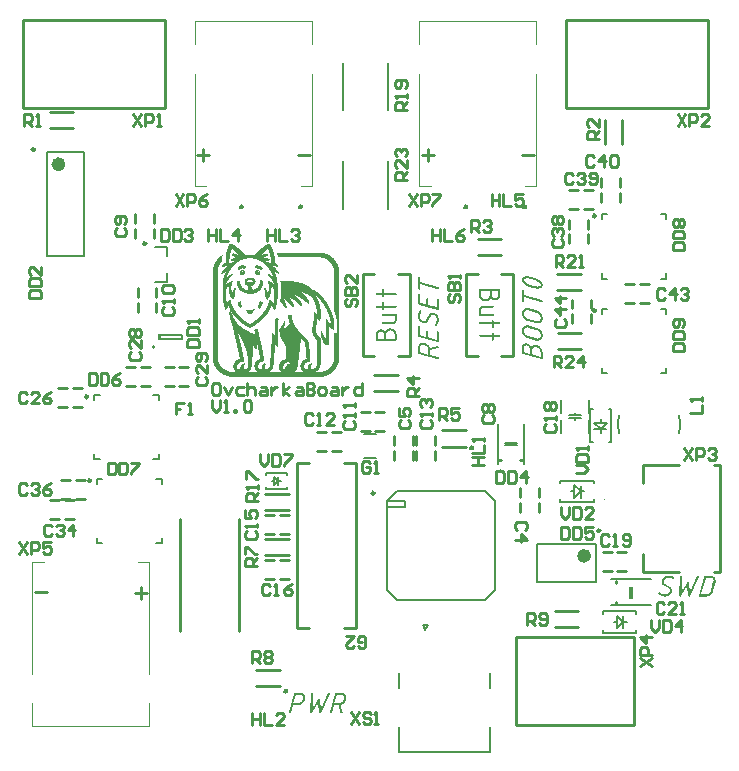
<source format=gbr>
%TF.GenerationSoftware,Altium Limited,Altium Designer,24.7.2 (38)*%
G04 Layer_Color=65535*
%FSLAX45Y45*%
%MOMM*%
%TF.SameCoordinates,4E20714E-E0DB-4EF4-9D00-32C5CA98EF25*%
%TF.FilePolarity,Positive*%
%TF.FileFunction,Legend,Top*%
%TF.Part,Single*%
G01*
G75*
%TA.AperFunction,NonConductor*%
%ADD61C,0.25400*%
%ADD80C,0.25000*%
%ADD81C,0.20000*%
%ADD82C,0.60000*%
%ADD83C,0.10000*%
%ADD84C,0.40000*%
%ADD85C,0.12700*%
G36*
X4408992Y6626923D02*
X4413267D01*
Y6626312D01*
X4415709D01*
Y6625702D01*
X4418152D01*
Y6625091D01*
X4419985D01*
Y6624480D01*
X4421206D01*
Y6623870D01*
X4423038D01*
Y6623259D01*
X4424259D01*
Y6622648D01*
X4425481D01*
Y6622038D01*
X4426702D01*
Y6621427D01*
X4427313D01*
Y6620816D01*
X4428534D01*
Y6620205D01*
X4429756D01*
Y6619595D01*
X4430367D01*
Y6618984D01*
X4431588D01*
Y6618373D01*
X4432809D01*
Y6617762D01*
X4433420D01*
Y6617152D01*
X4434641D01*
Y6616541D01*
X4435252D01*
Y6615930D01*
X4436473D01*
Y6615320D01*
X4437084D01*
Y6614709D01*
X4438306D01*
Y6614098D01*
X4439527D01*
Y6613488D01*
X4440138D01*
Y6612877D01*
X4441359D01*
Y6612266D01*
X4441970D01*
Y6611656D01*
X4443191D01*
Y6611045D01*
X4443802D01*
Y6610434D01*
X4444413D01*
Y6609823D01*
X4445634D01*
Y6609213D01*
X4446245D01*
Y6608602D01*
X4447466D01*
Y6607991D01*
X4448077D01*
Y6607380D01*
X4448688D01*
Y6606770D01*
X4449909D01*
Y6606159D01*
X4450520D01*
Y6605548D01*
X4451131D01*
Y6604938D01*
X4452352D01*
Y6604327D01*
X4452963D01*
Y6603716D01*
X4453573D01*
Y6603106D01*
X4454795D01*
Y6602495D01*
X4455405D01*
Y6601884D01*
X4456016D01*
Y6601274D01*
X4457237D01*
Y6600663D01*
X4457848D01*
Y6600052D01*
X4458459D01*
Y6599441D01*
X4459070D01*
Y6598831D01*
X4460291D01*
Y6598220D01*
X4460902D01*
Y6597609D01*
X4461513D01*
Y6596998D01*
X4462734D01*
Y6596388D01*
X4463345D01*
Y6595777D01*
X4463955D01*
Y6595166D01*
X4464566D01*
Y6594556D01*
X4465787D01*
Y6593945D01*
X4466398D01*
Y6593334D01*
X4467009D01*
Y6592724D01*
X4467619D01*
Y6592113D01*
X4468841D01*
Y6591502D01*
X4469452D01*
Y6590892D01*
X4470062D01*
Y6590281D01*
X4470673D01*
Y6589670D01*
X4471284D01*
Y6589059D01*
X4471895D01*
Y6588449D01*
X4473116D01*
Y6587838D01*
X4473727D01*
Y6587227D01*
X4474337D01*
Y6586616D01*
X4474948D01*
Y6586006D01*
X4475559D01*
Y6585395D01*
X4476169D01*
Y6584784D01*
X4476780D01*
Y6584174D01*
X4478002D01*
Y6583563D01*
X4478612D01*
Y6582952D01*
X4479223D01*
Y6582342D01*
X4479834D01*
Y6581731D01*
X4480444D01*
Y6581120D01*
X4481055D01*
Y6580510D01*
X4481666D01*
Y6579899D01*
X4482277D01*
Y6579288D01*
X4483498D01*
Y6578677D01*
X4484109D01*
Y6578067D01*
X4484719D01*
Y6577456D01*
X4485330D01*
Y6576845D01*
X4485941D01*
Y6576234D01*
X4486552D01*
Y6575624D01*
X4487162D01*
Y6575013D01*
X4487773D01*
Y6574402D01*
X4488384D01*
Y6573792D01*
X4489605D01*
Y6573181D01*
X4490216D01*
Y6572570D01*
X4490826D01*
Y6571960D01*
X4491437D01*
Y6571349D01*
X4492048D01*
Y6570738D01*
X4492659D01*
Y6570128D01*
X4493269D01*
Y6569517D01*
X4493880D01*
Y6568906D01*
X4494491D01*
Y6568295D01*
X4495101D01*
Y6567685D01*
X4495712D01*
Y6567074D01*
X4496934D01*
Y6566463D01*
X4497544D01*
Y6565853D01*
X4498155D01*
Y6565242D01*
X4498766D01*
Y6564631D01*
X4499376D01*
Y6564020D01*
X4499987D01*
Y6563410D01*
X4500598D01*
Y6562799D01*
X4501208D01*
Y6562188D01*
X4501819D01*
Y6561578D01*
X4502430D01*
Y6560967D01*
X4503041D01*
Y6560356D01*
X4503651D01*
Y6559745D01*
X4504262D01*
Y6559135D01*
X4505483D01*
Y6558524D01*
X4506094D01*
Y6557913D01*
X4506705D01*
Y6557303D01*
X4507316D01*
Y6556692D01*
X4507926D01*
Y6556081D01*
X4508537D01*
Y6555471D01*
X4509148D01*
Y6554860D01*
X4509758D01*
Y6554249D01*
X4510369D01*
Y6553638D01*
X4510980D01*
Y6553028D01*
X4511590D01*
Y6552417D01*
X4512201D01*
Y6551806D01*
X4512812D01*
Y6551195D01*
X4513423D01*
Y6550585D01*
X4514033D01*
Y6549974D01*
X4514644D01*
Y6549363D01*
X4515255D01*
Y6548753D01*
X4515865D01*
Y6548142D01*
X4516476D01*
Y6547531D01*
X4517087D01*
Y6546921D01*
X4517698D01*
Y6546310D01*
X4518308D01*
Y6545699D01*
X4518919D01*
Y6545089D01*
X4519530D01*
Y6544478D01*
X4520140D01*
Y6543867D01*
X4520751D01*
Y6543256D01*
X4521362D01*
Y6542646D01*
X4522583D01*
Y6542035D01*
X4523194D01*
Y6541424D01*
X4523805D01*
Y6540813D01*
X4524415D01*
Y6540203D01*
X4525026D01*
Y6539592D01*
X4525637D01*
Y6538981D01*
X4526247D01*
Y6538371D01*
X4526858D01*
Y6537149D01*
X4527469D01*
Y6536539D01*
X4528080D01*
Y6535928D01*
X4528690D01*
Y6535317D01*
X4529301D01*
Y6534707D01*
X4529912D01*
Y6534096D01*
X4530522D01*
Y6533485D01*
X4531133D01*
Y6532874D01*
X4531744D01*
Y6532264D01*
X4532354D01*
Y6531653D01*
X4532965D01*
Y6531042D01*
X4536629D01*
Y6531653D01*
X4539683D01*
Y6532264D01*
X4543347D01*
Y6532874D01*
X4547622D01*
Y6533485D01*
X4553729D01*
Y6534096D01*
X4559836D01*
Y6534707D01*
X4580600D01*
Y6534096D01*
X4590372D01*
Y6533485D01*
X4598311D01*
Y6532874D01*
X4606250D01*
Y6532264D01*
X4609914D01*
Y6532874D01*
X4610525D01*
Y6533485D01*
X4611136D01*
Y6534096D01*
X4611746D01*
Y6534707D01*
X4612357D01*
Y6535317D01*
X4612968D01*
Y6535928D01*
X4613579D01*
Y6536539D01*
X4614189D01*
Y6537149D01*
X4614800D01*
Y6537760D01*
X4615411D01*
Y6538371D01*
X4616021D01*
Y6538981D01*
X4616632D01*
Y6539592D01*
X4617243D01*
Y6540203D01*
X4617853D01*
Y6540813D01*
X4618464D01*
Y6541424D01*
X4619075D01*
Y6542035D01*
X4619686D01*
Y6542646D01*
X4620296D01*
Y6543256D01*
X4620907D01*
Y6543867D01*
X4621518D01*
Y6544478D01*
X4622128D01*
Y6545089D01*
X4622739D01*
Y6545699D01*
X4623350D01*
Y6546310D01*
X4623961D01*
Y6546921D01*
X4624571D01*
Y6547531D01*
X4625182D01*
Y6548142D01*
X4625793D01*
Y6548753D01*
X4626403D01*
Y6549363D01*
X4627014D01*
Y6549974D01*
X4627625D01*
Y6550585D01*
X4628236D01*
Y6551195D01*
X4628846D01*
Y6551806D01*
X4629457D01*
Y6552417D01*
X4630068D01*
Y6553028D01*
X4630678D01*
Y6553638D01*
X4631289D01*
Y6554249D01*
X4631900D01*
Y6554860D01*
X4632510D01*
Y6555471D01*
X4633121D01*
Y6556081D01*
X4633732D01*
Y6556692D01*
X4634343D01*
Y6557303D01*
X4634953D01*
Y6557913D01*
X4635564D01*
Y6558524D01*
X4636175D01*
Y6559135D01*
X4637396D01*
Y6559745D01*
X4638007D01*
Y6560356D01*
X4638618D01*
Y6560967D01*
X4639228D01*
Y6561578D01*
X4639839D01*
Y6562188D01*
X4640450D01*
Y6562799D01*
X4641060D01*
Y6563410D01*
X4641671D01*
Y6564020D01*
X4642282D01*
Y6564631D01*
X4642892D01*
Y6565242D01*
X4643503D01*
Y6565853D01*
X4644114D01*
Y6566463D01*
X4644725D01*
Y6567074D01*
X4645335D01*
Y6567685D01*
X4645946D01*
Y6568295D01*
X4646557D01*
Y6568906D01*
X4647167D01*
Y6569517D01*
X4647778D01*
Y6570128D01*
X4649000D01*
Y6570738D01*
X4649610D01*
Y6571349D01*
X4650221D01*
Y6571960D01*
X4650832D01*
Y6572570D01*
X4651442D01*
Y6573181D01*
X4652053D01*
Y6573792D01*
X4652664D01*
Y6574402D01*
X4653274D01*
Y6575013D01*
X4653885D01*
Y6575624D01*
X4655107D01*
Y6576234D01*
X4655717D01*
Y6576845D01*
X4656328D01*
Y6577456D01*
X4656939D01*
Y6578067D01*
X4657549D01*
Y6578677D01*
X4658160D01*
Y6579288D01*
X4658771D01*
Y6579899D01*
X4659382D01*
Y6580510D01*
X4660603D01*
Y6581120D01*
X4661214D01*
Y6581731D01*
X4661824D01*
Y6582342D01*
X4662435D01*
Y6582952D01*
X4663046D01*
Y6583563D01*
X4664267D01*
Y6584174D01*
X4664878D01*
Y6584784D01*
X4665489D01*
Y6585395D01*
X4666099D01*
Y6586006D01*
X4666710D01*
Y6586616D01*
X4667931D01*
Y6587227D01*
X4668542D01*
Y6587838D01*
X4669153D01*
Y6588449D01*
X4669764D01*
Y6589059D01*
X4670374D01*
Y6589670D01*
X4671596D01*
Y6590281D01*
X4672206D01*
Y6590892D01*
X4672817D01*
Y6591502D01*
X4673428D01*
Y6592113D01*
X4674038D01*
Y6592724D01*
X4675260D01*
Y6593334D01*
X4675871D01*
Y6593945D01*
X4676481D01*
Y6594556D01*
X4677092D01*
Y6595166D01*
X4677703D01*
Y6595777D01*
X4678924D01*
Y6596388D01*
X4679535D01*
Y6596998D01*
X4680146D01*
Y6597609D01*
X4681367D01*
Y6598220D01*
X4681978D01*
Y6598831D01*
X4682588D01*
Y6599441D01*
X4683199D01*
Y6600052D01*
X4684420D01*
Y6600663D01*
X4685031D01*
Y6601274D01*
X4685642D01*
Y6601884D01*
X4686863D01*
Y6602495D01*
X4687474D01*
Y6603106D01*
X4688085D01*
Y6603716D01*
X4689306D01*
Y6604327D01*
X4689917D01*
Y6604938D01*
X4690528D01*
Y6605548D01*
X4691749D01*
Y6606159D01*
X4692360D01*
Y6606770D01*
X4692970D01*
Y6607380D01*
X4694192D01*
Y6607991D01*
X4694803D01*
Y6608602D01*
X4695413D01*
Y6609213D01*
X4696635D01*
Y6609823D01*
X4697245D01*
Y6610434D01*
X4697856D01*
Y6611045D01*
X4699077D01*
Y6611656D01*
X4699688D01*
Y6612266D01*
X4700910D01*
Y6612877D01*
X4701520D01*
Y6613488D01*
X4702131D01*
Y6614098D01*
X4703353D01*
Y6614709D01*
X4703963D01*
Y6615320D01*
X4705185D01*
Y6615930D01*
X4705795D01*
Y6616541D01*
X4707017D01*
Y6617152D01*
X4708238D01*
Y6617762D01*
X4709459D01*
Y6618373D01*
X4710070D01*
Y6618984D01*
X4711292D01*
Y6619595D01*
X4712513D01*
Y6620205D01*
X4713124D01*
Y6620816D01*
X4714345D01*
Y6621427D01*
X4715567D01*
Y6622038D01*
X4716788D01*
Y6622648D01*
X4718009D01*
Y6623259D01*
X4719231D01*
Y6623870D01*
X4720452D01*
Y6624480D01*
X4721674D01*
Y6625091D01*
X4723506D01*
Y6625702D01*
X4724727D01*
Y6626312D01*
X4726559D01*
Y6626923D01*
X4735109D01*
Y6626312D01*
X4737552D01*
Y6625702D01*
X4738773D01*
Y6625091D01*
X4739384D01*
Y6624480D01*
X4740605D01*
Y6623870D01*
X4741216D01*
Y6623259D01*
X4741827D01*
Y6622648D01*
X4742438D01*
Y6621427D01*
X4743048D01*
Y6620816D01*
X4743659D01*
Y6619595D01*
X4744270D01*
Y6618984D01*
X4744881D01*
Y6617762D01*
X4745491D01*
Y6617152D01*
X4746102D01*
Y6615930D01*
X4746713D01*
Y6614709D01*
X4747323D01*
Y6613488D01*
X4747934D01*
Y6612877D01*
X4748545D01*
Y6611656D01*
X4749155D01*
Y6610434D01*
X4749766D01*
Y6609213D01*
X4750377D01*
Y6607991D01*
X4750987D01*
Y6606770D01*
X4751598D01*
Y6605548D01*
X4752209D01*
Y6604327D01*
X4752820D01*
Y6603106D01*
X4753430D01*
Y6601884D01*
X4754041D01*
Y6600663D01*
X4754652D01*
Y6599441D01*
X4755263D01*
Y6598220D01*
X4755873D01*
Y6596998D01*
X4756484D01*
Y6595777D01*
X4757095D01*
Y6594556D01*
X4757705D01*
Y6593334D01*
X4758316D01*
Y6592113D01*
X4758927D01*
Y6590281D01*
X4759537D01*
Y6589059D01*
X4760148D01*
Y6587227D01*
X4760759D01*
Y6585395D01*
X4761369D01*
Y6583563D01*
X4761980D01*
Y6581731D01*
X4762591D01*
Y6580510D01*
X4763202D01*
Y6579288D01*
X4763812D01*
Y6578067D01*
X4764423D01*
Y6576234D01*
X4765034D01*
Y6574402D01*
X4765645D01*
Y6573181D01*
X4766255D01*
Y6571349D01*
X4766866D01*
Y6569517D01*
X4767477D01*
Y6567685D01*
X4768087D01*
Y6565853D01*
X4768698D01*
Y6564020D01*
X4769309D01*
Y6561578D01*
X4769919D01*
Y6559745D01*
X4770530D01*
Y6557913D01*
X4771141D01*
Y6555471D01*
X4771752D01*
Y6553638D01*
X4772362D01*
Y6551195D01*
X4772973D01*
Y6548753D01*
X4773584D01*
Y6546310D01*
X4774194D01*
Y6543867D01*
X4774805D01*
Y6541424D01*
X4775416D01*
Y6538981D01*
X4776027D01*
Y6536539D01*
X4776637D01*
Y6533485D01*
X4777248D01*
Y6530431D01*
X4777859D01*
Y6527378D01*
X4778469D01*
Y6523714D01*
X4779080D01*
Y6519439D01*
X4779691D01*
Y6514553D01*
X4780302D01*
Y6509667D01*
X4780912D01*
Y6504171D01*
X4781523D01*
Y6496232D01*
X4782134D01*
Y6477911D01*
X4782744D01*
Y6469361D01*
X4783966D01*
Y6468750D01*
X4784576D01*
Y6468139D01*
X4785187D01*
Y6467529D01*
X4786409D01*
Y6466918D01*
X4787019D01*
Y6466307D01*
X4787630D01*
Y6465696D01*
X4788851D01*
Y6465086D01*
X4789462D01*
Y6464475D01*
X4790073D01*
Y6463864D01*
X4790684D01*
Y6463254D01*
X4791294D01*
Y6462643D01*
X4791905D01*
Y6462032D01*
X4792516D01*
Y6461422D01*
X4793126D01*
Y6460811D01*
X4793737D01*
Y6460200D01*
X4794348D01*
Y6459590D01*
X4794958D01*
Y6458979D01*
X4795569D01*
Y6458368D01*
X4796180D01*
Y6457757D01*
X4796791D01*
Y6457147D01*
X4797401D01*
Y6456536D01*
X4798012D01*
Y6455925D01*
X4798623D01*
Y6454704D01*
X4799233D01*
Y6454093D01*
X4799844D01*
Y6453482D01*
X4800455D01*
Y6452872D01*
X4801066D01*
Y6451650D01*
X4801676D01*
Y6451040D01*
X4802287D01*
Y6450429D01*
X4802898D01*
Y6449208D01*
X4803508D01*
Y6448597D01*
X4804119D01*
Y6447375D01*
X4804730D01*
Y6446765D01*
X4805340D01*
Y6446154D01*
X4805951D01*
Y6444933D01*
X4806562D01*
Y6444322D01*
X4807173D01*
Y6443100D01*
X4807783D01*
Y6442490D01*
X4808394D01*
Y6441268D01*
X4809005D01*
Y6440047D01*
X4809615D01*
Y6439436D01*
X4810226D01*
Y6438215D01*
X4810837D01*
Y6436383D01*
X4811448D01*
Y6433329D01*
X4812058D01*
Y6432718D01*
X4811448D01*
Y6431497D01*
X4810837D01*
Y6430886D01*
X4808394D01*
Y6431497D01*
X4804119D01*
Y6432108D01*
X4799844D01*
Y6432718D01*
X4796791D01*
Y6433329D01*
X4793126D01*
Y6433940D01*
X4788851D01*
Y6434551D01*
X4785798D01*
Y6435161D01*
X4782134D01*
Y6435772D01*
X4777859D01*
Y6436383D01*
X4773584D01*
Y6436993D01*
X4767477D01*
Y6435772D01*
X4768087D01*
Y6435161D01*
X4768698D01*
Y6434551D01*
X4769309D01*
Y6433940D01*
X4770530D01*
Y6433329D01*
X4771141D01*
Y6432718D01*
X4771752D01*
Y6432108D01*
X4772362D01*
Y6431497D01*
X4772973D01*
Y6430886D01*
X4773584D01*
Y6430276D01*
X4774805D01*
Y6429665D01*
X4775416D01*
Y6429054D01*
X4776027D01*
Y6428444D01*
X4776637D01*
Y6427833D01*
X4777859D01*
Y6427222D01*
X4778469D01*
Y6426611D01*
X4779080D01*
Y6426001D01*
X4779691D01*
Y6425390D01*
X4780302D01*
Y6424779D01*
X4780912D01*
Y6424169D01*
X4781523D01*
Y6423558D01*
X4782134D01*
Y6422947D01*
X4782744D01*
Y6422336D01*
X4783966D01*
Y6421726D01*
X4784576D01*
Y6421115D01*
X4785187D01*
Y6420504D01*
X4785798D01*
Y6419894D01*
X4786409D01*
Y6419283D01*
X4787019D01*
Y6418061D01*
X4787630D01*
Y6417451D01*
X4788241D01*
Y6416840D01*
X4788851D01*
Y6416229D01*
X4789462D01*
Y6415619D01*
X4790073D01*
Y6415008D01*
X4790684D01*
Y6414397D01*
X4791294D01*
Y6413787D01*
X4791905D01*
Y6413176D01*
X4792516D01*
Y6412565D01*
X4793126D01*
Y6411954D01*
X4793737D01*
Y6411344D01*
X4794348D01*
Y6410122D01*
X4794958D01*
Y6409511D01*
X4795569D01*
Y6408901D01*
X4796180D01*
Y6408290D01*
X4796791D01*
Y6407679D01*
X4797401D01*
Y6406458D01*
X4798012D01*
Y6405847D01*
X4798623D01*
Y6405237D01*
X4799233D01*
Y6404015D01*
X4799844D01*
Y6403405D01*
X4800455D01*
Y6402794D01*
X4801066D01*
Y6401572D01*
X4801676D01*
Y6400962D01*
X4802287D01*
Y6400351D01*
X4802898D01*
Y6399129D01*
X4803508D01*
Y6398519D01*
X4804119D01*
Y6397908D01*
X4804730D01*
Y6396687D01*
X4805340D01*
Y6396076D01*
X4805951D01*
Y6394855D01*
X4806562D01*
Y6394244D01*
X4807173D01*
Y6393633D01*
X4807783D01*
Y6392412D01*
X4808394D01*
Y6391801D01*
X4809005D01*
Y6390580D01*
X4809615D01*
Y6389969D01*
X4810226D01*
Y6388747D01*
X4810837D01*
Y6388137D01*
X4811448D01*
Y6386915D01*
X4812058D01*
Y6385694D01*
X4812669D01*
Y6385083D01*
X4813280D01*
Y6383862D01*
X4813890D01*
Y6382641D01*
X4814501D01*
Y6381419D01*
X4815112D01*
Y6379587D01*
X4815722D01*
Y6377755D01*
X4816333D01*
Y6374701D01*
X4815722D01*
Y6373480D01*
X4815112D01*
Y6372869D01*
X4810837D01*
Y6373480D01*
X4809005D01*
Y6374091D01*
X4807783D01*
Y6374701D01*
X4806562D01*
Y6375312D01*
X4805340D01*
Y6375923D01*
X4804119D01*
Y6376533D01*
X4802898D01*
Y6377144D01*
X4801676D01*
Y6377755D01*
X4800455D01*
Y6378365D01*
X4799844D01*
Y6378976D01*
X4798623D01*
Y6379587D01*
X4797401D01*
Y6380198D01*
X4796180D01*
Y6380808D01*
X4794958D01*
Y6381419D01*
X4793737D01*
Y6382030D01*
X4793126D01*
Y6382641D01*
X4791905D01*
Y6383251D01*
X4790684D01*
Y6383862D01*
X4789462D01*
Y6384473D01*
X4788241D01*
Y6385083D01*
X4787019D01*
Y6385694D01*
X4785798D01*
Y6386305D01*
X4783966D01*
Y6386915D01*
X4782744D01*
Y6387526D01*
X4781523D01*
Y6388137D01*
X4779080D01*
Y6388747D01*
X4776637D01*
Y6388137D01*
X4777248D01*
Y6387526D01*
X4777859D01*
Y6386305D01*
X4778469D01*
Y6385694D01*
X4779080D01*
Y6384473D01*
X4779691D01*
Y6383862D01*
X4780302D01*
Y6382641D01*
X4780912D01*
Y6381419D01*
X4781523D01*
Y6380198D01*
X4782134D01*
Y6378976D01*
X4782744D01*
Y6377755D01*
X4783355D01*
Y6376533D01*
X4783966D01*
Y6375312D01*
X4784576D01*
Y6374091D01*
X4785187D01*
Y6372259D01*
X4785798D01*
Y6371037D01*
X4786409D01*
Y6369816D01*
X4787019D01*
Y6368594D01*
X4787630D01*
Y6366762D01*
X4788241D01*
Y6365541D01*
X4788851D01*
Y6363709D01*
X4789462D01*
Y6362487D01*
X4790073D01*
Y6360655D01*
X4790684D01*
Y6359434D01*
X4791294D01*
Y6357601D01*
X4791905D01*
Y6355769D01*
X4792516D01*
Y6354548D01*
X4793126D01*
Y6352716D01*
X4793737D01*
Y6350884D01*
X4794348D01*
Y6348441D01*
X4794958D01*
Y6346609D01*
X4795569D01*
Y6344166D01*
X4796180D01*
Y6341723D01*
X4796791D01*
Y6339280D01*
X4797401D01*
Y6336837D01*
X4798012D01*
Y6334394D01*
X4798623D01*
Y6331341D01*
X4799233D01*
Y6328898D01*
X4799844D01*
Y6326455D01*
X4800455D01*
Y6322791D01*
X4801066D01*
Y6319738D01*
X4801676D01*
Y6315463D01*
X4802287D01*
Y6311188D01*
X4802898D01*
Y6306913D01*
X4803508D01*
Y6302027D01*
X4804119D01*
Y6296531D01*
X4804730D01*
Y6291034D01*
X4805340D01*
Y6283706D01*
X4805951D01*
Y6275156D01*
X4806562D01*
Y6257445D01*
X4807173D01*
Y6226910D01*
X4806562D01*
Y6193321D01*
X4805951D01*
Y6175000D01*
X4805340D01*
Y6162786D01*
X4804730D01*
Y6156679D01*
X4804119D01*
Y6151793D01*
X4803508D01*
Y6146297D01*
X4802898D01*
Y6141411D01*
X4802287D01*
Y6137136D01*
X4801676D01*
Y6132251D01*
X4801066D01*
Y6129197D01*
X4800455D01*
Y6125533D01*
X4799844D01*
Y6122479D01*
X4799233D01*
Y6119426D01*
X4798623D01*
Y6116983D01*
X4798012D01*
Y6113929D01*
X4797401D01*
Y6111487D01*
X4796791D01*
Y6109655D01*
X4796180D01*
Y6107212D01*
X4795569D01*
Y6104769D01*
X4794958D01*
Y6102937D01*
X4794348D01*
Y6100494D01*
X4793737D01*
Y6098662D01*
X4793126D01*
Y6096830D01*
X4792516D01*
Y6094387D01*
X4791905D01*
Y6091944D01*
X4791294D01*
Y6089501D01*
X4790684D01*
Y6087058D01*
X4790073D01*
Y6084615D01*
X4789462D01*
Y6082173D01*
X4788851D01*
Y6079119D01*
X4788241D01*
Y6076066D01*
X4787630D01*
Y6073623D01*
X4787019D01*
Y6071180D01*
X4786409D01*
Y6069348D01*
X4785798D01*
Y6068127D01*
X4785187D01*
Y6066905D01*
X4784576D01*
Y6066294D01*
X4783966D01*
Y6065684D01*
X4783355D01*
Y6065073D01*
X4780912D01*
Y6065684D01*
X4779691D01*
Y6066294D01*
X4779080D01*
Y6066905D01*
X4778469D01*
Y6067516D01*
X4777859D01*
Y6068127D01*
X4777248D01*
Y6068737D01*
X4776637D01*
Y6069348D01*
X4776027D01*
Y6069959D01*
X4775416D01*
Y6070569D01*
X4774805D01*
Y6071791D01*
X4774194D01*
Y6072401D01*
X4773584D01*
Y6073012D01*
X4772973D01*
Y6074233D01*
X4772362D01*
Y6074844D01*
X4771752D01*
Y6076066D01*
X4771141D01*
Y6076676D01*
X4770530D01*
Y6077898D01*
X4769919D01*
Y6078509D01*
X4769309D01*
Y6079730D01*
X4768698D01*
Y6080951D01*
X4768087D01*
Y6081562D01*
X4767477D01*
Y6082783D01*
X4766866D01*
Y6083394D01*
X4766255D01*
Y6084615D01*
X4765645D01*
Y6085837D01*
X4765034D01*
Y6086448D01*
X4764423D01*
Y6087669D01*
X4763812D01*
Y6088891D01*
X4763202D01*
Y6089501D01*
X4762591D01*
Y6090723D01*
X4761980D01*
Y6091333D01*
X4761369D01*
Y6092555D01*
X4760759D01*
Y6093776D01*
X4760148D01*
Y6094387D01*
X4759537D01*
Y6095608D01*
X4758927D01*
Y6096219D01*
X4758316D01*
Y6097440D01*
X4757705D01*
Y6098662D01*
X4757095D01*
Y6099273D01*
X4756484D01*
Y6100494D01*
X4755873D01*
Y6101105D01*
X4755263D01*
Y6102326D01*
X4754652D01*
Y6102937D01*
X4754041D01*
Y6103547D01*
X4753430D01*
Y6104158D01*
X4752209D01*
Y6102937D01*
X4751598D01*
Y6101715D01*
X4750987D01*
Y6099883D01*
X4750377D01*
Y6098051D01*
X4749766D01*
Y6096219D01*
X4749155D01*
Y6094387D01*
X4748545D01*
Y6092555D01*
X4747934D01*
Y6090723D01*
X4747323D01*
Y6088891D01*
X4746713D01*
Y6087058D01*
X4746102D01*
Y6085837D01*
X4745491D01*
Y6084005D01*
X4744881D01*
Y6082173D01*
X4744270D01*
Y6080951D01*
X4743659D01*
Y6079119D01*
X4743048D01*
Y6077898D01*
X4742438D01*
Y6076676D01*
X4741827D01*
Y6074844D01*
X4741216D01*
Y6073623D01*
X4740605D01*
Y6071791D01*
X4739995D01*
Y6070569D01*
X4739384D01*
Y6069348D01*
X4738773D01*
Y6068127D01*
X4738163D01*
Y6066905D01*
X4737552D01*
Y6065684D01*
X4736941D01*
Y6064462D01*
X4736331D01*
Y6063241D01*
X4735720D01*
Y6062019D01*
X4735109D01*
Y6060798D01*
X4734499D01*
Y6059577D01*
X4733888D01*
Y6058966D01*
X4733277D01*
Y6057744D01*
X4732666D01*
Y6056523D01*
X4732056D01*
Y6055302D01*
X4731445D01*
Y6054080D01*
X4730834D01*
Y6053469D01*
X4730223D01*
Y6052248D01*
X4729613D01*
Y6051027D01*
X4729002D01*
Y6050416D01*
X4728391D01*
Y6049194D01*
X4727781D01*
Y6047973D01*
X4727170D01*
Y6047362D01*
X4726559D01*
Y6046141D01*
X4725949D01*
Y6045530D01*
X4725338D01*
Y6044309D01*
X4724727D01*
Y6043087D01*
X4724117D01*
Y6042477D01*
X4723506D01*
Y6041255D01*
X4722895D01*
Y6040645D01*
X4722284D01*
Y6039423D01*
X4721674D01*
Y6038812D01*
X4721063D01*
Y6038202D01*
X4720452D01*
Y6036980D01*
X4719841D01*
Y6036370D01*
X4719231D01*
Y6035759D01*
X4718620D01*
Y6034538D01*
X4718009D01*
Y6033927D01*
X4717399D01*
Y6033316D01*
X4716788D01*
Y6032095D01*
X4716177D01*
Y6031484D01*
X4715567D01*
Y6030263D01*
X4714956D01*
Y6029652D01*
X4714345D01*
Y6029041D01*
X4713735D01*
Y6028430D01*
X4713124D01*
Y6027209D01*
X4712513D01*
Y6026598D01*
X4711902D01*
Y6025988D01*
X4711292D01*
Y6024766D01*
X4710681D01*
Y6024156D01*
X4710070D01*
Y6023545D01*
X4709459D01*
Y6022323D01*
X4708849D01*
Y6021713D01*
X4708238D01*
Y6021102D01*
X4707627D01*
Y6020491D01*
X4707017D01*
Y6019881D01*
X4706406D01*
Y6018659D01*
X4705795D01*
Y6018048D01*
X4705185D01*
Y6017438D01*
X4704574D01*
Y6016827D01*
X4703963D01*
Y6016216D01*
X4703353D01*
Y6014995D01*
X4702742D01*
Y6014384D01*
X4702131D01*
Y6013774D01*
X4701520D01*
Y6013163D01*
X4700910D01*
Y6012552D01*
X4700299D01*
Y6011941D01*
X4699688D01*
Y6011331D01*
X4699077D01*
Y6010720D01*
X4698467D01*
Y6009499D01*
X4697856D01*
Y6008888D01*
X4697245D01*
Y6008277D01*
X4696635D01*
Y6007666D01*
X4696024D01*
Y6007056D01*
X4695413D01*
Y6006445D01*
X4694803D01*
Y6005834D01*
X4694192D01*
Y6005224D01*
X4693581D01*
Y6004002D01*
X4692970D01*
Y6003392D01*
X4692360D01*
Y6002781D01*
X4691749D01*
Y6002170D01*
X4691138D01*
Y6001559D01*
X4690528D01*
Y6000949D01*
X4689917D01*
Y6000338D01*
X4689306D01*
Y5999727D01*
X4688695D01*
Y5999117D01*
X4688085D01*
Y5998506D01*
X4687474D01*
Y5997284D01*
X4686863D01*
Y5996674D01*
X4686253D01*
Y5996063D01*
X4685642D01*
Y5995452D01*
X4685031D01*
Y5994842D01*
X4684420D01*
Y5994231D01*
X4683810D01*
Y5993620D01*
X4683199D01*
Y5993010D01*
X4682588D01*
Y5992399D01*
X4681978D01*
Y5991788D01*
X4681367D01*
Y5991178D01*
X4680756D01*
Y5990567D01*
X4680146D01*
Y5989956D01*
X4679535D01*
Y5989345D01*
X4678924D01*
Y5988735D01*
X4678313D01*
Y5988124D01*
X4677703D01*
Y5987513D01*
X4677092D01*
Y5986902D01*
X4676481D01*
Y5986292D01*
X4675871D01*
Y5985681D01*
X4675260D01*
Y5985070D01*
X4674649D01*
Y5984460D01*
X4674038D01*
Y5983849D01*
X4673428D01*
Y5983238D01*
X4672206D01*
Y5982628D01*
X4671596D01*
Y5982017D01*
X4670985D01*
Y5981406D01*
X4670374D01*
Y5980795D01*
X4669764D01*
Y5980185D01*
X4669153D01*
Y5979574D01*
X4668542D01*
Y5978963D01*
X4667931D01*
Y5978353D01*
X4667321D01*
Y5977742D01*
X4666710D01*
Y5977131D01*
X4665489D01*
Y5976520D01*
X4664878D01*
Y5975910D01*
X4664267D01*
Y5975299D01*
X4663656D01*
Y5974688D01*
X4663046D01*
Y5974078D01*
X4661824D01*
Y5973467D01*
X4661214D01*
Y5972856D01*
X4660603D01*
Y5972245D01*
X4659992D01*
Y5971635D01*
X4659382D01*
Y5971024D01*
X4658160D01*
Y5970413D01*
X4657549D01*
Y5969803D01*
X4656939D01*
Y5969192D01*
X4656328D01*
Y5968581D01*
X4655717D01*
Y5967971D01*
X4654496D01*
Y5967360D01*
X4653885D01*
Y5966749D01*
X4653274D01*
Y5966138D01*
X4652664D01*
Y5965528D01*
X4651442D01*
Y5964917D01*
X4650832D01*
Y5964306D01*
X4650221D01*
Y5963695D01*
X4649610D01*
Y5963085D01*
X4649000D01*
Y5962474D01*
X4647778D01*
Y5961863D01*
X4647167D01*
Y5961253D01*
X4646557D01*
Y5960642D01*
X4645946D01*
Y5960031D01*
X4644725D01*
Y5959421D01*
X4644114D01*
Y5958810D01*
X4643503D01*
Y5958199D01*
X4642892D01*
Y5957589D01*
X4641671D01*
Y5956978D01*
X4641060D01*
Y5956367D01*
X4640450D01*
Y5955756D01*
X4639228D01*
Y5955146D01*
X4638618D01*
Y5954535D01*
X4638007D01*
Y5953924D01*
X4636785D01*
Y5953313D01*
X4636175D01*
Y5952703D01*
X4635564D01*
Y5952092D01*
X4634343D01*
Y5951481D01*
X4633732D01*
Y5950871D01*
X4632510D01*
Y5950260D01*
X4631900D01*
Y5949649D01*
X4631289D01*
Y5949039D01*
X4630068D01*
Y5948428D01*
X4629457D01*
Y5947817D01*
X4628236D01*
Y5947207D01*
X4627625D01*
Y5946596D01*
X4626403D01*
Y5945985D01*
X4625793D01*
Y5945374D01*
X4624571D01*
Y5944764D01*
X4623961D01*
Y5944153D01*
X4622739D01*
Y5943542D01*
X4622128D01*
Y5942931D01*
X4620907D01*
Y5942321D01*
X4620296D01*
Y5941710D01*
X4619075D01*
Y5941099D01*
X4618464D01*
Y5940489D01*
X4617243D01*
Y5939878D01*
X4616632D01*
Y5939267D01*
X4615411D01*
Y5938657D01*
X4614800D01*
Y5938046D01*
X4613579D01*
Y5937435D01*
X4612968D01*
Y5936825D01*
X4611746D01*
Y5936214D01*
X4610525D01*
Y5935603D01*
X4609914D01*
Y5934992D01*
X4608693D01*
Y5934382D01*
X4608082D01*
Y5933771D01*
X4606861D01*
Y5933160D01*
X4605639D01*
Y5932549D01*
X4605029D01*
Y5931939D01*
X4603807D01*
Y5931328D01*
X4602586D01*
Y5930717D01*
X4601975D01*
Y5930107D01*
X4600754D01*
Y5929496D01*
X4599532D01*
Y5928885D01*
X4598311D01*
Y5928275D01*
X4597700D01*
Y5927664D01*
X4596479D01*
Y5927053D01*
X4595257D01*
Y5926443D01*
X4594647D01*
Y5925832D01*
X4593425D01*
Y5925221D01*
X4592204D01*
Y5924610D01*
X4590982D01*
Y5924000D01*
X4589761D01*
Y5923389D01*
X4588539D01*
Y5922778D01*
X4587318D01*
Y5922167D01*
X4586097D01*
Y5921557D01*
X4584875D01*
Y5920946D01*
X4583654D01*
Y5920335D01*
X4582433D01*
Y5919725D01*
X4581211D01*
Y5919114D01*
X4579990D01*
Y5918503D01*
X4578768D01*
Y5917893D01*
X4577547D01*
Y5917282D01*
X4576325D01*
Y5916671D01*
X4575104D01*
Y5916061D01*
X4573272D01*
Y5915450D01*
X4570829D01*
Y5916061D01*
X4568997D01*
Y5916671D01*
X4567165D01*
Y5917282D01*
X4565943D01*
Y5917893D01*
X4564722D01*
Y5918503D01*
X4562890D01*
Y5919114D01*
X4561669D01*
Y5919725D01*
X4560447D01*
Y5920335D01*
X4559226D01*
Y5920946D01*
X4558004D01*
Y5921557D01*
X4556172D01*
Y5922167D01*
X4554951D01*
Y5922778D01*
X4553729D01*
Y5923389D01*
X4553119D01*
Y5924000D01*
X4551897D01*
Y5924610D01*
X4550676D01*
Y5925221D01*
X4549454D01*
Y5925832D01*
X4548233D01*
Y5926443D01*
X4547011D01*
Y5927053D01*
X4545790D01*
Y5927664D01*
X4545179D01*
Y5928275D01*
X4543958D01*
Y5928885D01*
X4542736D01*
Y5929496D01*
X4541515D01*
Y5930107D01*
X4540294D01*
Y5930717D01*
X4539072D01*
Y5931328D01*
X4538462D01*
Y5931939D01*
X4537240D01*
Y5932549D01*
X4536019D01*
Y5933160D01*
X4534797D01*
Y5933771D01*
X4533576D01*
Y5934382D01*
X4532965D01*
Y5934992D01*
X4531744D01*
Y5935603D01*
X4530522D01*
Y5936214D01*
X4529912D01*
Y5936825D01*
X4528690D01*
Y5937435D01*
X4527469D01*
Y5938046D01*
X4526858D01*
Y5938657D01*
X4525637D01*
Y5939267D01*
X4524415D01*
Y5939878D01*
X4523805D01*
Y5940489D01*
X4522583D01*
Y5941099D01*
X4521972D01*
Y5941710D01*
X4520751D01*
Y5942321D01*
X4520140D01*
Y5942931D01*
X4518919D01*
Y5943542D01*
X4518308D01*
Y5944153D01*
X4517087D01*
Y5944764D01*
X4516476D01*
Y5945374D01*
X4515255D01*
Y5945985D01*
X4514644D01*
Y5946596D01*
X4514033D01*
Y5947207D01*
X4512812D01*
Y5947817D01*
X4512201D01*
Y5948428D01*
X4511590D01*
Y5949039D01*
X4510369D01*
Y5949649D01*
X4509758D01*
Y5950260D01*
X4508537D01*
Y5950871D01*
X4507926D01*
Y5951481D01*
X4507316D01*
Y5952092D01*
X4506094D01*
Y5952703D01*
X4505483D01*
Y5953313D01*
X4504873D01*
Y5953924D01*
X4503651D01*
Y5954535D01*
X4503041D01*
Y5955146D01*
X4502430D01*
Y5955756D01*
X4501208D01*
Y5956367D01*
X4500598D01*
Y5956978D01*
X4499987D01*
Y5957589D01*
X4498766D01*
Y5958199D01*
X4498155D01*
Y5958810D01*
X4497544D01*
Y5959421D01*
X4496934D01*
Y5960031D01*
X4496323D01*
Y5960642D01*
X4495101D01*
Y5961253D01*
X4494491D01*
Y5961863D01*
X4493880D01*
Y5962474D01*
X4493269D01*
Y5963085D01*
X4492048D01*
Y5963695D01*
X4491437D01*
Y5964306D01*
X4490826D01*
Y5964917D01*
X4490216D01*
Y5965528D01*
X4489605D01*
Y5966138D01*
X4488384D01*
Y5966749D01*
X4487773D01*
Y5967360D01*
X4487162D01*
Y5967971D01*
X4486552D01*
Y5968581D01*
X4485941D01*
Y5969192D01*
X4484719D01*
Y5969803D01*
X4484109D01*
Y5970413D01*
X4483498D01*
Y5971024D01*
X4482887D01*
Y5971635D01*
X4482277D01*
Y5972245D01*
X4481666D01*
Y5972856D01*
X4480444D01*
Y5973467D01*
X4479834D01*
Y5974078D01*
X4479223D01*
Y5974688D01*
X4478612D01*
Y5975299D01*
X4478002D01*
Y5975910D01*
X4477391D01*
Y5976520D01*
X4476780D01*
Y5977131D01*
X4475559D01*
Y5977742D01*
X4474948D01*
Y5978353D01*
X4474337D01*
Y5978963D01*
X4473727D01*
Y5979574D01*
X4473116D01*
Y5980185D01*
X4472505D01*
Y5980795D01*
X4471895D01*
Y5981406D01*
X4471284D01*
Y5982017D01*
X4470673D01*
Y5982628D01*
X4470062D01*
Y5983238D01*
X4468841D01*
Y5983849D01*
X4468230D01*
Y5984460D01*
X4467619D01*
Y5985070D01*
X4467009D01*
Y5985681D01*
X4466398D01*
Y5986292D01*
X4465787D01*
Y5986902D01*
X4465177D01*
Y5987513D01*
X4464566D01*
Y5988124D01*
X4463955D01*
Y5988735D01*
X4463345D01*
Y5989345D01*
X4462734D01*
Y5989956D01*
X4462123D01*
Y5990567D01*
X4461513D01*
Y5991178D01*
X4460902D01*
Y5991788D01*
X4460291D01*
Y5992399D01*
X4459680D01*
Y5993010D01*
X4459070D01*
Y5993620D01*
X4458459D01*
Y5994231D01*
X4457848D01*
Y5994842D01*
X4457237D01*
Y5995452D01*
X4456627D01*
Y5996063D01*
X4456016D01*
Y5996674D01*
X4455405D01*
Y5997895D01*
X4454795D01*
Y5998506D01*
X4454184D01*
Y5999117D01*
X4453573D01*
Y5999727D01*
X4452963D01*
Y6000338D01*
X4452352D01*
Y6000949D01*
X4451741D01*
Y6001559D01*
X4451131D01*
Y6002170D01*
X4450520D01*
Y6002781D01*
X4449909D01*
Y6004002D01*
X4449298D01*
Y6004613D01*
X4448688D01*
Y6005224D01*
X4448077D01*
Y6005834D01*
X4447466D01*
Y6006445D01*
X4446855D01*
Y6007056D01*
X4446245D01*
Y6008277D01*
X4445634D01*
Y6008888D01*
X4445023D01*
Y6009499D01*
X4444413D01*
Y6010109D01*
X4443802D01*
Y6010720D01*
X4443191D01*
Y6011941D01*
X4442581D01*
Y6012552D01*
X4441970D01*
Y6013163D01*
X4441359D01*
Y6013774D01*
X4440749D01*
Y6014995D01*
X4440138D01*
Y6015606D01*
X4439527D01*
Y6016216D01*
X4438916D01*
Y6016827D01*
X4438306D01*
Y6017438D01*
X4437695D01*
Y6018659D01*
X4437084D01*
Y6019270D01*
X4436473D01*
Y6019881D01*
X4435863D01*
Y6020491D01*
X4435252D01*
Y6021713D01*
X4434641D01*
Y6022323D01*
X4434031D01*
Y6022934D01*
X4433420D01*
Y6024156D01*
X4432809D01*
Y6024766D01*
X4432199D01*
Y6025377D01*
X4431588D01*
Y6025988D01*
X4430977D01*
Y6027209D01*
X4430367D01*
Y6027820D01*
X4429756D01*
Y6028430D01*
X4429145D01*
Y6029041D01*
X4428534D01*
Y6030263D01*
X4427924D01*
Y6030873D01*
X4427313D01*
Y6031484D01*
X4426702D01*
Y6032705D01*
X4426091D01*
Y6033316D01*
X4425481D01*
Y6033927D01*
X4424870D01*
Y6034538D01*
X4424259D01*
Y6035759D01*
X4423649D01*
Y6036370D01*
X4423038D01*
Y6036980D01*
X4422427D01*
Y6038202D01*
X4421817D01*
Y6038812D01*
X4421206D01*
Y6039423D01*
X4420595D01*
Y6040034D01*
X4419985D01*
Y6041255D01*
X4419374D01*
Y6041866D01*
X4418763D01*
Y6042477D01*
X4418152D01*
Y6043698D01*
X4417542D01*
Y6044309D01*
X4416931D01*
Y6044920D01*
X4416320D01*
Y6046141D01*
X4415709D01*
Y6046752D01*
X4415099D01*
Y6047362D01*
X4414488D01*
Y6048584D01*
X4413877D01*
Y6049194D01*
X4413267D01*
Y6050416D01*
X4412656D01*
Y6051027D01*
X4412045D01*
Y6051637D01*
X4411435D01*
Y6052859D01*
X4410824D01*
Y6053469D01*
X4410213D01*
Y6054691D01*
X4409603D01*
Y6055302D01*
X4408992D01*
Y6056523D01*
X4408381D01*
Y6057134D01*
X4407770D01*
Y6058355D01*
X4407160D01*
Y6058966D01*
X4406549D01*
Y6060187D01*
X4405938D01*
Y6060798D01*
X4404717D01*
Y6057134D01*
X4405327D01*
Y6055302D01*
X4405938D01*
Y6054080D01*
X4406549D01*
Y6052859D01*
X4407160D01*
Y6052248D01*
X4407770D01*
Y6051027D01*
X4408381D01*
Y6050416D01*
X4408992D01*
Y6049194D01*
X4409603D01*
Y6048584D01*
X4410213D01*
Y6047362D01*
X4410824D01*
Y6046752D01*
X4411435D01*
Y6046141D01*
X4412045D01*
Y6044920D01*
X4412656D01*
Y6044309D01*
X4413267D01*
Y6043698D01*
X4413877D01*
Y6042477D01*
X4414488D01*
Y6041866D01*
X4415099D01*
Y6040645D01*
X4415709D01*
Y6039423D01*
X4416320D01*
Y6038812D01*
X4416931D01*
Y6037591D01*
X4417542D01*
Y6036370D01*
X4418152D01*
Y6035148D01*
X4418763D01*
Y6033927D01*
X4419374D01*
Y6032705D01*
X4419985D01*
Y6031484D01*
X4420595D01*
Y6029652D01*
X4421206D01*
Y6027820D01*
X4421817D01*
Y6026598D01*
X4422427D01*
Y6024766D01*
X4423038D01*
Y6022934D01*
X4423649D01*
Y6021102D01*
X4424259D01*
Y6019881D01*
X4424870D01*
Y6018048D01*
X4425481D01*
Y6016216D01*
X4426091D01*
Y6014995D01*
X4426702D01*
Y6013163D01*
X4427313D01*
Y6011941D01*
X4427924D01*
Y6010720D01*
X4428534D01*
Y6008888D01*
X4429145D01*
Y6007666D01*
X4429756D01*
Y6006445D01*
X4430367D01*
Y6005224D01*
X4430977D01*
Y6003392D01*
X4431588D01*
Y6002170D01*
X4432199D01*
Y6000949D01*
X4432809D01*
Y5999727D01*
X4433420D01*
Y5998506D01*
X4434031D01*
Y5997284D01*
X4434641D01*
Y5996674D01*
X4435252D01*
Y5995452D01*
X4435863D01*
Y5994231D01*
X4436473D01*
Y5993010D01*
X4437084D01*
Y5991788D01*
X4437695D01*
Y5990567D01*
X4438306D01*
Y5989956D01*
X4438916D01*
Y5988735D01*
X4439527D01*
Y5987513D01*
X4440138D01*
Y5986292D01*
X4440749D01*
Y5985681D01*
X4441359D01*
Y5984460D01*
X4441970D01*
Y5983238D01*
X4442581D01*
Y5982628D01*
X4443191D01*
Y5981406D01*
X4443802D01*
Y5980795D01*
X4444413D01*
Y5979574D01*
X4445023D01*
Y5978963D01*
X4445634D01*
Y5977742D01*
X4446245D01*
Y5977131D01*
X4446855D01*
Y5975910D01*
X4447466D01*
Y5975299D01*
X4448077D01*
Y5974078D01*
X4448688D01*
Y5973467D01*
X4449298D01*
Y5972856D01*
X4449909D01*
Y5971635D01*
X4450520D01*
Y5971024D01*
X4451131D01*
Y5970413D01*
X4451741D01*
Y5969192D01*
X4452352D01*
Y5968581D01*
X4452963D01*
Y5967971D01*
X4453573D01*
Y5966749D01*
X4454184D01*
Y5966138D01*
X4454795D01*
Y5965528D01*
X4455405D01*
Y5964306D01*
X4456016D01*
Y5963695D01*
X4456627D01*
Y5963085D01*
X4457237D01*
Y5961863D01*
X4457848D01*
Y5961253D01*
X4458459D01*
Y5960642D01*
X4459070D01*
Y5959421D01*
X4459680D01*
Y5958810D01*
X4460291D01*
Y5958199D01*
X4460902D01*
Y5957589D01*
X4461513D01*
Y5956367D01*
X4462123D01*
Y5955756D01*
X4462734D01*
Y5955146D01*
X4463345D01*
Y5954535D01*
X4463955D01*
Y5953924D01*
X4464566D01*
Y5952703D01*
X4465177D01*
Y5952092D01*
X4465787D01*
Y5951481D01*
X4466398D01*
Y5950871D01*
X4467009D01*
Y5950260D01*
X4467619D01*
Y5949649D01*
X4468230D01*
Y5948428D01*
X4468841D01*
Y5947817D01*
X4469452D01*
Y5947207D01*
X4470062D01*
Y5946596D01*
X4470673D01*
Y5945985D01*
X4471284D01*
Y5945374D01*
X4471895D01*
Y5944764D01*
X4472505D01*
Y5943542D01*
X4473116D01*
Y5942931D01*
X4473727D01*
Y5942321D01*
X4474337D01*
Y5941710D01*
X4474948D01*
Y5941099D01*
X4475559D01*
Y5940489D01*
X4476169D01*
Y5939878D01*
X4476780D01*
Y5939267D01*
X4477391D01*
Y5938657D01*
X4478002D01*
Y5938046D01*
X4478612D01*
Y5937435D01*
X4479223D01*
Y5936825D01*
X4479834D01*
Y5936214D01*
X4480444D01*
Y5935603D01*
X4481055D01*
Y5934992D01*
X4481666D01*
Y5934382D01*
X4482277D01*
Y5933771D01*
X4482887D01*
Y5933160D01*
X4484109D01*
Y5932549D01*
X4484719D01*
Y5931939D01*
X4485330D01*
Y5931328D01*
X4485941D01*
Y5930717D01*
X4486552D01*
Y5930107D01*
X4487773D01*
Y5929496D01*
X4488384D01*
Y5928885D01*
X4488994D01*
Y5928275D01*
X4489605D01*
Y5927664D01*
X4490826D01*
Y5927053D01*
X4491437D01*
Y5926443D01*
X4492048D01*
Y5925832D01*
X4493269D01*
Y5925221D01*
X4493880D01*
Y5924610D01*
X4494491D01*
Y5924000D01*
X4495101D01*
Y5923389D01*
X4496323D01*
Y5922778D01*
X4496934D01*
Y5922167D01*
X4497544D01*
Y5921557D01*
X4498766D01*
Y5920946D01*
X4499376D01*
Y5920335D01*
X4500598D01*
Y5919725D01*
X4501208D01*
Y5919114D01*
X4502430D01*
Y5918503D01*
X4503041D01*
Y5917893D01*
X4504262D01*
Y5917282D01*
X4504873D01*
Y5916671D01*
X4506094D01*
Y5916061D01*
X4506705D01*
Y5915450D01*
X4507316D01*
Y5914839D01*
X4508537D01*
Y5914228D01*
X4509148D01*
Y5913618D01*
X4510369D01*
Y5913007D01*
X4510980D01*
Y5912396D01*
X4512201D01*
Y5911785D01*
X4512812D01*
Y5911175D01*
X4514033D01*
Y5910564D01*
X4514644D01*
Y5909953D01*
X4515865D01*
Y5909343D01*
X4516476D01*
Y5908732D01*
X4517698D01*
Y5908121D01*
X4518308D01*
Y5907511D01*
X4519530D01*
Y5906900D01*
X4520751D01*
Y5906289D01*
X4521362D01*
Y5905678D01*
X4522583D01*
Y5905068D01*
X4523194D01*
Y5904457D01*
X4524415D01*
Y5903846D01*
X4525637D01*
Y5903236D01*
X4526858D01*
Y5902625D01*
X4527469D01*
Y5902014D01*
X4528690D01*
Y5901403D01*
X4529912D01*
Y5900793D01*
X4531133D01*
Y5900182D01*
X4532354D01*
Y5899571D01*
X4532965D01*
Y5898961D01*
X4534187D01*
Y5898350D01*
X4535408D01*
Y5897739D01*
X4536629D01*
Y5897128D01*
X4537851D01*
Y5896518D01*
X4539072D01*
Y5895907D01*
X4539683D01*
Y5895296D01*
X4540904D01*
Y5894686D01*
X4542126D01*
Y5894075D01*
X4543347D01*
Y5893464D01*
X4544569D01*
Y5892854D01*
X4545179D01*
Y5892243D01*
X4546401D01*
Y5891632D01*
X4547622D01*
Y5891021D01*
X4548844D01*
Y5890411D01*
X4549454D01*
Y5889800D01*
X4550676D01*
Y5889189D01*
X4551897D01*
Y5888579D01*
X4552508D01*
Y5887968D01*
X4553729D01*
Y5887357D01*
X4554951D01*
Y5886746D01*
X4555561D01*
Y5886136D01*
X4556783D01*
Y5885525D01*
X4557393D01*
Y5884914D01*
X4558615D01*
Y5884304D01*
X4559836D01*
Y5883693D01*
X4560447D01*
Y5883082D01*
X4561669D01*
Y5882472D01*
X4562890D01*
Y5881861D01*
X4564111D01*
Y5881250D01*
X4565333D01*
Y5880639D01*
X4566554D01*
Y5880029D01*
X4567165D01*
Y5879418D01*
X4568386D01*
Y5878807D01*
X4569608D01*
Y5878197D01*
X4570829D01*
Y5877586D01*
X4572051D01*
Y5876975D01*
X4573272D01*
Y5876364D01*
X4574493D01*
Y5875754D01*
X4575715D01*
Y5875143D01*
X4577547D01*
Y5874532D01*
X4578768D01*
Y5873922D01*
X4579990D01*
Y5873311D01*
X4581211D01*
Y5872700D01*
X4583043D01*
Y5872090D01*
X4584265D01*
Y5871479D01*
X4585486D01*
Y5870868D01*
X4587318D01*
Y5870258D01*
X4588539D01*
Y5869647D01*
X4589761D01*
Y5869036D01*
X4591593D01*
Y5868425D01*
X4592815D01*
Y5867815D01*
X4594647D01*
Y5867204D01*
X4595868D01*
Y5866593D01*
X4597089D01*
Y5865982D01*
X4598921D01*
Y5865372D01*
X4600143D01*
Y5864761D01*
X4601975D01*
Y5864150D01*
X4603197D01*
Y5863540D01*
X4605029D01*
Y5862929D01*
X4606250D01*
Y5862318D01*
X4608082D01*
Y5861708D01*
X4609303D01*
Y5861097D01*
X4611136D01*
Y5860486D01*
X4612357D01*
Y5859876D01*
X4613579D01*
Y5870258D01*
X4612968D01*
Y5873311D01*
X4612357D01*
Y5875754D01*
X4611746D01*
Y5878197D01*
X4611136D01*
Y5880639D01*
X4610525D01*
Y5882472D01*
X4609914D01*
Y5884914D01*
X4609303D01*
Y5886746D01*
X4608693D01*
Y5889189D01*
X4608082D01*
Y5891632D01*
X4607471D01*
Y5894075D01*
X4606861D01*
Y5897128D01*
X4607471D01*
Y5897739D01*
X4608082D01*
Y5898350D01*
X4609303D01*
Y5898961D01*
X4610525D01*
Y5899571D01*
X4612357D01*
Y5900182D01*
X4614800D01*
Y5900793D01*
X4617243D01*
Y5901403D01*
X4619075D01*
Y5902014D01*
X4620907D01*
Y5902625D01*
X4622739D01*
Y5903236D01*
X4624571D01*
Y5903846D01*
X4626403D01*
Y5904457D01*
X4628236D01*
Y5905068D01*
X4630068D01*
Y5905678D01*
X4632510D01*
Y5906289D01*
X4636785D01*
Y5905678D01*
X4637396D01*
Y5905068D01*
X4638007D01*
Y5903846D01*
X4638618D01*
Y5902014D01*
X4639228D01*
Y5899571D01*
X4639839D01*
Y5895296D01*
X4640450D01*
Y5891632D01*
X4641060D01*
Y5888579D01*
X4641671D01*
Y5885525D01*
X4642282D01*
Y5882472D01*
X4642892D01*
Y5879418D01*
X4643503D01*
Y5876975D01*
X4644114D01*
Y5873922D01*
X4644725D01*
Y5870868D01*
X4645335D01*
Y5868425D01*
X4645946D01*
Y5865372D01*
X4646557D01*
Y5862929D01*
X4647167D01*
Y5860486D01*
X4647778D01*
Y5857433D01*
X4648389D01*
Y5854379D01*
X4649000D01*
Y5851936D01*
X4649610D01*
Y5848883D01*
X4650221D01*
Y5846440D01*
X4650832D01*
Y5843386D01*
X4651442D01*
Y5840944D01*
X4652053D01*
Y5837890D01*
X4652664D01*
Y5835447D01*
X4653274D01*
Y5833004D01*
X4653885D01*
Y5829951D01*
X4654496D01*
Y5827508D01*
X4655107D01*
Y5824454D01*
X4655717D01*
Y5822011D01*
X4656328D01*
Y5819569D01*
X4656939D01*
Y5817126D01*
X4657549D01*
Y5814072D01*
X4658160D01*
Y5811629D01*
X4658771D01*
Y5809187D01*
X4659382D01*
Y5806744D01*
X4659992D01*
Y5803690D01*
X4660603D01*
Y5801247D01*
X4661214D01*
Y5798194D01*
X4661824D01*
Y5795751D01*
X4662435D01*
Y5793308D01*
X4663046D01*
Y5790255D01*
X4663656D01*
Y5787812D01*
X4664267D01*
Y5784759D01*
X4664878D01*
Y5782316D01*
X4665489D01*
Y5779262D01*
X4666099D01*
Y5776819D01*
X4666710D01*
Y5773766D01*
X4667321D01*
Y5771323D01*
X4667931D01*
Y5768880D01*
X4668542D01*
Y5765827D01*
X4669153D01*
Y5762773D01*
X4669764D01*
Y5760330D01*
X4670374D01*
Y5757277D01*
X4670985D01*
Y5754834D01*
X4671596D01*
Y5751170D01*
X4672206D01*
Y5748727D01*
X4672817D01*
Y5745673D01*
X4673428D01*
Y5742620D01*
X4674038D01*
Y5739566D01*
X4674649D01*
Y5736513D01*
X4675260D01*
Y5732848D01*
X4675871D01*
Y5730406D01*
X4676481D01*
Y5726741D01*
X4677092D01*
Y5723688D01*
X4677703D01*
Y5720634D01*
X4678313D01*
Y5716970D01*
X4678924D01*
Y5713916D01*
X4679535D01*
Y5710863D01*
X4680146D01*
Y5707199D01*
X4680756D01*
Y5704145D01*
X4681367D01*
Y5700481D01*
X4681978D01*
Y5697428D01*
X4682588D01*
Y5694374D01*
X4683199D01*
Y5691320D01*
X4683810D01*
Y5688267D01*
X4684420D01*
Y5685213D01*
X4685031D01*
Y5682160D01*
X4685642D01*
Y5678495D01*
X4686253D01*
Y5675442D01*
X4686863D01*
Y5672388D01*
X4687474D01*
Y5668724D01*
X4688085D01*
Y5664449D01*
X4688695D01*
Y5660174D01*
X4689306D01*
Y5655289D01*
X4689917D01*
Y5649181D01*
X4690528D01*
Y5632082D01*
X4689917D01*
Y5630860D01*
X4681367D01*
Y5630250D01*
X4678313D01*
Y5629639D01*
X4675871D01*
Y5629028D01*
X4672817D01*
Y5628417D01*
X4670985D01*
Y5627807D01*
X4669153D01*
Y5627196D01*
X4667321D01*
Y5626585D01*
X4666099D01*
Y5625975D01*
X4664267D01*
Y5625364D01*
X4663656D01*
Y5624753D01*
X4662435D01*
Y5624143D01*
X4661214D01*
Y5623532D01*
X4660603D01*
Y5622921D01*
X4659382D01*
Y5622311D01*
X4658771D01*
Y5621700D01*
X4657549D01*
Y5621089D01*
X4656939D01*
Y5620478D01*
X4656328D01*
Y5619868D01*
X4655107D01*
Y5619257D01*
X4654496D01*
Y5618646D01*
X4653885D01*
Y5618035D01*
X4653274D01*
Y5617425D01*
X4652664D01*
Y5616814D01*
X4652053D01*
Y5616203D01*
X4651442D01*
Y5615593D01*
X4650832D01*
Y5614982D01*
X4650221D01*
Y5613761D01*
X4649610D01*
Y5613150D01*
X4649000D01*
Y5611928D01*
X4648389D01*
Y5611318D01*
X4647778D01*
Y5610707D01*
X4647167D01*
Y5609486D01*
X4646557D01*
Y5608264D01*
X4645946D01*
Y5607043D01*
X4645335D01*
Y5606432D01*
X4644725D01*
Y5604600D01*
X4644114D01*
Y5603378D01*
X4643503D01*
Y5601546D01*
X4642892D01*
Y5599714D01*
X4642282D01*
Y5596661D01*
X4641671D01*
Y5581393D01*
X4642282D01*
Y5577729D01*
X4642892D01*
Y5575286D01*
X4643503D01*
Y5573454D01*
X4644114D01*
Y5572232D01*
X4644725D01*
Y5571011D01*
X4645335D01*
Y5570400D01*
X4645946D01*
Y5569790D01*
X4646557D01*
Y5569179D01*
X4647778D01*
Y5568568D01*
X4649000D01*
Y5567958D01*
X4650832D01*
Y5567347D01*
X4653274D01*
Y5566736D01*
X4656328D01*
Y5566126D01*
X4658771D01*
Y5565515D01*
X4661824D01*
Y5564904D01*
X4665489D01*
Y5564293D01*
X4668542D01*
Y5563683D01*
X4669764D01*
Y5583225D01*
X4670374D01*
Y5589943D01*
X4670985D01*
Y5593607D01*
X4671596D01*
Y5594829D01*
X4672206D01*
Y5596661D01*
X4672817D01*
Y5597272D01*
X4673428D01*
Y5598493D01*
X4674038D01*
Y5599714D01*
X4674649D01*
Y5600325D01*
X4675260D01*
Y5600936D01*
X4675871D01*
Y5602157D01*
X4676481D01*
Y5602768D01*
X4677092D01*
Y5603378D01*
X4677703D01*
Y5603989D01*
X4678313D01*
Y5604600D01*
X4678924D01*
Y5605821D01*
X4679535D01*
Y5606432D01*
X4680146D01*
Y5607043D01*
X4680756D01*
Y5607654D01*
X4681367D01*
Y5608264D01*
X4681978D01*
Y5608875D01*
X4682588D01*
Y5609486D01*
X4683810D01*
Y5610096D01*
X4684420D01*
Y5610707D01*
X4685031D01*
Y5611318D01*
X4685642D01*
Y5611928D01*
X4686863D01*
Y5612539D01*
X4688085D01*
Y5613150D01*
X4691749D01*
Y5613761D01*
X4702742D01*
Y5613150D01*
X4707017D01*
Y5612539D01*
X4708238D01*
Y5611928D01*
X4708849D01*
Y5611318D01*
X4709459D01*
Y5608875D01*
X4708849D01*
Y5607654D01*
X4708238D01*
Y5606432D01*
X4707627D01*
Y5605821D01*
X4707017D01*
Y5604600D01*
X4706406D01*
Y5603989D01*
X4705795D01*
Y5603378D01*
X4705185D01*
Y5602157D01*
X4704574D01*
Y5601546D01*
X4703963D01*
Y5600325D01*
X4703353D01*
Y5599714D01*
X4702742D01*
Y5598493D01*
X4702131D01*
Y5597272D01*
X4701520D01*
Y5596050D01*
X4700910D01*
Y5594829D01*
X4700299D01*
Y5593607D01*
X4699688D01*
Y5592386D01*
X4699077D01*
Y5590554D01*
X4698467D01*
Y5588722D01*
X4697856D01*
Y5586279D01*
X4697245D01*
Y5583225D01*
X4696635D01*
Y5571622D01*
X4697245D01*
Y5565515D01*
X4703353D01*
Y5566126D01*
X4708238D01*
Y5566736D01*
X4711292D01*
Y5567347D01*
X4714345D01*
Y5567958D01*
X4716177D01*
Y5568568D01*
X4718009D01*
Y5569179D01*
X4719231D01*
Y5569790D01*
X4720452D01*
Y5570400D01*
X4721063D01*
Y5571011D01*
X4722284D01*
Y5571622D01*
X4722895D01*
Y5572232D01*
X4724117D01*
Y5572843D01*
X4724727D01*
Y5573454D01*
X4725949D01*
Y5574065D01*
X4726559D01*
Y5574675D01*
X4727781D01*
Y5575286D01*
X4728391D01*
Y5575897D01*
X4729002D01*
Y5576508D01*
X4729613D01*
Y5577118D01*
X4730223D01*
Y5577729D01*
X4730834D01*
Y5578340D01*
X4731445D01*
Y5578950D01*
X4732056D01*
Y5579561D01*
X4732666D01*
Y5580172D01*
X4733277D01*
Y5580782D01*
X4733888D01*
Y5581393D01*
X4734499D01*
Y5582004D01*
X4735109D01*
Y5582614D01*
X4735720D01*
Y5583836D01*
X4736331D01*
Y5584447D01*
X4736941D01*
Y5585668D01*
X4737552D01*
Y5586890D01*
X4738163D01*
Y5589332D01*
X4738773D01*
Y5591164D01*
X4739384D01*
Y5594829D01*
X4739995D01*
Y5599104D01*
X4740605D01*
Y5605211D01*
X4741216D01*
Y5611928D01*
X4741827D01*
Y5620478D01*
X4742438D01*
Y5628417D01*
X4743048D01*
Y5636967D01*
X4743659D01*
Y5644907D01*
X4744270D01*
Y5653457D01*
X4744881D01*
Y5662617D01*
X4745491D01*
Y5671778D01*
X4746102D01*
Y5680938D01*
X4746713D01*
Y5689488D01*
X4747323D01*
Y5698649D01*
X4747934D01*
Y5708420D01*
X4748545D01*
Y5718192D01*
X4749155D01*
Y5727352D01*
X4749766D01*
Y5736513D01*
X4750377D01*
Y5745062D01*
X4750987D01*
Y5751780D01*
X4751598D01*
Y5758498D01*
X4752209D01*
Y5763994D01*
X4752820D01*
Y5769491D01*
X4753430D01*
Y5774377D01*
X4754041D01*
Y5779262D01*
X4754652D01*
Y5784148D01*
X4755263D01*
Y5787812D01*
X4755873D01*
Y5792698D01*
X4756484D01*
Y5797583D01*
X4757095D01*
Y5801858D01*
X4757705D01*
Y5807355D01*
X4758316D01*
Y5812240D01*
X4758927D01*
Y5817737D01*
X4759537D01*
Y5827508D01*
X4760148D01*
Y5845829D01*
X4759537D01*
Y5865372D01*
X4760148D01*
Y5867204D01*
X4760759D01*
Y5868425D01*
X4761369D01*
Y5869647D01*
X4761980D01*
Y5870868D01*
X4762591D01*
Y5871479D01*
X4763202D01*
Y5872700D01*
X4763812D01*
Y5873311D01*
X4764423D01*
Y5873922D01*
X4765645D01*
Y5873311D01*
X4766255D01*
Y5872090D01*
X4766866D01*
Y5871479D01*
X4767477D01*
Y5870868D01*
X4768087D01*
Y5869647D01*
X4768698D01*
Y5869036D01*
X4769309D01*
Y5868425D01*
X4769919D01*
Y5867815D01*
X4770530D01*
Y5866593D01*
X4771141D01*
Y5865982D01*
X4771752D01*
Y5865372D01*
X4772362D01*
Y5864150D01*
X4772973D01*
Y5863540D01*
X4773584D01*
Y5862929D01*
X4774194D01*
Y5861708D01*
X4774805D01*
Y5861097D01*
X4775416D01*
Y5859876D01*
X4776027D01*
Y5859265D01*
X4776637D01*
Y5858043D01*
X4777248D01*
Y5857433D01*
X4777859D01*
Y5856211D01*
X4778469D01*
Y5855600D01*
X4779080D01*
Y5854379D01*
X4779691D01*
Y5853158D01*
X4780302D01*
Y5851936D01*
X4780912D01*
Y5850715D01*
X4781523D01*
Y5850104D01*
X4782134D01*
Y5849494D01*
X4782744D01*
Y5848883D01*
X4783355D01*
Y5850104D01*
X4783966D01*
Y5854990D01*
X4783355D01*
Y5859876D01*
X4782744D01*
Y5864150D01*
X4782134D01*
Y5870868D01*
X4781523D01*
Y5881250D01*
X4780912D01*
Y5895907D01*
X4780302D01*
Y5920946D01*
X4779691D01*
Y5948428D01*
X4780302D01*
Y5966138D01*
X4780912D01*
Y5973467D01*
X4781523D01*
Y5978353D01*
X4782134D01*
Y5982017D01*
X4782744D01*
Y5985070D01*
X4783355D01*
Y5987513D01*
X4783966D01*
Y5989345D01*
X4784576D01*
Y5990567D01*
X4785187D01*
Y5991788D01*
X4785798D01*
Y5992399D01*
X4786409D01*
Y5993010D01*
X4787019D01*
Y5994231D01*
X4788241D01*
Y5994842D01*
X4788851D01*
Y5995452D01*
X4791905D01*
Y5996063D01*
X4803508D01*
Y5995452D01*
X4808394D01*
Y5994842D01*
X4810226D01*
Y5994231D01*
X4811448D01*
Y5993620D01*
X4812058D01*
Y5993010D01*
X4812669D01*
Y5989956D01*
X4813280D01*
Y5985681D01*
X4812669D01*
Y5975910D01*
X4812058D01*
Y5967360D01*
X4811448D01*
Y5956367D01*
X4810837D01*
Y5933771D01*
X4810226D01*
Y5906900D01*
X4810837D01*
Y5762162D01*
X4810226D01*
Y5755444D01*
X4809615D01*
Y5754834D01*
X4808394D01*
Y5755444D01*
X4806562D01*
Y5756055D01*
X4805340D01*
Y5756666D01*
X4804119D01*
Y5757277D01*
X4803508D01*
Y5757887D01*
X4802898D01*
Y5758498D01*
X4801676D01*
Y5759109D01*
X4801066D01*
Y5759719D01*
X4800455D01*
Y5760330D01*
X4799844D01*
Y5760941D01*
X4799233D01*
Y5761552D01*
X4798012D01*
Y5762162D01*
X4797401D01*
Y5762773D01*
X4796791D01*
Y5763384D01*
X4796180D01*
Y5763994D01*
X4795569D01*
Y5764605D01*
X4794958D01*
Y5765216D01*
X4794348D01*
Y5765827D01*
X4793737D01*
Y5766437D01*
X4793126D01*
Y5767048D01*
X4791905D01*
Y5767659D01*
X4791294D01*
Y5768269D01*
X4790684D01*
Y5768880D01*
X4790073D01*
Y5769491D01*
X4789462D01*
Y5770101D01*
X4788851D01*
Y5770712D01*
X4788241D01*
Y5771323D01*
X4787019D01*
Y5771934D01*
X4786409D01*
Y5772544D01*
X4785798D01*
Y5773155D01*
X4785187D01*
Y5773766D01*
X4783966D01*
Y5774377D01*
X4783355D01*
Y5774987D01*
X4782744D01*
Y5773155D01*
X4782134D01*
Y5767659D01*
X4781523D01*
Y5757887D01*
X4780912D01*
Y5744452D01*
X4780302D01*
Y5729795D01*
X4779691D01*
Y5716359D01*
X4779080D01*
Y5703534D01*
X4778469D01*
Y5691320D01*
X4777859D01*
Y5680328D01*
X4777248D01*
Y5671167D01*
X4776637D01*
Y5662006D01*
X4776027D01*
Y5654067D01*
X4775416D01*
Y5646128D01*
X4774805D01*
Y5638799D01*
X4774194D01*
Y5631471D01*
X4773584D01*
Y5624753D01*
X4772973D01*
Y5617425D01*
X4772362D01*
Y5611318D01*
X4771752D01*
Y5605211D01*
X4771141D01*
Y5599714D01*
X4770530D01*
Y5594218D01*
X4769919D01*
Y5591164D01*
X4769309D01*
Y5588722D01*
X4768698D01*
Y5586890D01*
X4768087D01*
Y5585057D01*
X4767477D01*
Y5583225D01*
X4766866D01*
Y5581393D01*
X4766255D01*
Y5579561D01*
X4765645D01*
Y5577729D01*
X4765034D01*
Y5575897D01*
X4764423D01*
Y5574675D01*
X4763812D01*
Y5572843D01*
X4763202D01*
Y5571622D01*
X4762591D01*
Y5570400D01*
X4761980D01*
Y5569179D01*
X4761369D01*
Y5567958D01*
X4760759D01*
Y5566736D01*
X4760148D01*
Y5565515D01*
X4759537D01*
Y5564293D01*
X4758927D01*
Y5563072D01*
X4758316D01*
Y5562461D01*
X4757705D01*
Y5561240D01*
X4757095D01*
Y5560629D01*
X4756484D01*
Y5560018D01*
X4755873D01*
Y5558797D01*
X4755263D01*
Y5558186D01*
X4754652D01*
Y5557576D01*
X4754041D01*
Y5556965D01*
X4753430D01*
Y5555744D01*
X4752820D01*
Y5555133D01*
X4752209D01*
Y5554522D01*
X4751598D01*
Y5553911D01*
X4750987D01*
Y5553301D01*
X4750377D01*
Y5552690D01*
X4749766D01*
Y5552079D01*
X4749155D01*
Y5551468D01*
X4748545D01*
Y5550858D01*
X4747323D01*
Y5550247D01*
X4746713D01*
Y5549636D01*
X4746102D01*
Y5549026D01*
X4745491D01*
Y5548415D01*
X4744270D01*
Y5547804D01*
X4743659D01*
Y5547194D01*
X4742438D01*
Y5546583D01*
X4741827D01*
Y5545972D01*
X4740605D01*
Y5545361D01*
X4739995D01*
Y5544751D01*
X4738773D01*
Y5544140D01*
X4738163D01*
Y5543529D01*
X4736941D01*
Y5542919D01*
X4736331D01*
Y5542308D01*
X4735720D01*
Y5541086D01*
X4744881D01*
Y5541697D01*
X4839540D01*
Y5542308D01*
X4838929D01*
Y5542919D01*
X4838319D01*
Y5543529D01*
X4837708D01*
Y5544140D01*
X4837097D01*
Y5544751D01*
X4836486D01*
Y5545361D01*
X4835876D01*
Y5545972D01*
X4835265D01*
Y5546583D01*
X4834654D01*
Y5547194D01*
X4834044D01*
Y5547804D01*
X4832822D01*
Y5548415D01*
X4832212D01*
Y5549026D01*
X4831601D01*
Y5549636D01*
X4830990D01*
Y5550247D01*
X4830379D01*
Y5550858D01*
X4829769D01*
Y5552079D01*
X4829158D01*
Y5552690D01*
X4828547D01*
Y5553301D01*
X4827936D01*
Y5553911D01*
X4827326D01*
Y5554522D01*
X4826715D01*
Y5555133D01*
X4826104D01*
Y5556354D01*
X4825494D01*
Y5556965D01*
X4824883D01*
Y5558186D01*
X4824272D01*
Y5558797D01*
X4823662D01*
Y5559408D01*
X4823051D01*
Y5560629D01*
X4822440D01*
Y5561850D01*
X4821830D01*
Y5562461D01*
X4821219D01*
Y5564293D01*
X4820608D01*
Y5565515D01*
X4819997D01*
Y5567347D01*
X4819387D01*
Y5569179D01*
X4818776D01*
Y5571011D01*
X4818165D01*
Y5574065D01*
X4817554D01*
Y5577729D01*
X4816944D01*
Y5583836D01*
X4816333D01*
Y5588722D01*
X4816944D01*
Y5595439D01*
X4817554D01*
Y5598493D01*
X4818165D01*
Y5600325D01*
X4818776D01*
Y5602157D01*
X4819387D01*
Y5603989D01*
X4819997D01*
Y5605821D01*
X4820608D01*
Y5607654D01*
X4821219D01*
Y5609486D01*
X4821830D01*
Y5610707D01*
X4822440D01*
Y5612539D01*
X4823051D01*
Y5613761D01*
X4823662D01*
Y5614982D01*
X4824272D01*
Y5615593D01*
X4824883D01*
Y5616814D01*
X4825494D01*
Y5618035D01*
X4826104D01*
Y5618646D01*
X4826715D01*
Y5619868D01*
X4827326D01*
Y5620478D01*
X4827936D01*
Y5621089D01*
X4828547D01*
Y5622311D01*
X4829158D01*
Y5622921D01*
X4829769D01*
Y5623532D01*
X4830379D01*
Y5624753D01*
X4830990D01*
Y5625364D01*
X4831601D01*
Y5625975D01*
X4832212D01*
Y5626585D01*
X4832822D01*
Y5627196D01*
X4833433D01*
Y5627807D01*
X4834044D01*
Y5629028D01*
X4834654D01*
Y5629639D01*
X4835265D01*
Y5630250D01*
X4835876D01*
Y5630860D01*
X4836486D01*
Y5631471D01*
X4837708D01*
Y5632082D01*
X4838319D01*
Y5632693D01*
X4838929D01*
Y5633303D01*
X4839540D01*
Y5633914D01*
X4840151D01*
Y5634525D01*
X4840761D01*
Y5635135D01*
X4841983D01*
Y5635746D01*
X4842594D01*
Y5636357D01*
X4843204D01*
Y5636967D01*
X4843815D01*
Y5637578D01*
X4845036D01*
Y5638189D01*
X4845647D01*
Y5638799D01*
X4846869D01*
Y5639410D01*
X4847479D01*
Y5640021D01*
X4848701D01*
Y5640632D01*
X4849922D01*
Y5641242D01*
X4850533D01*
Y5641853D01*
X4851754D01*
Y5642464D01*
X4852976D01*
Y5643075D01*
X4854197D01*
Y5643685D01*
X4856029D01*
Y5644296D01*
X4857251D01*
Y5644907D01*
X4859083D01*
Y5645517D01*
X4860915D01*
Y5646128D01*
X4862747D01*
Y5646739D01*
X4864579D01*
Y5647349D01*
X4867022D01*
Y5647960D01*
X4870686D01*
Y5648571D01*
X4873740D01*
Y5649181D01*
X4875572D01*
Y5649792D01*
X4876793D01*
Y5651014D01*
X4877404D01*
Y5672388D01*
X4876793D01*
Y5693763D01*
X4876183D01*
Y5712084D01*
X4875572D01*
Y5726131D01*
X4874961D01*
Y5738956D01*
X4874350D01*
Y5748116D01*
X4873740D01*
Y5755444D01*
X4873129D01*
Y5760941D01*
X4872518D01*
Y5764605D01*
X4871907D01*
Y5767659D01*
X4871297D01*
Y5770712D01*
X4870686D01*
Y5772544D01*
X4870075D01*
Y5773155D01*
X4869465D01*
Y5774377D01*
X4868854D01*
Y5774987D01*
X4868243D01*
Y5775598D01*
X4867633D01*
Y5776819D01*
X4867022D01*
Y5777430D01*
X4866411D01*
Y5778041D01*
X4865801D01*
Y5779262D01*
X4865190D01*
Y5779873D01*
X4864579D01*
Y5780483D01*
X4863968D01*
Y5781094D01*
X4863358D01*
Y5782316D01*
X4862747D01*
Y5782926D01*
X4862136D01*
Y5783537D01*
X4861525D01*
Y5784148D01*
X4860915D01*
Y5784759D01*
X4860304D01*
Y5785369D01*
X4859693D01*
Y5786591D01*
X4859083D01*
Y5787201D01*
X4858472D01*
Y5787812D01*
X4857861D01*
Y5789033D01*
X4857251D01*
Y5789644D01*
X4856640D01*
Y5790255D01*
X4856029D01*
Y5791476D01*
X4855419D01*
Y5792087D01*
X4854808D01*
Y5792698D01*
X4854197D01*
Y5793919D01*
X4853586D01*
Y5794530D01*
X4852976D01*
Y5795141D01*
X4852365D01*
Y5796362D01*
X4851754D01*
Y5796973D01*
X4851143D01*
Y5798194D01*
X4850533D01*
Y5798805D01*
X4849922D01*
Y5799415D01*
X4849311D01*
Y5800637D01*
X4848701D01*
Y5801247D01*
X4848090D01*
Y5802469D01*
X4847479D01*
Y5803080D01*
X4846869D01*
Y5804301D01*
X4846258D01*
Y5804912D01*
X4845647D01*
Y5806133D01*
X4845036D01*
Y5806744D01*
X4844426D01*
Y5807965D01*
X4843815D01*
Y5808576D01*
X4843204D01*
Y5809797D01*
X4842594D01*
Y5810408D01*
X4841983D01*
Y5811629D01*
X4841372D01*
Y5812851D01*
X4840761D01*
Y5813462D01*
X4840151D01*
Y5814683D01*
X4839540D01*
Y5815294D01*
X4838929D01*
Y5816515D01*
X4838319D01*
Y5817737D01*
X4837708D01*
Y5818347D01*
X4837097D01*
Y5819569D01*
X4836486D01*
Y5820790D01*
X4835876D01*
Y5821401D01*
X4835265D01*
Y5822622D01*
X4834654D01*
Y5823844D01*
X4834044D01*
Y5825676D01*
X4833433D01*
Y5826897D01*
X4832822D01*
Y5829340D01*
X4832212D01*
Y5831172D01*
X4831601D01*
Y5833615D01*
X4830990D01*
Y5836058D01*
X4830379D01*
Y5839111D01*
X4829769D01*
Y5841554D01*
X4829158D01*
Y5844608D01*
X4828547D01*
Y5847661D01*
X4827936D01*
Y5850715D01*
X4827326D01*
Y5853768D01*
X4826715D01*
Y5857433D01*
X4826104D01*
Y5860486D01*
X4825494D01*
Y5863540D01*
X4824883D01*
Y5866593D01*
X4824272D01*
Y5870258D01*
X4823662D01*
Y5873311D01*
X4823051D01*
Y5875754D01*
X4822440D01*
Y5878807D01*
X4821830D01*
Y5881861D01*
X4821219D01*
Y5884914D01*
X4820608D01*
Y5887357D01*
X4819997D01*
Y5890411D01*
X4819387D01*
Y5892854D01*
X4818776D01*
Y5895296D01*
X4818165D01*
Y5898350D01*
X4817554D01*
Y5900793D01*
X4818165D01*
Y5901403D01*
X4818776D01*
Y5902014D01*
X4819387D01*
Y5902625D01*
X4819997D01*
Y5903236D01*
X4820608D01*
Y5903846D01*
X4821219D01*
Y5904457D01*
X4821830D01*
Y5905068D01*
X4822440D01*
Y5906289D01*
X4823051D01*
Y5906900D01*
X4823662D01*
Y5907511D01*
X4824272D01*
Y5908121D01*
X4824883D01*
Y5909343D01*
X4825494D01*
Y5909953D01*
X4826104D01*
Y5910564D01*
X4826715D01*
Y5911785D01*
X4827326D01*
Y5912396D01*
X4827936D01*
Y5913007D01*
X4828547D01*
Y5914228D01*
X4829158D01*
Y5914839D01*
X4829769D01*
Y5916061D01*
X4830379D01*
Y5916671D01*
X4830990D01*
Y5917282D01*
X4831601D01*
Y5918503D01*
X4832212D01*
Y5919114D01*
X4832822D01*
Y5920335D01*
X4833433D01*
Y5920946D01*
X4834044D01*
Y5922167D01*
X4834654D01*
Y5922778D01*
X4835265D01*
Y5923389D01*
X4835876D01*
Y5924610D01*
X4836486D01*
Y5925832D01*
X4837097D01*
Y5926443D01*
X4837708D01*
Y5927664D01*
X4838319D01*
Y5928275D01*
X4838929D01*
Y5929496D01*
X4839540D01*
Y5930107D01*
X4840151D01*
Y5931328D01*
X4840761D01*
Y5932549D01*
X4841372D01*
Y5933160D01*
X4841983D01*
Y5934382D01*
X4842594D01*
Y5935603D01*
X4843204D01*
Y5936214D01*
X4843815D01*
Y5937435D01*
X4844426D01*
Y5938657D01*
X4845036D01*
Y5939267D01*
X4845647D01*
Y5940489D01*
X4846258D01*
Y5941710D01*
X4846869D01*
Y5942931D01*
X4847479D01*
Y5943542D01*
X4848090D01*
Y5944764D01*
X4848701D01*
Y5945985D01*
X4849311D01*
Y5947207D01*
X4849922D01*
Y5947817D01*
X4850533D01*
Y5949039D01*
X4851143D01*
Y5950260D01*
X4851754D01*
Y5951481D01*
X4852365D01*
Y5952703D01*
X4852976D01*
Y5953313D01*
X4853586D01*
Y5954535D01*
X4854197D01*
Y5955756D01*
X4854808D01*
Y5956978D01*
X4855419D01*
Y5958199D01*
X4856029D01*
Y5959421D01*
X4856640D01*
Y5960642D01*
X4857251D01*
Y5961253D01*
X4857861D01*
Y5962474D01*
X4858472D01*
Y5963695D01*
X4859083D01*
Y5964917D01*
X4859693D01*
Y5966138D01*
X4860304D01*
Y5966749D01*
X4860915D01*
Y5967971D01*
X4861525D01*
Y5969192D01*
X4862136D01*
Y5970413D01*
X4862747D01*
Y5971635D01*
X4863358D01*
Y5972245D01*
X4863968D01*
Y5973467D01*
X4864579D01*
Y5974688D01*
X4865190D01*
Y5975299D01*
X4865801D01*
Y5976520D01*
X4866411D01*
Y5977131D01*
X4867022D01*
Y5978353D01*
X4867633D01*
Y5979574D01*
X4868243D01*
Y5980185D01*
X4868854D01*
Y5980795D01*
X4869465D01*
Y5982017D01*
X4870075D01*
Y5982628D01*
X4871907D01*
Y5969192D01*
X4871297D01*
Y5963695D01*
X4870686D01*
Y5960031D01*
X4870075D01*
Y5956978D01*
X4869465D01*
Y5954535D01*
X4868854D01*
Y5951481D01*
X4868243D01*
Y5949039D01*
X4867633D01*
Y5947207D01*
X4867022D01*
Y5945374D01*
X4866411D01*
Y5942931D01*
X4865801D01*
Y5941099D01*
X4865190D01*
Y5939267D01*
X4864579D01*
Y5936825D01*
X4863968D01*
Y5934992D01*
X4863358D01*
Y5933160D01*
X4862747D01*
Y5930717D01*
X4862136D01*
Y5928885D01*
X4861525D01*
Y5926443D01*
X4860915D01*
Y5924610D01*
X4860304D01*
Y5922167D01*
X4859693D01*
Y5920335D01*
X4859083D01*
Y5917893D01*
X4858472D01*
Y5915450D01*
X4857861D01*
Y5909953D01*
X4859693D01*
Y5910564D01*
X4860915D01*
Y5911175D01*
X4862136D01*
Y5911785D01*
X4863358D01*
Y5912396D01*
X4864579D01*
Y5913007D01*
X4865190D01*
Y5913618D01*
X4866411D01*
Y5914228D01*
X4867633D01*
Y5914839D01*
X4868243D01*
Y5915450D01*
X4869465D01*
Y5916061D01*
X4870686D01*
Y5916671D01*
X4871297D01*
Y5917282D01*
X4872518D01*
Y5917893D01*
X4873129D01*
Y5918503D01*
X4874350D01*
Y5919114D01*
X4874961D01*
Y5919725D01*
X4876183D01*
Y5920335D01*
X4876793D01*
Y5920946D01*
X4878015D01*
Y5921557D01*
X4879236D01*
Y5922167D01*
X4879847D01*
Y5922778D01*
X4881068D01*
Y5923389D01*
X4881679D01*
Y5924000D01*
X4882900D01*
Y5924610D01*
X4883511D01*
Y5925221D01*
X4884732D01*
Y5925832D01*
X4885343D01*
Y5926443D01*
X4886565D01*
Y5927053D01*
X4887175D01*
Y5927664D01*
X4888397D01*
Y5928275D01*
X4889007D01*
Y5928885D01*
X4889618D01*
Y5929496D01*
X4890229D01*
Y5930107D01*
X4890839D01*
Y5930717D01*
X4891450D01*
Y5931328D01*
X4892061D01*
Y5931939D01*
X4892671D01*
Y5932549D01*
X4893282D01*
Y5933160D01*
X4893893D01*
Y5933771D01*
X4894504D01*
Y5934382D01*
X4895114D01*
Y5934992D01*
X4895725D01*
Y5935603D01*
X4896336D01*
Y5936825D01*
X4896947D01*
Y5937435D01*
X4897557D01*
Y5938046D01*
X4898168D01*
Y5938657D01*
X4898779D01*
Y5939267D01*
X4899389D01*
Y5940489D01*
X4900000D01*
Y5941099D01*
X4900611D01*
Y5941710D01*
X4901221D01*
Y5942321D01*
X4901832D01*
Y5943542D01*
X4902443D01*
Y5944153D01*
X4903053D01*
Y5944764D01*
X4903664D01*
Y5945985D01*
X4904275D01*
Y5946596D01*
X4904886D01*
Y5947207D01*
X4905496D01*
Y5948428D01*
X4906107D01*
Y5949649D01*
X4906718D01*
Y5950871D01*
X4907329D01*
Y5952703D01*
X4906718D01*
Y5955756D01*
X4906107D01*
Y5958199D01*
X4905496D01*
Y5960642D01*
X4904886D01*
Y5963085D01*
X4904275D01*
Y5965528D01*
X4903664D01*
Y5967360D01*
X4903053D01*
Y5969803D01*
X4902443D01*
Y5972856D01*
X4901832D01*
Y5975299D01*
X4901221D01*
Y5977742D01*
X4900611D01*
Y5980795D01*
X4900000D01*
Y5983849D01*
X4899389D01*
Y5986902D01*
X4898779D01*
Y5989956D01*
X4898168D01*
Y5993010D01*
X4897557D01*
Y5996674D01*
X4896947D01*
Y5999727D01*
X4896336D01*
Y6003392D01*
X4895725D01*
Y6007056D01*
X4895114D01*
Y6011331D01*
X4894504D01*
Y6014995D01*
X4893893D01*
Y6021102D01*
X4894504D01*
Y6022934D01*
X4895114D01*
Y6024156D01*
X4895725D01*
Y6024766D01*
X4896336D01*
Y6025377D01*
X4896947D01*
Y6025988D01*
X4898168D01*
Y6026598D01*
X4901832D01*
Y6027209D01*
X4918932D01*
Y6027820D01*
X4921986D01*
Y6027209D01*
X4922596D01*
Y6022323D01*
X4923207D01*
Y6014995D01*
X4923818D01*
Y6009499D01*
X4924428D01*
Y6005834D01*
X4925039D01*
Y6001559D01*
X4925650D01*
Y5997895D01*
X4926260D01*
Y5994842D01*
X4926871D01*
Y5992399D01*
X4927482D01*
Y5989956D01*
X4928093D01*
Y5988124D01*
X4928703D01*
Y5985681D01*
X4929314D01*
Y5983849D01*
X4929925D01*
Y5982017D01*
X4930535D01*
Y5979574D01*
X4931146D01*
Y5977742D01*
X4931757D01*
Y5975910D01*
X4932368D01*
Y5974078D01*
X4932978D01*
Y5972856D01*
X4933589D01*
Y5971024D01*
X4934200D01*
Y5969192D01*
X4934810D01*
Y5967971D01*
X4935421D01*
Y5966749D01*
X4936032D01*
Y5964917D01*
X4936642D01*
Y5963695D01*
X4937253D01*
Y5962474D01*
X4937864D01*
Y5960642D01*
X4938475D01*
Y5959421D01*
X4939085D01*
Y5958199D01*
X4939696D01*
Y5956978D01*
X4940307D01*
Y5955756D01*
X4940917D01*
Y5953924D01*
X4941528D01*
Y5952703D01*
X4942139D01*
Y5951481D01*
X4942750D01*
Y5950260D01*
X4943360D01*
Y5949039D01*
X4943971D01*
Y5947817D01*
X4944582D01*
Y5946596D01*
X4945192D01*
Y5945374D01*
X4945803D01*
Y5944764D01*
X4946414D01*
Y5943542D01*
X4947024D01*
Y5942321D01*
X4947635D01*
Y5941099D01*
X4948246D01*
Y5939878D01*
X4948856D01*
Y5938657D01*
X4949467D01*
Y5938046D01*
X4950078D01*
Y5936825D01*
X4950689D01*
Y5935603D01*
X4951299D01*
Y5934992D01*
X4951910D01*
Y5933771D01*
X4952521D01*
Y5932549D01*
X4953132D01*
Y5931939D01*
X4953742D01*
Y5930717D01*
X4954353D01*
Y5929496D01*
X4954964D01*
Y5928885D01*
X4955574D01*
Y5927664D01*
X4956185D01*
Y5927053D01*
X4956796D01*
Y5925832D01*
X4957406D01*
Y5924610D01*
X4958017D01*
Y5924000D01*
X4958628D01*
Y5922778D01*
X4959238D01*
Y5922167D01*
X4959849D01*
Y5920946D01*
X4960460D01*
Y5920335D01*
X4961071D01*
Y5919114D01*
X4961681D01*
Y5918503D01*
X4962292D01*
Y5917282D01*
X4962903D01*
Y5916671D01*
X4963514D01*
Y5915450D01*
X4964124D01*
Y5914839D01*
X4964735D01*
Y5913618D01*
X4965346D01*
Y5913007D01*
X4965956D01*
Y5912396D01*
X4966567D01*
Y5911175D01*
X4967178D01*
Y5910564D01*
X4967788D01*
Y5909343D01*
X4968399D01*
Y5908732D01*
X4969010D01*
Y5908121D01*
X4969620D01*
Y5906900D01*
X4970231D01*
Y5906289D01*
X4970842D01*
Y5905678D01*
X4971453D01*
Y5904457D01*
X4972063D01*
Y5903846D01*
X4972674D01*
Y5903236D01*
X4973285D01*
Y5902014D01*
X4973896D01*
Y5901403D01*
X4974506D01*
Y5900793D01*
X4975117D01*
Y5899571D01*
X4975728D01*
Y5898961D01*
X4976338D01*
Y5898350D01*
X4976949D01*
Y5897739D01*
X4977560D01*
Y5897128D01*
X4978170D01*
Y5895907D01*
X4978781D01*
Y5895296D01*
X4979392D01*
Y5894686D01*
X4980002D01*
Y5894075D01*
X4980613D01*
Y5892854D01*
X4981224D01*
Y5892243D01*
X4981835D01*
Y5891632D01*
X4982445D01*
Y5891021D01*
X4983056D01*
Y5890411D01*
X4983667D01*
Y5889800D01*
X4984278D01*
Y5889189D01*
X4984888D01*
Y5888579D01*
X4985499D01*
Y5887357D01*
X4986110D01*
Y5886746D01*
X4986720D01*
Y5886136D01*
X4987331D01*
Y5885525D01*
X4987942D01*
Y5884914D01*
X4988553D01*
Y5884304D01*
X4989163D01*
Y5883693D01*
X4989774D01*
Y5883082D01*
X4990385D01*
Y5882472D01*
X4990995D01*
Y5881861D01*
X4991606D01*
Y5881250D01*
X4992217D01*
Y5880639D01*
X4992827D01*
Y5880029D01*
X4993438D01*
Y5878807D01*
X4994049D01*
Y5878197D01*
X4994660D01*
Y5877586D01*
X4995270D01*
Y5876975D01*
X4995881D01*
Y5876364D01*
X4996492D01*
Y5875754D01*
X4997103D01*
Y5875143D01*
X4997713D01*
Y5874532D01*
X4998324D01*
Y5873922D01*
X4998935D01*
Y5873311D01*
X4999545D01*
Y5872700D01*
X5000156D01*
Y5872090D01*
X5000767D01*
Y5871479D01*
X5001377D01*
Y5870868D01*
X5001988D01*
Y5870258D01*
X5002599D01*
Y5869647D01*
X5003209D01*
Y5869036D01*
X5003820D01*
Y5868425D01*
X5004431D01*
Y5867204D01*
X5005042D01*
Y5866593D01*
X5005652D01*
Y5865982D01*
X5006263D01*
Y5865372D01*
X5006874D01*
Y5864761D01*
X5007485D01*
Y5864150D01*
X5008095D01*
Y5863540D01*
X5008706D01*
Y5862929D01*
X5009317D01*
Y5862318D01*
X5009927D01*
Y5861708D01*
X5010538D01*
Y5861097D01*
X5011149D01*
Y5860486D01*
X5011759D01*
Y5859876D01*
X5012370D01*
Y5859265D01*
X5012981D01*
Y5858654D01*
X5013591D01*
Y5858043D01*
X5014202D01*
Y5857433D01*
X5014813D01*
Y5856822D01*
X5015424D01*
Y5856211D01*
X5016034D01*
Y5855600D01*
X5016645D01*
Y5854990D01*
X5017256D01*
Y5854379D01*
X5017867D01*
Y5853768D01*
X5018477D01*
Y5853158D01*
X5019088D01*
Y5852547D01*
X5019699D01*
Y5851936D01*
X5020309D01*
Y5850715D01*
X5020920D01*
Y5850104D01*
X5021531D01*
Y5849494D01*
X5022141D01*
Y5848883D01*
X5022752D01*
Y5848272D01*
X5023363D01*
Y5847661D01*
X5023973D01*
Y5847051D01*
X5024584D01*
Y5846440D01*
X5025195D01*
Y5845829D01*
X5025806D01*
Y5845218D01*
X5026416D01*
Y5844608D01*
X5027027D01*
Y5843997D01*
X5027638D01*
Y5843386D01*
X5028249D01*
Y5842776D01*
X5028859D01*
Y5842165D01*
X5029470D01*
Y5841554D01*
X5030081D01*
Y5840944D01*
X5030691D01*
Y5840333D01*
X5031302D01*
Y5839722D01*
X5031913D01*
Y5839111D01*
X5032523D01*
Y5838501D01*
X5033134D01*
Y5837890D01*
X5033745D01*
Y5836669D01*
X5034355D01*
Y5836058D01*
X5034966D01*
Y5835447D01*
X5035577D01*
Y5834836D01*
X5036188D01*
Y5834226D01*
X5036798D01*
Y5833615D01*
X5037409D01*
Y5833004D01*
X5038020D01*
Y5832394D01*
X5038631D01*
Y5831783D01*
X5039241D01*
Y5831172D01*
X5039852D01*
Y5830561D01*
X5040463D01*
Y5829951D01*
X5041073D01*
Y5829340D01*
X5041684D01*
Y5828729D01*
X5042295D01*
Y5828119D01*
X5042905D01*
Y5827508D01*
X5043516D01*
Y5826287D01*
X5044127D01*
Y5825676D01*
X5044737D01*
Y5825065D01*
X5045348D01*
Y5824454D01*
X5045959D01*
Y5823844D01*
X5046570D01*
Y5823233D01*
X5047180D01*
Y5822622D01*
X5047791D01*
Y5822011D01*
X5048402D01*
Y5821401D01*
X5049013D01*
Y5820790D01*
X5049623D01*
Y5820179D01*
X5050234D01*
Y5819569D01*
X5050845D01*
Y5818958D01*
X5051455D01*
Y5817737D01*
X5052066D01*
Y5817126D01*
X5052677D01*
Y5816515D01*
X5053287D01*
Y5815905D01*
X5053898D01*
Y5815294D01*
X5054509D01*
Y5814683D01*
X5055119D01*
Y5814072D01*
X5055730D01*
Y5813462D01*
X5056341D01*
Y5812240D01*
X5056952D01*
Y5811629D01*
X5057562D01*
Y5811019D01*
X5058173D01*
Y5810408D01*
X5058784D01*
Y5809797D01*
X5059395D01*
Y5809187D01*
X5060005D01*
Y5808576D01*
X5060616D01*
Y5807355D01*
X5061227D01*
Y5806744D01*
X5061837D01*
Y5806133D01*
X5062448D01*
Y5805523D01*
X5063059D01*
Y5804301D01*
X5063669D01*
Y5803690D01*
X5064280D01*
Y5803080D01*
X5064891D01*
Y5801858D01*
X5065502D01*
Y5801247D01*
X5066112D01*
Y5800637D01*
X5066723D01*
Y5799415D01*
X5067334D01*
Y5798805D01*
X5067944D01*
Y5796973D01*
X5068555D01*
Y5793919D01*
X5069166D01*
Y5790865D01*
X5069776D01*
Y5787201D01*
X5070387D01*
Y5782926D01*
X5070998D01*
Y5778041D01*
X5071609D01*
Y5773155D01*
X5072219D01*
Y5768269D01*
X5072830D01*
Y5763384D01*
X5073441D01*
Y5757277D01*
X5074052D01*
Y5751780D01*
X5074662D01*
Y5745062D01*
X5075273D01*
Y5738956D01*
X5075884D01*
Y5732848D01*
X5076494D01*
Y5726131D01*
X5077105D01*
Y5719413D01*
X5077716D01*
Y5712695D01*
X5078326D01*
Y5705977D01*
X5078937D01*
Y5698038D01*
X5079548D01*
Y5690099D01*
X5080158D01*
Y5682160D01*
X5080769D01*
Y5672388D01*
X5081380D01*
Y5659563D01*
X5081991D01*
Y5638799D01*
X5081380D01*
Y5629028D01*
X5069776D01*
Y5628417D01*
X5066112D01*
Y5627807D01*
X5063669D01*
Y5627196D01*
X5061837D01*
Y5626585D01*
X5060005D01*
Y5625975D01*
X5058173D01*
Y5625364D01*
X5056952D01*
Y5624753D01*
X5055730D01*
Y5624143D01*
X5054509D01*
Y5623532D01*
X5053287D01*
Y5622921D01*
X5052677D01*
Y5622311D01*
X5051455D01*
Y5621700D01*
X5050845D01*
Y5621089D01*
X5049623D01*
Y5620478D01*
X5049013D01*
Y5619868D01*
X5047791D01*
Y5619257D01*
X5047180D01*
Y5618646D01*
X5045959D01*
Y5618035D01*
X5045348D01*
Y5617425D01*
X5044737D01*
Y5616814D01*
X5044127D01*
Y5616203D01*
X5042905D01*
Y5615593D01*
X5042295D01*
Y5614371D01*
X5041684D01*
Y5613761D01*
X5041073D01*
Y5613150D01*
X5040463D01*
Y5612539D01*
X5039852D01*
Y5611928D01*
X5039241D01*
Y5611318D01*
X5038631D01*
Y5610096D01*
X5038020D01*
Y5609486D01*
X5037409D01*
Y5608264D01*
X5036798D01*
Y5607654D01*
X5036188D01*
Y5606432D01*
X5035577D01*
Y5605821D01*
X5034966D01*
Y5604600D01*
X5034355D01*
Y5602768D01*
X5033745D01*
Y5600936D01*
X5033134D01*
Y5597272D01*
X5032523D01*
Y5574065D01*
X5033134D01*
Y5571011D01*
X5033745D01*
Y5569790D01*
X5034355D01*
Y5569179D01*
X5034966D01*
Y5568568D01*
X5036188D01*
Y5567958D01*
X5038020D01*
Y5567347D01*
X5040463D01*
Y5566736D01*
X5044127D01*
Y5566126D01*
X5048402D01*
Y5565515D01*
X5052677D01*
Y5564904D01*
X5056341D01*
Y5564293D01*
X5057562D01*
Y5564904D01*
X5058173D01*
Y5566736D01*
X5058784D01*
Y5569179D01*
X5059395D01*
Y5572843D01*
X5060005D01*
Y5577118D01*
X5060616D01*
Y5581393D01*
X5061227D01*
Y5586279D01*
X5061837D01*
Y5589943D01*
X5062448D01*
Y5592386D01*
X5063059D01*
Y5595439D01*
X5063669D01*
Y5597272D01*
X5064280D01*
Y5599104D01*
X5064891D01*
Y5599714D01*
X5065502D01*
Y5600936D01*
X5066112D01*
Y5601546D01*
X5066723D01*
Y5602157D01*
X5067334D01*
Y5603378D01*
X5067944D01*
Y5603989D01*
X5068555D01*
Y5604600D01*
X5069166D01*
Y5605211D01*
X5069776D01*
Y5605821D01*
X5070387D01*
Y5606432D01*
X5070998D01*
Y5607043D01*
X5071609D01*
Y5607654D01*
X5072219D01*
Y5608264D01*
X5072830D01*
Y5608875D01*
X5074052D01*
Y5609486D01*
X5074662D01*
Y5610096D01*
X5075884D01*
Y5610707D01*
X5076494D01*
Y5611318D01*
X5077716D01*
Y5611928D01*
X5079548D01*
Y5612539D01*
X5082601D01*
Y5613150D01*
X5087487D01*
Y5613761D01*
X5094816D01*
Y5613150D01*
X5097869D01*
Y5612539D01*
X5099090D01*
Y5611928D01*
X5099701D01*
Y5611318D01*
X5100312D01*
Y5610096D01*
X5100922D01*
Y5608264D01*
X5100312D01*
Y5607654D01*
X5099701D01*
Y5606432D01*
X5099090D01*
Y5605821D01*
X5098480D01*
Y5605211D01*
X5097869D01*
Y5603989D01*
X5097258D01*
Y5603378D01*
X5096648D01*
Y5602768D01*
X5096037D01*
Y5602157D01*
X5095426D01*
Y5600936D01*
X5094816D01*
Y5600325D01*
X5094205D01*
Y5599714D01*
X5093594D01*
Y5598493D01*
X5092983D01*
Y5597882D01*
X5092373D01*
Y5596661D01*
X5091762D01*
Y5596050D01*
X5091151D01*
Y5594829D01*
X5090540D01*
Y5593607D01*
X5089930D01*
Y5591164D01*
X5089319D01*
Y5588111D01*
X5088708D01*
Y5584447D01*
X5088098D01*
Y5580172D01*
X5087487D01*
Y5573454D01*
X5086876D01*
Y5565515D01*
X5086266D01*
Y5564904D01*
X5089930D01*
Y5565515D01*
X5094816D01*
Y5566126D01*
X5099090D01*
Y5566736D01*
X5102144D01*
Y5567347D01*
X5105198D01*
Y5567958D01*
X5107640D01*
Y5568568D01*
X5110083D01*
Y5569179D01*
X5111915D01*
Y5569790D01*
X5113137D01*
Y5570400D01*
X5114358D01*
Y5571011D01*
X5115580D01*
Y5571622D01*
X5116190D01*
Y5572232D01*
X5117412D01*
Y5572843D01*
X5118633D01*
Y5573454D01*
X5119244D01*
Y5574065D01*
X5120465D01*
Y5574675D01*
X5121076D01*
Y5575286D01*
X5122297D01*
Y5575897D01*
X5122908D01*
Y5576508D01*
X5123519D01*
Y5577118D01*
X5124129D01*
Y5577729D01*
X5125351D01*
Y5578340D01*
X5125962D01*
Y5578950D01*
X5126572D01*
Y5579561D01*
X5127183D01*
Y5580172D01*
X5127794D01*
Y5580782D01*
X5128404D01*
Y5581393D01*
X5129015D01*
Y5582004D01*
X5129626D01*
Y5583225D01*
X5130236D01*
Y5583836D01*
X5130847D01*
Y5584447D01*
X5131458D01*
Y5585057D01*
X5132069D01*
Y5586279D01*
X5132679D01*
Y5586890D01*
X5133290D01*
Y5588111D01*
X5133901D01*
Y5589332D01*
X5134511D01*
Y5589943D01*
X5135122D01*
Y5591164D01*
X5135733D01*
Y5592996D01*
X5136344D01*
Y5594829D01*
X5136954D01*
Y5599104D01*
X5137565D01*
Y5607654D01*
X5138176D01*
Y5624753D01*
X5138786D01*
Y5651014D01*
X5139397D01*
Y5685824D01*
X5140008D01*
Y5722466D01*
X5140619D01*
Y5763384D01*
X5141229D01*
Y5806133D01*
X5140619D01*
Y5806744D01*
X5140008D01*
Y5807965D01*
X5139397D01*
Y5808576D01*
X5138786D01*
Y5809187D01*
X5138176D01*
Y5809797D01*
X5137565D01*
Y5811019D01*
X5136954D01*
Y5811629D01*
X5136344D01*
Y5812240D01*
X5135733D01*
Y5812851D01*
X5135122D01*
Y5813462D01*
X5134511D01*
Y5814683D01*
X5133901D01*
Y5815294D01*
X5133290D01*
Y5815905D01*
X5132679D01*
Y5816515D01*
X5132069D01*
Y5817126D01*
X5131458D01*
Y5818347D01*
X5130847D01*
Y5818958D01*
X5130236D01*
Y5819569D01*
X5129626D01*
Y5820790D01*
X5129015D01*
Y5821401D01*
X5128404D01*
Y5822011D01*
X5127794D01*
Y5823233D01*
X5127183D01*
Y5823844D01*
X5126572D01*
Y5824454D01*
X5125962D01*
Y5825676D01*
X5125351D01*
Y5826287D01*
X5124740D01*
Y5826897D01*
X5124129D01*
Y5828119D01*
X5123519D01*
Y5828729D01*
X5122908D01*
Y5829951D01*
X5122297D01*
Y5830561D01*
X5121686D01*
Y5831172D01*
X5121076D01*
Y5832394D01*
X5120465D01*
Y5833004D01*
X5119854D01*
Y5834226D01*
X5119244D01*
Y5834836D01*
X5118633D01*
Y5836058D01*
X5118022D01*
Y5836669D01*
X5117412D01*
Y5837890D01*
X5116801D01*
Y5838501D01*
X5116190D01*
Y5839722D01*
X5115580D01*
Y5840333D01*
X5114969D01*
Y5841554D01*
X5114358D01*
Y5842165D01*
X5113747D01*
Y5842776D01*
X5113137D01*
Y5843997D01*
X5112526D01*
Y5844608D01*
X5111915D01*
Y5845829D01*
X5111304D01*
Y5846440D01*
X5110694D01*
Y5847661D01*
X5110083D01*
Y5848272D01*
X5109472D01*
Y5849494D01*
X5108862D01*
Y5850104D01*
X5108251D01*
Y5851326D01*
X5107640D01*
Y5852547D01*
X5107030D01*
Y5853158D01*
X5106419D01*
Y5854379D01*
X5105808D01*
Y5855600D01*
X5105198D01*
Y5856822D01*
X5104587D01*
Y5858043D01*
X5103976D01*
Y5859876D01*
X5103365D01*
Y5861097D01*
X5102755D01*
Y5862929D01*
X5102144D01*
Y5864761D01*
X5101533D01*
Y5867204D01*
X5100922D01*
Y5871479D01*
X5100312D01*
Y5876364D01*
X5099701D01*
Y5889189D01*
X5099090D01*
Y5907511D01*
X5099701D01*
Y5914839D01*
X5100312D01*
Y5920335D01*
X5100922D01*
Y5924610D01*
X5101533D01*
Y5928275D01*
X5102144D01*
Y5931939D01*
X5102755D01*
Y5934992D01*
X5103365D01*
Y5938657D01*
X5103976D01*
Y5942321D01*
X5104587D01*
Y5945985D01*
X5105198D01*
Y5949649D01*
X5105808D01*
Y5953313D01*
X5106419D01*
Y5956978D01*
X5107030D01*
Y5960642D01*
X5107640D01*
Y5964306D01*
X5108251D01*
Y5968581D01*
X5108862D01*
Y5972245D01*
X5109472D01*
Y5976520D01*
X5110083D01*
Y5980185D01*
X5110694D01*
Y5984460D01*
X5111304D01*
Y5988735D01*
X5111915D01*
Y5994231D01*
X5112526D01*
Y5999117D01*
X5113137D01*
Y6008277D01*
X5113747D01*
Y6047362D01*
X5114358D01*
Y6051637D01*
X5114969D01*
Y6052859D01*
X5117412D01*
Y6052248D01*
X5118022D01*
Y6051637D01*
X5118633D01*
Y6051027D01*
X5119244D01*
Y6050416D01*
X5119854D01*
Y6049805D01*
X5120465D01*
Y6048584D01*
X5121076D01*
Y6047973D01*
X5121686D01*
Y6046752D01*
X5122297D01*
Y6046141D01*
X5122908D01*
Y6045530D01*
X5123519D01*
Y6044920D01*
X5124129D01*
Y6043698D01*
X5124740D01*
Y6043087D01*
X5125351D01*
Y6042477D01*
X5125962D01*
Y6041866D01*
X5126572D01*
Y6041255D01*
X5127183D01*
Y6040645D01*
X5127794D01*
Y6039423D01*
X5128404D01*
Y6038812D01*
X5129015D01*
Y6038202D01*
X5129626D01*
Y6037591D01*
X5130236D01*
Y6036980D01*
X5130847D01*
Y6036370D01*
X5131458D01*
Y6035148D01*
X5132069D01*
Y6034538D01*
X5132679D01*
Y6033927D01*
X5133290D01*
Y6033316D01*
X5133901D01*
Y6032095D01*
X5134511D01*
Y6031484D01*
X5135122D01*
Y6030263D01*
X5135733D01*
Y6029652D01*
X5136344D01*
Y6028430D01*
X5136954D01*
Y6027209D01*
X5137565D01*
Y6025988D01*
X5138176D01*
Y6024766D01*
X5138786D01*
Y6023545D01*
X5139397D01*
Y6022934D01*
X5140008D01*
Y6023545D01*
X5140619D01*
Y6024156D01*
X5141229D01*
Y6039423D01*
X5140619D01*
Y6043698D01*
X5140008D01*
Y6047973D01*
X5139397D01*
Y6051027D01*
X5138786D01*
Y6054691D01*
X5138176D01*
Y6057744D01*
X5137565D01*
Y6060798D01*
X5136954D01*
Y6063241D01*
X5136344D01*
Y6066294D01*
X5135733D01*
Y6069348D01*
X5135122D01*
Y6072401D01*
X5134511D01*
Y6074844D01*
X5133901D01*
Y6077898D01*
X5133290D01*
Y6080951D01*
X5132679D01*
Y6084005D01*
X5132069D01*
Y6087058D01*
X5131458D01*
Y6090112D01*
X5130847D01*
Y6093165D01*
X5130236D01*
Y6095608D01*
X5129626D01*
Y6098662D01*
X5129015D01*
Y6101105D01*
X5128404D01*
Y6103547D01*
X5127794D01*
Y6105990D01*
X5127183D01*
Y6108433D01*
X5126572D01*
Y6110876D01*
X5125962D01*
Y6112708D01*
X5125351D01*
Y6114540D01*
X5124740D01*
Y6116983D01*
X5124129D01*
Y6118815D01*
X5123519D01*
Y6120647D01*
X5122908D01*
Y6122479D01*
X5122297D01*
Y6123701D01*
X5121686D01*
Y6125533D01*
X5121076D01*
Y6126754D01*
X5120465D01*
Y6128586D01*
X5119854D01*
Y6129808D01*
X5119244D01*
Y6131029D01*
X5118633D01*
Y6132861D01*
X5118022D01*
Y6134083D01*
X5117412D01*
Y6135915D01*
X5116801D01*
Y6137136D01*
X5116190D01*
Y6138358D01*
X5115580D01*
Y6139579D01*
X5114969D01*
Y6141411D01*
X5114358D01*
Y6142633D01*
X5113747D01*
Y6143854D01*
X5113137D01*
Y6145076D01*
X5112526D01*
Y6146297D01*
X5111915D01*
Y6147518D01*
X5111304D01*
Y6148740D01*
X5110694D01*
Y6149961D01*
X5110083D01*
Y6151183D01*
X5109472D01*
Y6151793D01*
X5108862D01*
Y6153015D01*
X5108251D01*
Y6154236D01*
X5107640D01*
Y6155458D01*
X5107030D01*
Y6156068D01*
X5106419D01*
Y6157290D01*
X5105808D01*
Y6158511D01*
X5105198D01*
Y6159122D01*
X5104587D01*
Y6160343D01*
X5103976D01*
Y6160954D01*
X5103365D01*
Y6162175D01*
X5102755D01*
Y6162786D01*
X5102144D01*
Y6164007D01*
X5101533D01*
Y6164618D01*
X5100922D01*
Y6165840D01*
X5100312D01*
Y6166450D01*
X5099701D01*
Y6167061D01*
X5099090D01*
Y6168282D01*
X5098480D01*
Y6168893D01*
X5097869D01*
Y6169504D01*
X5097258D01*
Y6170114D01*
X5096648D01*
Y6170725D01*
X5096037D01*
Y6171336D01*
X5095426D01*
Y6171947D01*
X5094816D01*
Y6172557D01*
X5094205D01*
Y6173168D01*
X5093594D01*
Y6173779D01*
X5092983D01*
Y6174389D01*
X5092373D01*
Y6175000D01*
X5091151D01*
Y6175611D01*
X5090540D01*
Y6176222D01*
X5089930D01*
Y6176832D01*
X5089319D01*
Y6177443D01*
X5088708D01*
Y6178054D01*
X5088098D01*
Y6178664D01*
X5086876D01*
Y6179275D01*
X5086266D01*
Y6179886D01*
X5085655D01*
Y6180496D01*
X5085044D01*
Y6181107D01*
X5084434D01*
Y6181718D01*
X5083212D01*
Y6182329D01*
X5082601D01*
Y6182939D01*
X5081991D01*
Y6183550D01*
X5080769D01*
Y6184161D01*
X5080158D01*
Y6184771D01*
X5078937D01*
Y6185382D01*
X5078326D01*
Y6185993D01*
X5077716D01*
Y6186604D01*
X5076494D01*
Y6187214D01*
X5075884D01*
Y6187825D01*
X5074662D01*
Y6188436D01*
X5074052D01*
Y6189046D01*
X5072830D01*
Y6189657D01*
X5072219D01*
Y6190268D01*
X5070998D01*
Y6190878D01*
X5069776D01*
Y6191489D01*
X5069166D01*
Y6192100D01*
X5067944D01*
Y6192711D01*
X5067334D01*
Y6193321D01*
X5066112D01*
Y6193932D01*
X5064891D01*
Y6194543D01*
X5064280D01*
Y6195153D01*
X5063059D01*
Y6195764D01*
X5061837D01*
Y6196375D01*
X5060616D01*
Y6196986D01*
X5059395D01*
Y6197596D01*
X5058173D01*
Y6198207D01*
X5056952D01*
Y6198818D01*
X5055730D01*
Y6199428D01*
X5054509D01*
Y6200039D01*
X5053287D01*
Y6200650D01*
X5052066D01*
Y6201261D01*
X5050234D01*
Y6201871D01*
X5049013D01*
Y6202482D01*
X5047791D01*
Y6203093D01*
X5045959D01*
Y6203703D01*
X5044737D01*
Y6204314D01*
X5043516D01*
Y6204925D01*
X5041684D01*
Y6205535D01*
X5040463D01*
Y6206146D01*
X5038631D01*
Y6206757D01*
X5037409D01*
Y6207368D01*
X5035577D01*
Y6207978D01*
X5034355D01*
Y6208589D01*
X5032523D01*
Y6209200D01*
X5031302D01*
Y6209811D01*
X5029470D01*
Y6210421D01*
X5028249D01*
Y6211032D01*
X5026416D01*
Y6211643D01*
X5025195D01*
Y6212253D01*
X5023363D01*
Y6212864D01*
X5022141D01*
Y6213475D01*
X5020309D01*
Y6214085D01*
X5019088D01*
Y6214696D01*
X5017867D01*
Y6215307D01*
X5016034D01*
Y6215917D01*
X5014813D01*
Y6216528D01*
X5012981D01*
Y6217139D01*
X5009927D01*
Y6214696D01*
X5010538D01*
Y6213475D01*
X5011149D01*
Y6212253D01*
X5011759D01*
Y6211643D01*
X5012370D01*
Y6211032D01*
X5012981D01*
Y6210421D01*
X5013591D01*
Y6209811D01*
X5014202D01*
Y6209200D01*
X5014813D01*
Y6208589D01*
X5015424D01*
Y6207978D01*
X5016034D01*
Y6207368D01*
X5016645D01*
Y6206757D01*
X5017256D01*
Y6206146D01*
X5017867D01*
Y6205535D01*
X5018477D01*
Y6204925D01*
X5019699D01*
Y6204314D01*
X5020309D01*
Y6203703D01*
X5020920D01*
Y6203093D01*
X5021531D01*
Y6202482D01*
X5022141D01*
Y6201871D01*
X5022752D01*
Y6201261D01*
X5023363D01*
Y6200650D01*
X5024584D01*
Y6200039D01*
X5025195D01*
Y6199428D01*
X5025806D01*
Y6198818D01*
X5026416D01*
Y6198207D01*
X5027027D01*
Y6197596D01*
X5027638D01*
Y6196986D01*
X5028249D01*
Y6196375D01*
X5029470D01*
Y6195764D01*
X5030081D01*
Y6195153D01*
X5030691D01*
Y6194543D01*
X5031302D01*
Y6193932D01*
X5031913D01*
Y6193321D01*
X5032523D01*
Y6192711D01*
X5033134D01*
Y6192100D01*
X5033745D01*
Y6191489D01*
X5034355D01*
Y6190878D01*
X5034966D01*
Y6190268D01*
X5035577D01*
Y6189657D01*
X5036188D01*
Y6189046D01*
X5036798D01*
Y6188436D01*
X5037409D01*
Y6187825D01*
X5038020D01*
Y6187214D01*
X5038631D01*
Y6186604D01*
X5039241D01*
Y6185993D01*
X5039852D01*
Y6185382D01*
X5040463D01*
Y6184771D01*
X5041073D01*
Y6184161D01*
X5041684D01*
Y6183550D01*
X5042295D01*
Y6182939D01*
X5042905D01*
Y6181718D01*
X5043516D01*
Y6181107D01*
X5044127D01*
Y6180496D01*
X5044737D01*
Y6179886D01*
X5045348D01*
Y6179275D01*
X5045959D01*
Y6178664D01*
X5046570D01*
Y6178054D01*
X5047180D01*
Y6177443D01*
X5047791D01*
Y6176832D01*
X5048402D01*
Y6175611D01*
X5049013D01*
Y6175000D01*
X5049623D01*
Y6174389D01*
X5050234D01*
Y6173779D01*
X5050845D01*
Y6172557D01*
X5051455D01*
Y6171947D01*
X5052066D01*
Y6171336D01*
X5052677D01*
Y6170725D01*
X5053287D01*
Y6169504D01*
X5053898D01*
Y6168893D01*
X5054509D01*
Y6168282D01*
X5055119D01*
Y6167061D01*
X5055730D01*
Y6166450D01*
X5056341D01*
Y6165229D01*
X5056952D01*
Y6164618D01*
X5057562D01*
Y6164007D01*
X5058173D01*
Y6162786D01*
X5058784D01*
Y6162175D01*
X5059395D01*
Y6160954D01*
X5060005D01*
Y6160343D01*
X5060616D01*
Y6159122D01*
X5061227D01*
Y6157900D01*
X5061837D01*
Y6157290D01*
X5062448D01*
Y6156068D01*
X5063059D01*
Y6154847D01*
X5063669D01*
Y6154236D01*
X5064280D01*
Y6153015D01*
X5064891D01*
Y6151793D01*
X5065502D01*
Y6150572D01*
X5066112D01*
Y6149350D01*
X5066723D01*
Y6148740D01*
X5067334D01*
Y6147518D01*
X5067944D01*
Y6145686D01*
X5068555D01*
Y6144465D01*
X5069166D01*
Y6143243D01*
X5069776D01*
Y6142022D01*
X5070387D01*
Y6140801D01*
X5070998D01*
Y6138968D01*
X5071609D01*
Y6137747D01*
X5072219D01*
Y6136526D01*
X5072830D01*
Y6134694D01*
X5073441D01*
Y6132861D01*
X5074052D01*
Y6131029D01*
X5074662D01*
Y6124922D01*
X5074052D01*
Y6123090D01*
X5073441D01*
Y6121869D01*
X5072830D01*
Y6120647D01*
X5072219D01*
Y6120037D01*
X5071609D01*
Y6119426D01*
X5070998D01*
Y6118815D01*
X5070387D01*
Y6118204D01*
X5069776D01*
Y6117594D01*
X5069166D01*
Y6116983D01*
X5068555D01*
Y6116372D01*
X5066112D01*
Y6116983D01*
X5064891D01*
Y6117594D01*
X5064280D01*
Y6118204D01*
X5063059D01*
Y6118815D01*
X5062448D01*
Y6119426D01*
X5061837D01*
Y6120037D01*
X5060616D01*
Y6120647D01*
X5060005D01*
Y6121258D01*
X5059395D01*
Y6121869D01*
X5058784D01*
Y6122479D01*
X5058173D01*
Y6123090D01*
X5056952D01*
Y6123701D01*
X5056341D01*
Y6124311D01*
X5055730D01*
Y6124922D01*
X5055119D01*
Y6125533D01*
X5054509D01*
Y6126144D01*
X5053898D01*
Y6126754D01*
X5053287D01*
Y6127365D01*
X5052677D01*
Y6127976D01*
X5052066D01*
Y6128586D01*
X5051455D01*
Y6129197D01*
X5050845D01*
Y6129808D01*
X5050234D01*
Y6130419D01*
X5049623D01*
Y6131029D01*
X5048402D01*
Y6131640D01*
X5047791D01*
Y6132251D01*
X5047180D01*
Y6132861D01*
X5046570D01*
Y6133472D01*
X5045959D01*
Y6134083D01*
X5045348D01*
Y6134694D01*
X5044737D01*
Y6135304D01*
X5044127D01*
Y6135915D01*
X5043516D01*
Y6136526D01*
X5042295D01*
Y6137136D01*
X5041684D01*
Y6137747D01*
X5041073D01*
Y6138358D01*
X5040463D01*
Y6138968D01*
X5039852D01*
Y6139579D01*
X5039241D01*
Y6140190D01*
X5038631D01*
Y6140801D01*
X5037409D01*
Y6141411D01*
X5036798D01*
Y6142022D01*
X5036188D01*
Y6142633D01*
X5035577D01*
Y6143243D01*
X5034966D01*
Y6143854D01*
X5034355D01*
Y6144465D01*
X5033134D01*
Y6145076D01*
X5032523D01*
Y6145686D01*
X5031913D01*
Y6146297D01*
X5031302D01*
Y6146908D01*
X5030691D01*
Y6147518D01*
X5029470D01*
Y6148129D01*
X5028859D01*
Y6148740D01*
X5028249D01*
Y6149350D01*
X5027027D01*
Y6149961D01*
X5026416D01*
Y6150572D01*
X5025806D01*
Y6151183D01*
X5024584D01*
Y6151793D01*
X5023973D01*
Y6152404D01*
X5023363D01*
Y6153015D01*
X5022141D01*
Y6153625D01*
X5021531D01*
Y6154236D01*
X5020920D01*
Y6154847D01*
X5019699D01*
Y6155458D01*
X5019088D01*
Y6156068D01*
X5017867D01*
Y6156679D01*
X5017256D01*
Y6157290D01*
X5016034D01*
Y6157900D01*
X5015424D01*
Y6158511D01*
X5014202D01*
Y6159122D01*
X5013591D01*
Y6159732D01*
X5012370D01*
Y6160343D01*
X5011759D01*
Y6160954D01*
X5010538D01*
Y6161565D01*
X5009927D01*
Y6162175D01*
X5008706D01*
Y6162786D01*
X5007485D01*
Y6163397D01*
X5006874D01*
Y6164007D01*
X5005652D01*
Y6164618D01*
X5004431D01*
Y6165229D01*
X5003209D01*
Y6165840D01*
X5002599D01*
Y6166450D01*
X5001377D01*
Y6167061D01*
X5000156D01*
Y6167672D01*
X4999545D01*
Y6168282D01*
X4998324D01*
Y6168893D01*
X4997103D01*
Y6169504D01*
X4995881D01*
Y6170114D01*
X4995270D01*
Y6170725D01*
X4994049D01*
Y6171336D01*
X4992827D01*
Y6171947D01*
X4991606D01*
Y6172557D01*
X4990385D01*
Y6173168D01*
X4989774D01*
Y6173779D01*
X4988553D01*
Y6174389D01*
X4987331D01*
Y6175000D01*
X4986110D01*
Y6175611D01*
X4985499D01*
Y6176222D01*
X4984278D01*
Y6176832D01*
X4983056D01*
Y6177443D01*
X4981835D01*
Y6178054D01*
X4980613D01*
Y6178664D01*
X4980002D01*
Y6179275D01*
X4978781D01*
Y6179886D01*
X4977560D01*
Y6180496D01*
X4976338D01*
Y6181107D01*
X4975117D01*
Y6181718D01*
X4974506D01*
Y6182329D01*
X4973285D01*
Y6182939D01*
X4972063D01*
Y6183550D01*
X4970842D01*
Y6184161D01*
X4969620D01*
Y6184771D01*
X4969010D01*
Y6185382D01*
X4967788D01*
Y6185993D01*
X4966567D01*
Y6186604D01*
X4965346D01*
Y6187214D01*
X4964124D01*
Y6187825D01*
X4962903D01*
Y6188436D01*
X4961681D01*
Y6189046D01*
X4960460D01*
Y6189657D01*
X4959849D01*
Y6190268D01*
X4958628D01*
Y6190878D01*
X4957406D01*
Y6191489D01*
X4956185D01*
Y6192100D01*
X4954964D01*
Y6192711D01*
X4953742D01*
Y6193321D01*
X4952521D01*
Y6193932D01*
X4950689D01*
Y6194543D01*
X4948246D01*
Y6193321D01*
X4948856D01*
Y6192100D01*
X4949467D01*
Y6191489D01*
X4950078D01*
Y6190878D01*
X4951299D01*
Y6190268D01*
X4951910D01*
Y6189657D01*
X4952521D01*
Y6189046D01*
X4953132D01*
Y6188436D01*
X4953742D01*
Y6187825D01*
X4954964D01*
Y6187214D01*
X4955574D01*
Y6186604D01*
X4956185D01*
Y6185993D01*
X4957406D01*
Y6185382D01*
X4958017D01*
Y6184771D01*
X4958628D01*
Y6184161D01*
X4959849D01*
Y6183550D01*
X4960460D01*
Y6182939D01*
X4961071D01*
Y6182329D01*
X4961681D01*
Y6181718D01*
X4962903D01*
Y6181107D01*
X4963514D01*
Y6180496D01*
X4964124D01*
Y6179886D01*
X4964735D01*
Y6179275D01*
X4965346D01*
Y6178664D01*
X4965956D01*
Y6178054D01*
X4967178D01*
Y6177443D01*
X4967788D01*
Y6176832D01*
X4968399D01*
Y6176222D01*
X4969010D01*
Y6175611D01*
X4969620D01*
Y6175000D01*
X4970231D01*
Y6174389D01*
X4970842D01*
Y6173779D01*
X4971453D01*
Y6173168D01*
X4972063D01*
Y6172557D01*
X4972674D01*
Y6171947D01*
X4973285D01*
Y6171336D01*
X4973896D01*
Y6170725D01*
X4975117D01*
Y6170114D01*
X4975728D01*
Y6169504D01*
X4976338D01*
Y6168893D01*
X4976949D01*
Y6168282D01*
X4977560D01*
Y6167672D01*
X4978170D01*
Y6167061D01*
X4978781D01*
Y6166450D01*
X4979392D01*
Y6165840D01*
X4980002D01*
Y6164618D01*
X4980613D01*
Y6164007D01*
X4981224D01*
Y6163397D01*
X4981835D01*
Y6162786D01*
X4982445D01*
Y6162175D01*
X4983056D01*
Y6161565D01*
X4983667D01*
Y6160954D01*
X4984278D01*
Y6160343D01*
X4984888D01*
Y6159732D01*
X4985499D01*
Y6159122D01*
X4986110D01*
Y6158511D01*
X4986720D01*
Y6157290D01*
X4987331D01*
Y6156679D01*
X4987942D01*
Y6156068D01*
X4988553D01*
Y6155458D01*
X4989163D01*
Y6154847D01*
X4989774D01*
Y6153625D01*
X4990385D01*
Y6153015D01*
X4990995D01*
Y6152404D01*
X4991606D01*
Y6151793D01*
X4992217D01*
Y6151183D01*
X4992827D01*
Y6150572D01*
X4993438D01*
Y6149350D01*
X4994049D01*
Y6148740D01*
X4994660D01*
Y6148129D01*
X4995270D01*
Y6146908D01*
X4995881D01*
Y6146297D01*
X4996492D01*
Y6145686D01*
X4997103D01*
Y6145076D01*
X4997713D01*
Y6143854D01*
X4998324D01*
Y6143243D01*
X4998935D01*
Y6142633D01*
X4999545D01*
Y6141411D01*
X5000156D01*
Y6140801D01*
X5000767D01*
Y6139579D01*
X5001377D01*
Y6138358D01*
X5001988D01*
Y6137747D01*
X5002599D01*
Y6136526D01*
X5003209D01*
Y6135915D01*
X5003820D01*
Y6134694D01*
X5004431D01*
Y6133472D01*
X5005042D01*
Y6132861D01*
X5005652D01*
Y6131640D01*
X5006263D01*
Y6130419D01*
X5006874D01*
Y6129808D01*
X5007485D01*
Y6128586D01*
X5008095D01*
Y6127365D01*
X5008706D01*
Y6126144D01*
X5009317D01*
Y6124922D01*
X5009927D01*
Y6123701D01*
X5010538D01*
Y6122479D01*
X5011149D01*
Y6121258D01*
X5011759D01*
Y6120037D01*
X5012370D01*
Y6118204D01*
X5012981D01*
Y6116372D01*
X5013591D01*
Y6114540D01*
X5014202D01*
Y6112708D01*
X5014813D01*
Y6109655D01*
X5015424D01*
Y6105379D01*
X5014813D01*
Y6104158D01*
X5014202D01*
Y6102937D01*
X5013591D01*
Y6101715D01*
X5012981D01*
Y6101105D01*
X5012370D01*
Y6100494D01*
X5011759D01*
Y6099883D01*
X5011149D01*
Y6099273D01*
X5010538D01*
Y6098662D01*
X5009317D01*
Y6098051D01*
X5008095D01*
Y6097440D01*
X5005042D01*
Y6098051D01*
X5004431D01*
Y6098662D01*
X5003209D01*
Y6099273D01*
X5002599D01*
Y6099883D01*
X5001988D01*
Y6100494D01*
X5001377D01*
Y6101105D01*
X5000156D01*
Y6101715D01*
X4999545D01*
Y6102326D01*
X4998935D01*
Y6102937D01*
X4998324D01*
Y6103547D01*
X4997713D01*
Y6104158D01*
X4997103D01*
Y6104769D01*
X4996492D01*
Y6105379D01*
X4995881D01*
Y6105990D01*
X4995270D01*
Y6106601D01*
X4994660D01*
Y6107212D01*
X4994049D01*
Y6107822D01*
X4993438D01*
Y6108433D01*
X4992827D01*
Y6109044D01*
X4992217D01*
Y6109655D01*
X4991606D01*
Y6110265D01*
X4990995D01*
Y6110876D01*
X4990385D01*
Y6111487D01*
X4989774D01*
Y6112097D01*
X4989163D01*
Y6112708D01*
X4988553D01*
Y6113319D01*
X4987942D01*
Y6113929D01*
X4987331D01*
Y6114540D01*
X4986720D01*
Y6115151D01*
X4986110D01*
Y6115761D01*
X4985499D01*
Y6116372D01*
X4984888D01*
Y6116983D01*
X4984278D01*
Y6117594D01*
X4983667D01*
Y6118204D01*
X4983056D01*
Y6118815D01*
X4982445D01*
Y6119426D01*
X4981224D01*
Y6120037D01*
X4980613D01*
Y6120647D01*
X4980002D01*
Y6121258D01*
X4979392D01*
Y6121869D01*
X4978781D01*
Y6122479D01*
X4978170D01*
Y6123090D01*
X4977560D01*
Y6123701D01*
X4976949D01*
Y6124311D01*
X4976338D01*
Y6124922D01*
X4975728D01*
Y6125533D01*
X4975117D01*
Y6126144D01*
X4974506D01*
Y6126754D01*
X4973285D01*
Y6127365D01*
X4972674D01*
Y6127976D01*
X4972063D01*
Y6128586D01*
X4971453D01*
Y6129197D01*
X4970842D01*
Y6129808D01*
X4970231D01*
Y6130419D01*
X4969620D01*
Y6131029D01*
X4968399D01*
Y6131640D01*
X4967788D01*
Y6132251D01*
X4967178D01*
Y6132861D01*
X4966567D01*
Y6133472D01*
X4965346D01*
Y6134083D01*
X4964735D01*
Y6134694D01*
X4964124D01*
Y6135304D01*
X4963514D01*
Y6135915D01*
X4962292D01*
Y6136526D01*
X4961681D01*
Y6137136D01*
X4961071D01*
Y6137747D01*
X4959849D01*
Y6138358D01*
X4959238D01*
Y6138968D01*
X4958628D01*
Y6139579D01*
X4957406D01*
Y6140190D01*
X4956796D01*
Y6140801D01*
X4956185D01*
Y6141411D01*
X4954964D01*
Y6142022D01*
X4954353D01*
Y6142633D01*
X4953742D01*
Y6143243D01*
X4952521D01*
Y6143854D01*
X4951910D01*
Y6144465D01*
X4951299D01*
Y6145076D01*
X4950078D01*
Y6145686D01*
X4949467D01*
Y6146297D01*
X4948856D01*
Y6146908D01*
X4947635D01*
Y6147518D01*
X4947024D01*
Y6148129D01*
X4945803D01*
Y6148740D01*
X4945192D01*
Y6149350D01*
X4943971D01*
Y6149961D01*
X4943360D01*
Y6150572D01*
X4942139D01*
Y6151183D01*
X4940917D01*
Y6151793D01*
X4940307D01*
Y6152404D01*
X4939085D01*
Y6153015D01*
X4937864D01*
Y6153625D01*
X4937253D01*
Y6154236D01*
X4936032D01*
Y6154847D01*
X4934810D01*
Y6155458D01*
X4933589D01*
Y6156068D01*
X4932368D01*
Y6156679D01*
X4931757D01*
Y6157290D01*
X4930535D01*
Y6157900D01*
X4929314D01*
Y6158511D01*
X4928093D01*
Y6159122D01*
X4926871D01*
Y6159732D01*
X4926260D01*
Y6160343D01*
X4925039D01*
Y6160954D01*
X4923818D01*
Y6161565D01*
X4922596D01*
Y6162175D01*
X4921375D01*
Y6162786D01*
X4920764D01*
Y6163397D01*
X4919543D01*
Y6164007D01*
X4918321D01*
Y6164618D01*
X4917100D01*
Y6165229D01*
X4915878D01*
Y6165840D01*
X4915268D01*
Y6166450D01*
X4914046D01*
Y6167061D01*
X4912825D01*
Y6167672D01*
X4912214D01*
Y6168282D01*
X4910993D01*
Y6168893D01*
X4909771D01*
Y6169504D01*
X4909161D01*
Y6170114D01*
X4907939D01*
Y6170725D01*
X4907329D01*
Y6171336D01*
X4906107D01*
Y6171947D01*
X4904886D01*
Y6172557D01*
X4903664D01*
Y6173168D01*
X4903053D01*
Y6173779D01*
X4901221D01*
Y6174389D01*
X4900000D01*
Y6175000D01*
X4898779D01*
Y6173779D01*
X4899389D01*
Y6172557D01*
X4900611D01*
Y6171947D01*
X4901221D01*
Y6171336D01*
X4901832D01*
Y6170725D01*
X4902443D01*
Y6169504D01*
X4903053D01*
Y6168893D01*
X4903664D01*
Y6168282D01*
X4904275D01*
Y6167672D01*
X4904886D01*
Y6167061D01*
X4905496D01*
Y6166450D01*
X4906107D01*
Y6165840D01*
X4906718D01*
Y6165229D01*
X4907329D01*
Y6164618D01*
X4907939D01*
Y6164007D01*
X4908550D01*
Y6163397D01*
X4909161D01*
Y6162786D01*
X4909771D01*
Y6161565D01*
X4910382D01*
Y6160954D01*
X4910993D01*
Y6160343D01*
X4911603D01*
Y6159732D01*
X4912214D01*
Y6159122D01*
X4912825D01*
Y6158511D01*
X4913436D01*
Y6157290D01*
X4914046D01*
Y6156679D01*
X4914657D01*
Y6156068D01*
X4915268D01*
Y6155458D01*
X4915878D01*
Y6154847D01*
X4916489D01*
Y6153625D01*
X4917100D01*
Y6153015D01*
X4917711D01*
Y6152404D01*
X4918321D01*
Y6151793D01*
X4918932D01*
Y6151183D01*
X4919543D01*
Y6149961D01*
X4920153D01*
Y6149350D01*
X4920764D01*
Y6148740D01*
X4921375D01*
Y6148129D01*
X4921986D01*
Y6146908D01*
X4922596D01*
Y6146297D01*
X4923207D01*
Y6145686D01*
X4923818D01*
Y6144465D01*
X4924428D01*
Y6143854D01*
X4925039D01*
Y6143243D01*
X4925650D01*
Y6142022D01*
X4926260D01*
Y6141411D01*
X4926871D01*
Y6140190D01*
X4927482D01*
Y6139579D01*
X4928093D01*
Y6138358D01*
X4928703D01*
Y6137747D01*
X4929314D01*
Y6136526D01*
X4929925D01*
Y6135304D01*
X4930535D01*
Y6134694D01*
X4931146D01*
Y6133472D01*
X4931757D01*
Y6132251D01*
X4932368D01*
Y6131640D01*
X4932978D01*
Y6130419D01*
X4933589D01*
Y6129197D01*
X4934200D01*
Y6127976D01*
X4934810D01*
Y6126754D01*
X4935421D01*
Y6126144D01*
X4936032D01*
Y6124922D01*
X4936642D01*
Y6123701D01*
X4937253D01*
Y6122479D01*
X4937864D01*
Y6121258D01*
X4938475D01*
Y6120037D01*
X4939085D01*
Y6118204D01*
X4939696D01*
Y6116983D01*
X4940307D01*
Y6115761D01*
X4940917D01*
Y6113929D01*
X4941528D01*
Y6112708D01*
X4942139D01*
Y6110876D01*
X4942750D01*
Y6109044D01*
X4943360D01*
Y6107212D01*
X4943971D01*
Y6104769D01*
X4944582D01*
Y6100494D01*
X4945192D01*
Y6096830D01*
X4944582D01*
Y6094387D01*
X4943971D01*
Y6093165D01*
X4943360D01*
Y6092555D01*
X4942750D01*
Y6091944D01*
X4942139D01*
Y6091333D01*
X4940917D01*
Y6090723D01*
X4940307D01*
Y6090112D01*
X4936642D01*
Y6090723D01*
X4935421D01*
Y6091333D01*
X4934810D01*
Y6091944D01*
X4934200D01*
Y6092555D01*
X4932978D01*
Y6093165D01*
X4932368D01*
Y6093776D01*
X4931757D01*
Y6094387D01*
X4931146D01*
Y6094997D01*
X4930535D01*
Y6095608D01*
X4929925D01*
Y6096219D01*
X4928703D01*
Y6096830D01*
X4928093D01*
Y6097440D01*
X4927482D01*
Y6098051D01*
X4926871D01*
Y6098662D01*
X4926260D01*
Y6099273D01*
X4925650D01*
Y6099883D01*
X4925039D01*
Y6100494D01*
X4924428D01*
Y6101105D01*
X4923818D01*
Y6101715D01*
X4923207D01*
Y6102326D01*
X4922596D01*
Y6102937D01*
X4921986D01*
Y6103547D01*
X4921375D01*
Y6104158D01*
X4920764D01*
Y6104769D01*
X4920153D01*
Y6105379D01*
X4919543D01*
Y6105990D01*
X4918932D01*
Y6106601D01*
X4918321D01*
Y6107212D01*
X4917711D01*
Y6107822D01*
X4917100D01*
Y6108433D01*
X4916489D01*
Y6109044D01*
X4915878D01*
Y6109655D01*
X4915268D01*
Y6110265D01*
X4914657D01*
Y6110876D01*
X4914046D01*
Y6111487D01*
X4913436D01*
Y6112097D01*
X4912825D01*
Y6112708D01*
X4912214D01*
Y6113319D01*
X4911603D01*
Y6113929D01*
X4910993D01*
Y6114540D01*
X4910382D01*
Y6115151D01*
X4909771D01*
Y6115761D01*
X4909161D01*
Y6116372D01*
X4908550D01*
Y6116983D01*
X4907939D01*
Y6117594D01*
X4907329D01*
Y6118204D01*
X4906718D01*
Y6118815D01*
X4906107D01*
Y6119426D01*
X4905496D01*
Y6120037D01*
X4904886D01*
Y6120647D01*
X4904275D01*
Y6121258D01*
X4903664D01*
Y6121869D01*
X4903053D01*
Y6122479D01*
X4902443D01*
Y6123090D01*
X4901832D01*
Y6123701D01*
X4900611D01*
Y6124311D01*
X4900000D01*
Y6124922D01*
X4899389D01*
Y6125533D01*
X4898779D01*
Y6126144D01*
X4898168D01*
Y6126754D01*
X4897557D01*
Y6127365D01*
X4896947D01*
Y6127976D01*
X4896336D01*
Y6128586D01*
X4895725D01*
Y6129197D01*
X4895114D01*
Y6129808D01*
X4894504D01*
Y6130419D01*
X4893893D01*
Y6131029D01*
X4892671D01*
Y6131640D01*
X4892061D01*
Y6132251D01*
X4891450D01*
Y6132861D01*
X4890839D01*
Y6133472D01*
X4890229D01*
Y6134083D01*
X4889618D01*
Y6134694D01*
X4889007D01*
Y6135304D01*
X4887786D01*
Y6135915D01*
X4887175D01*
Y6136526D01*
X4886565D01*
Y6137136D01*
X4885954D01*
Y6137747D01*
X4885343D01*
Y6138358D01*
X4884732D01*
Y6138968D01*
X4883511D01*
Y6139579D01*
X4882900D01*
Y6140190D01*
X4882289D01*
Y6140801D01*
X4881679D01*
Y6141411D01*
X4881068D01*
Y6142022D01*
X4880457D01*
Y6142633D01*
X4879236D01*
Y6143243D01*
X4878625D01*
Y6143854D01*
X4878015D01*
Y6144465D01*
X4877404D01*
Y6145076D01*
X4876793D01*
Y6145686D01*
X4875572D01*
Y6146297D01*
X4874961D01*
Y6146908D01*
X4874350D01*
Y6147518D01*
X4873740D01*
Y6148129D01*
X4873129D01*
Y6148740D01*
X4872518D01*
Y6149350D01*
X4871297D01*
Y6149961D01*
X4870686D01*
Y6150572D01*
X4870075D01*
Y6151183D01*
X4869465D01*
Y6151793D01*
X4868854D01*
Y6152404D01*
X4868243D01*
Y6153015D01*
X4867022D01*
Y6153625D01*
X4866411D01*
Y6154236D01*
X4865801D01*
Y6154847D01*
X4865190D01*
Y6155458D01*
X4864579D01*
Y6156068D01*
X4863968D01*
Y6156679D01*
X4862747D01*
Y6157290D01*
X4862136D01*
Y6157900D01*
X4860915D01*
Y6158511D01*
X4859083D01*
Y6156068D01*
X4859693D01*
Y6154847D01*
X4860304D01*
Y6154236D01*
X4860915D01*
Y6153625D01*
X4861525D01*
Y6152404D01*
X4862136D01*
Y6151793D01*
X4862747D01*
Y6150572D01*
X4863358D01*
Y6149350D01*
X4863968D01*
Y6148129D01*
X4864579D01*
Y6146908D01*
X4865190D01*
Y6145686D01*
X4865801D01*
Y6143854D01*
X4866411D01*
Y6142633D01*
X4867022D01*
Y6140801D01*
X4867633D01*
Y6139579D01*
X4868243D01*
Y6137747D01*
X4868854D01*
Y6136526D01*
X4869465D01*
Y6134694D01*
X4870075D01*
Y6133472D01*
X4870686D01*
Y6131640D01*
X4871297D01*
Y6129808D01*
X4871907D01*
Y6128586D01*
X4872518D01*
Y6126754D01*
X4873129D01*
Y6125533D01*
X4873740D01*
Y6123701D01*
X4874350D01*
Y6121869D01*
X4874961D01*
Y6120037D01*
X4875572D01*
Y6118815D01*
X4876183D01*
Y6116983D01*
X4876793D01*
Y6115151D01*
X4877404D01*
Y6113319D01*
X4878015D01*
Y6110876D01*
X4878625D01*
Y6109044D01*
X4879236D01*
Y6106601D01*
X4879847D01*
Y6104769D01*
X4880457D01*
Y6101715D01*
X4881068D01*
Y6099273D01*
X4881679D01*
Y6091944D01*
X4882289D01*
Y6089501D01*
X4881679D01*
Y6084615D01*
X4881068D01*
Y6082783D01*
X4880457D01*
Y6082173D01*
X4879847D01*
Y6081562D01*
X4878625D01*
Y6080951D01*
X4877404D01*
Y6081562D01*
X4876183D01*
Y6082173D01*
X4875572D01*
Y6082783D01*
X4874350D01*
Y6083394D01*
X4873740D01*
Y6084005D01*
X4873129D01*
Y6084615D01*
X4872518D01*
Y6085226D01*
X4871297D01*
Y6085837D01*
X4870686D01*
Y6086448D01*
X4870075D01*
Y6087058D01*
X4869465D01*
Y6087669D01*
X4868854D01*
Y6088280D01*
X4868243D01*
Y6088891D01*
X4867633D01*
Y6089501D01*
X4867022D01*
Y6090112D01*
X4866411D01*
Y6090723D01*
X4865801D01*
Y6091333D01*
X4865190D01*
Y6091944D01*
X4864579D01*
Y6092555D01*
X4863968D01*
Y6093165D01*
X4863358D01*
Y6093776D01*
X4862747D01*
Y6094387D01*
X4862136D01*
Y6095608D01*
X4861525D01*
Y6096219D01*
X4860915D01*
Y6096830D01*
X4860304D01*
Y6097440D01*
X4859693D01*
Y6098051D01*
X4859083D01*
Y6098662D01*
X4858472D01*
Y6099273D01*
X4857861D01*
Y6100494D01*
X4857251D01*
Y6101105D01*
X4856640D01*
Y6101715D01*
X4856029D01*
Y6102326D01*
X4855419D01*
Y6102937D01*
X4854808D01*
Y6104158D01*
X4854197D01*
Y6104769D01*
X4853586D01*
Y6105379D01*
X4852976D01*
Y6105990D01*
X4852365D01*
Y6106601D01*
X4851754D01*
Y6107822D01*
X4851143D01*
Y6108433D01*
X4850533D01*
Y6109044D01*
X4849922D01*
Y6109655D01*
X4849311D01*
Y6110876D01*
X4848701D01*
Y6111487D01*
X4848090D01*
Y6112097D01*
X4847479D01*
Y6112708D01*
X4846869D01*
Y6113929D01*
X4846258D01*
Y6114540D01*
X4845647D01*
Y6115151D01*
X4845036D01*
Y6115761D01*
X4844426D01*
Y6116983D01*
X4843815D01*
Y6117594D01*
X4843204D01*
Y6118204D01*
X4842594D01*
Y6119426D01*
X4841983D01*
Y6120037D01*
X4841372D01*
Y6120647D01*
X4840761D01*
Y6121869D01*
X4840151D01*
Y6122479D01*
X4839540D01*
Y6123701D01*
X4838929D01*
Y6124311D01*
X4838319D01*
Y6125533D01*
X4837708D01*
Y6126144D01*
X4837097D01*
Y6126754D01*
X4836486D01*
Y6127976D01*
X4835876D01*
Y6128586D01*
X4835265D01*
Y6129808D01*
X4834654D01*
Y6130419D01*
X4834044D01*
Y6131640D01*
X4833433D01*
Y6132251D01*
X4832822D01*
Y6133472D01*
X4832212D01*
Y6134083D01*
X4831601D01*
Y6135304D01*
X4830990D01*
Y6136526D01*
X4830379D01*
Y6137747D01*
X4829769D01*
Y6138968D01*
X4829158D01*
Y6142633D01*
X4828547D01*
Y6147518D01*
X4829158D01*
Y6153015D01*
X4829769D01*
Y6158511D01*
X4830379D01*
Y6164007D01*
X4830990D01*
Y6171947D01*
X4831601D01*
Y6185382D01*
X4832212D01*
Y6265995D01*
X4831601D01*
Y6285538D01*
X4830990D01*
Y6295920D01*
X4830379D01*
Y6304470D01*
X4829769D01*
Y6312409D01*
X4838319D01*
Y6311798D01*
X4863358D01*
Y6311188D01*
X4884122D01*
Y6310577D01*
X4901832D01*
Y6309966D01*
X4915268D01*
Y6309356D01*
X4926871D01*
Y6308745D01*
X4936032D01*
Y6308134D01*
X4943360D01*
Y6307524D01*
X4948246D01*
Y6306913D01*
X4951910D01*
Y6306302D01*
X4956185D01*
Y6305691D01*
X4959238D01*
Y6305081D01*
X4962903D01*
Y6304470D01*
X4966567D01*
Y6303859D01*
X4969620D01*
Y6303249D01*
X4972674D01*
Y6302638D01*
X4975117D01*
Y6302027D01*
X4978170D01*
Y6301416D01*
X4981224D01*
Y6300806D01*
X4983667D01*
Y6300195D01*
X4986110D01*
Y6299584D01*
X4988553D01*
Y6298974D01*
X4990385D01*
Y6298363D01*
X4992827D01*
Y6297752D01*
X4995270D01*
Y6297142D01*
X4997713D01*
Y6296531D01*
X4999545D01*
Y6295920D01*
X5001988D01*
Y6295309D01*
X5003820D01*
Y6294699D01*
X5006263D01*
Y6294088D01*
X5008095D01*
Y6293477D01*
X5009927D01*
Y6292867D01*
X5011759D01*
Y6292256D01*
X5013591D01*
Y6291645D01*
X5015424D01*
Y6291034D01*
X5017256D01*
Y6290424D01*
X5019088D01*
Y6289813D01*
X5020920D01*
Y6289202D01*
X5022141D01*
Y6288592D01*
X5023973D01*
Y6287981D01*
X5025806D01*
Y6287370D01*
X5027027D01*
Y6286760D01*
X5028859D01*
Y6286149D01*
X5030081D01*
Y6285538D01*
X5031913D01*
Y6284927D01*
X5033134D01*
Y6284317D01*
X5034966D01*
Y6283706D01*
X5036188D01*
Y6283095D01*
X5037409D01*
Y6282485D01*
X5038631D01*
Y6281874D01*
X5039852D01*
Y6281263D01*
X5041073D01*
Y6280652D01*
X5042295D01*
Y6280042D01*
X5043516D01*
Y6279431D01*
X5044737D01*
Y6278820D01*
X5045959D01*
Y6278210D01*
X5047180D01*
Y6277599D01*
X5048402D01*
Y6276988D01*
X5049013D01*
Y6276378D01*
X5050234D01*
Y6275767D01*
X5051455D01*
Y6275156D01*
X5052677D01*
Y6274545D01*
X5053898D01*
Y6273935D01*
X5054509D01*
Y6273324D01*
X5055730D01*
Y6272713D01*
X5056952D01*
Y6272103D01*
X5058173D01*
Y6271492D01*
X5058784D01*
Y6270881D01*
X5060005D01*
Y6270270D01*
X5060616D01*
Y6269660D01*
X5061837D01*
Y6269049D01*
X5063059D01*
Y6268438D01*
X5063669D01*
Y6267828D01*
X5064891D01*
Y6267217D01*
X5065502D01*
Y6266606D01*
X5066723D01*
Y6265995D01*
X5067334D01*
Y6265385D01*
X5067944D01*
Y6264774D01*
X5068555D01*
Y6264163D01*
X5069776D01*
Y6263553D01*
X5070387D01*
Y6262942D01*
X5070998D01*
Y6262331D01*
X5071609D01*
Y6261721D01*
X5072219D01*
Y6261110D01*
X5073441D01*
Y6260499D01*
X5074052D01*
Y6259888D01*
X5074662D01*
Y6259278D01*
X5075273D01*
Y6258667D01*
X5075884D01*
Y6258056D01*
X5076494D01*
Y6257445D01*
X5077716D01*
Y6256835D01*
X5078326D01*
Y6256224D01*
X5078937D01*
Y6255613D01*
X5079548D01*
Y6255003D01*
X5080158D01*
Y6254392D01*
X5080769D01*
Y6253781D01*
X5081380D01*
Y6253171D01*
X5081991D01*
Y6252560D01*
X5083212D01*
Y6251949D01*
X5083823D01*
Y6251339D01*
X5084434D01*
Y6250728D01*
X5085044D01*
Y6250117D01*
X5085655D01*
Y6249506D01*
X5086266D01*
Y6248896D01*
X5086876D01*
Y6248285D01*
X5088098D01*
Y6247674D01*
X5088708D01*
Y6247063D01*
X5089319D01*
Y6246453D01*
X5089930D01*
Y6245842D01*
X5090540D01*
Y6245231D01*
X5091762D01*
Y6244621D01*
X5092373D01*
Y6244010D01*
X5092983D01*
Y6243399D01*
X5093594D01*
Y6242789D01*
X5094816D01*
Y6242178D01*
X5095426D01*
Y6241567D01*
X5096037D01*
Y6240957D01*
X5097258D01*
Y6240346D01*
X5097869D01*
Y6239735D01*
X5099090D01*
Y6239124D01*
X5100312D01*
Y6238514D01*
X5101533D01*
Y6237903D01*
X5104587D01*
Y6237292D01*
X5107030D01*
Y6236681D01*
X5108862D01*
Y6236071D01*
X5110083D01*
Y6235460D01*
X5111915D01*
Y6234849D01*
X5113137D01*
Y6234239D01*
X5114358D01*
Y6233628D01*
X5115580D01*
Y6233017D01*
X5116801D01*
Y6232407D01*
X5118022D01*
Y6231796D01*
X5119244D01*
Y6231185D01*
X5120465D01*
Y6230575D01*
X5121686D01*
Y6229964D01*
X5122908D01*
Y6229353D01*
X5123519D01*
Y6228742D01*
X5124740D01*
Y6228132D01*
X5125962D01*
Y6227521D01*
X5126572D01*
Y6226910D01*
X5127794D01*
Y6226299D01*
X5128404D01*
Y6225689D01*
X5129015D01*
Y6225078D01*
X5130236D01*
Y6224467D01*
X5130847D01*
Y6223857D01*
X5132069D01*
Y6223246D01*
X5132679D01*
Y6222635D01*
X5133901D01*
Y6222025D01*
X5134511D01*
Y6221414D01*
X5135122D01*
Y6220803D01*
X5136344D01*
Y6220193D01*
X5136954D01*
Y6219582D01*
X5138176D01*
Y6218971D01*
X5138786D01*
Y6218360D01*
X5139397D01*
Y6217750D01*
X5140619D01*
Y6217139D01*
X5141229D01*
Y6216528D01*
X5141840D01*
Y6215917D01*
X5142451D01*
Y6215307D01*
X5143061D01*
Y6214696D01*
X5144283D01*
Y6214085D01*
X5144893D01*
Y6213475D01*
X5145504D01*
Y6212864D01*
X5146115D01*
Y6212253D01*
X5146726D01*
Y6211643D01*
X5147336D01*
Y6211032D01*
X5148558D01*
Y6210421D01*
X5149169D01*
Y6209811D01*
X5149779D01*
Y6209200D01*
X5150390D01*
Y6208589D01*
X5151001D01*
Y6207978D01*
X5151611D01*
Y6207368D01*
X5152222D01*
Y6206757D01*
X5152833D01*
Y6206146D01*
X5153443D01*
Y6205535D01*
X5154665D01*
Y6204925D01*
X5155275D01*
Y6204314D01*
X5155886D01*
Y6203703D01*
X5156497D01*
Y6203093D01*
X5157108D01*
Y6202482D01*
X5157718D01*
Y6201871D01*
X5158329D01*
Y6201261D01*
X5158940D01*
Y6200650D01*
X5159551D01*
Y6200039D01*
X5160161D01*
Y6199428D01*
X5160772D01*
Y6198818D01*
X5161383D01*
Y6198207D01*
X5161993D01*
Y6197596D01*
X5162604D01*
Y6196986D01*
X5163215D01*
Y6196375D01*
X5164436D01*
Y6195764D01*
X5165047D01*
Y6195153D01*
X5165657D01*
Y6194543D01*
X5166268D01*
Y6193932D01*
X5166879D01*
Y6193321D01*
X5167490D01*
Y6192711D01*
X5168100D01*
Y6192100D01*
X5168711D01*
Y6191489D01*
X5169322D01*
Y6190878D01*
X5169933D01*
Y6190268D01*
X5170543D01*
Y6189657D01*
X5171154D01*
Y6189046D01*
X5171765D01*
Y6188436D01*
X5172375D01*
Y6187825D01*
X5172986D01*
Y6187214D01*
X5173597D01*
Y6186604D01*
X5174207D01*
Y6185382D01*
X5174818D01*
Y6184771D01*
X5175429D01*
Y6184161D01*
X5176039D01*
Y6183550D01*
X5176650D01*
Y6182939D01*
X5177261D01*
Y6182329D01*
X5177872D01*
Y6181718D01*
X5178482D01*
Y6181107D01*
X5179093D01*
Y6180496D01*
X5179704D01*
Y6179886D01*
X5180315D01*
Y6179275D01*
X5180925D01*
Y6178664D01*
X5181536D01*
Y6178054D01*
X5182147D01*
Y6177443D01*
X5182757D01*
Y6176222D01*
X5183368D01*
Y6175611D01*
X5183979D01*
Y6175000D01*
X5184589D01*
Y6174389D01*
X5185200D01*
Y6173779D01*
X5185811D01*
Y6173168D01*
X5186421D01*
Y6172557D01*
X5187032D01*
Y6171947D01*
X5187643D01*
Y6170725D01*
X5188254D01*
Y6170114D01*
X5188864D01*
Y6169504D01*
X5189475D01*
Y6168893D01*
X5190086D01*
Y6168282D01*
X5190697D01*
Y6167672D01*
X5191307D01*
Y6167061D01*
X5191918D01*
Y6165840D01*
X5192529D01*
Y6165229D01*
X5193139D01*
Y6164618D01*
X5193750D01*
Y6164007D01*
X5194361D01*
Y6163397D01*
X5194971D01*
Y6162175D01*
X5195582D01*
Y6161565D01*
X5196193D01*
Y6160954D01*
X5196803D01*
Y6160343D01*
X5197414D01*
Y6159732D01*
X5198025D01*
Y6158511D01*
X5198636D01*
Y6157900D01*
X5199246D01*
Y6157290D01*
X5199857D01*
Y6156068D01*
X5200468D01*
Y6155458D01*
X5201078D01*
Y6154847D01*
X5201689D01*
Y6153625D01*
X5202300D01*
Y6153015D01*
X5202911D01*
Y6152404D01*
X5203521D01*
Y6151183D01*
X5204132D01*
Y6150572D01*
X5204743D01*
Y6149350D01*
X5205353D01*
Y6148740D01*
X5205964D01*
Y6148129D01*
X5206575D01*
Y6146908D01*
X5207186D01*
Y6146297D01*
X5207796D01*
Y6145076D01*
X5208407D01*
Y6144465D01*
X5209018D01*
Y6143854D01*
X5209628D01*
Y6142633D01*
X5210239D01*
Y6142022D01*
X5210850D01*
Y6141411D01*
X5211460D01*
Y6140190D01*
X5212071D01*
Y6139579D01*
X5212682D01*
Y6138358D01*
X5213293D01*
Y6137747D01*
X5213903D01*
Y6136526D01*
X5214514D01*
Y6135915D01*
X5215125D01*
Y6134694D01*
X5215736D01*
Y6134083D01*
X5216346D01*
Y6133472D01*
X5216957D01*
Y6132251D01*
X5217568D01*
Y6131640D01*
X5218178D01*
Y6130419D01*
X5218789D01*
Y6129808D01*
X5219400D01*
Y6128586D01*
X5220010D01*
Y6127976D01*
X5220621D01*
Y6127365D01*
X5221232D01*
Y6126144D01*
X5221842D01*
Y6125533D01*
X5222453D01*
Y6124311D01*
X5223064D01*
Y6123701D01*
X5223675D01*
Y6122479D01*
X5224285D01*
Y6121869D01*
X5224896D01*
Y6120647D01*
X5225507D01*
Y6119426D01*
X5226118D01*
Y6118815D01*
X5226728D01*
Y6117594D01*
X5227339D01*
Y6116983D01*
X5227950D01*
Y6115761D01*
X5228560D01*
Y6114540D01*
X5229171D01*
Y6113929D01*
X5229782D01*
Y6112708D01*
X5230392D01*
Y6111487D01*
X5231003D01*
Y6110876D01*
X5231614D01*
Y6109655D01*
X5232224D01*
Y6108433D01*
X5232835D01*
Y6107822D01*
X5233446D01*
Y6106601D01*
X5234057D01*
Y6105379D01*
X5234667D01*
Y6104769D01*
X5235278D01*
Y6103547D01*
X5235889D01*
Y6102326D01*
X5236500D01*
Y6101105D01*
X5237110D01*
Y6100494D01*
X5237721D01*
Y6099273D01*
X5238332D01*
Y6098051D01*
X5238942D01*
Y6096830D01*
X5239553D01*
Y6095608D01*
X5240164D01*
Y6094997D01*
X5240774D01*
Y6093776D01*
X5241385D01*
Y6092555D01*
X5241996D01*
Y6091333D01*
X5242606D01*
Y6090112D01*
X5243217D01*
Y6088891D01*
X5243828D01*
Y6087669D01*
X5244439D01*
Y6086448D01*
X5245049D01*
Y6085226D01*
X5245660D01*
Y6084005D01*
X5246271D01*
Y6082783D01*
X5246882D01*
Y6081562D01*
X5247492D01*
Y6080341D01*
X5248103D01*
Y6079119D01*
X5248714D01*
Y6077898D01*
X5249324D01*
Y6076676D01*
X5249935D01*
Y6074844D01*
X5250546D01*
Y6073623D01*
X5251156D01*
Y6072401D01*
X5251767D01*
Y6071180D01*
X5252378D01*
Y6069959D01*
X5252988D01*
Y6068127D01*
X5253599D01*
Y6066905D01*
X5254210D01*
Y6065684D01*
X5254821D01*
Y6064462D01*
X5255431D01*
Y6062630D01*
X5256042D01*
Y6061409D01*
X5256653D01*
Y6060187D01*
X5257264D01*
Y6058355D01*
X5257874D01*
Y6057134D01*
X5258485D01*
Y6055912D01*
X5259096D01*
Y6054080D01*
X5259706D01*
Y6052859D01*
X5260317D01*
Y6051637D01*
X5260928D01*
Y6049805D01*
X5261538D01*
Y6048584D01*
X5262149D01*
Y6046752D01*
X5262760D01*
Y6045530D01*
X5263370D01*
Y6043698D01*
X5263981D01*
Y6042477D01*
X5264592D01*
Y6040645D01*
X5265203D01*
Y6039423D01*
X5265813D01*
Y6037591D01*
X5266424D01*
Y6035759D01*
X5267035D01*
Y6033927D01*
X5267646D01*
Y6032705D01*
X5268256D01*
Y6030873D01*
X5268867D01*
Y6029041D01*
X5269478D01*
Y6027209D01*
X5270088D01*
Y6025377D01*
X5270699D01*
Y6023545D01*
X5271310D01*
Y6021713D01*
X5271920D01*
Y6019270D01*
X5272531D01*
Y6017438D01*
X5273142D01*
Y6015606D01*
X5273752D01*
Y6013163D01*
X5274363D01*
Y6011331D01*
X5274974D01*
Y6008888D01*
X5275585D01*
Y6006445D01*
X5276195D01*
Y6004002D01*
X5276806D01*
Y6001559D01*
X5277417D01*
Y5999117D01*
X5278028D01*
Y5995452D01*
X5278638D01*
Y5992399D01*
X5279249D01*
Y5988735D01*
X5279860D01*
Y5985681D01*
X5280470D01*
Y5981406D01*
X5281081D01*
Y5977742D01*
X5281692D01*
Y5972856D01*
X5282303D01*
Y5967360D01*
X5282913D01*
Y5958199D01*
X5283524D01*
Y5944153D01*
X5284135D01*
Y5902625D01*
X5283524D01*
Y5897128D01*
X5282913D01*
Y5896518D01*
X5281081D01*
Y5897128D01*
X5278028D01*
Y5897739D01*
X5276195D01*
Y5898350D01*
X5274974D01*
Y5898961D01*
X5273752D01*
Y5899571D01*
X5273142D01*
Y5900182D01*
X5271920D01*
Y5900793D01*
X5271310D01*
Y5901403D01*
X5270088D01*
Y5902014D01*
X5269478D01*
Y5902625D01*
X5268867D01*
Y5903236D01*
X5267646D01*
Y5903846D01*
X5267035D01*
Y5904457D01*
X5266424D01*
Y5905068D01*
X5265203D01*
Y5905678D01*
X5264592D01*
Y5906289D01*
X5263981D01*
Y5906900D01*
X5263370D01*
Y5907511D01*
X5262149D01*
Y5908121D01*
X5261538D01*
Y5908732D01*
X5260928D01*
Y5909343D01*
X5260317D01*
Y5909953D01*
X5259706D01*
Y5910564D01*
X5258485D01*
Y5911175D01*
X5257874D01*
Y5911785D01*
X5257264D01*
Y5912396D01*
X5256653D01*
Y5913007D01*
X5256042D01*
Y5913618D01*
X5255431D01*
Y5914228D01*
X5254821D01*
Y5914839D01*
X5253599D01*
Y5915450D01*
X5252988D01*
Y5916061D01*
X5252378D01*
Y5916671D01*
X5251767D01*
Y5917282D01*
X5251156D01*
Y5917893D01*
X5250546D01*
Y5918503D01*
X5249935D01*
Y5919114D01*
X5249324D01*
Y5919725D01*
X5248714D01*
Y5920335D01*
X5248103D01*
Y5920946D01*
X5246882D01*
Y5921557D01*
X5246271D01*
Y5922167D01*
X5245660D01*
Y5922778D01*
X5245049D01*
Y5923389D01*
X5244439D01*
Y5924000D01*
X5243828D01*
Y5924610D01*
X5243217D01*
Y5925221D01*
X5242606D01*
Y5925832D01*
X5241385D01*
Y5926443D01*
X5240774D01*
Y5927053D01*
X5240164D01*
Y5927664D01*
X5239553D01*
Y5928275D01*
X5238942D01*
Y5928885D01*
X5237721D01*
Y5929496D01*
X5237110D01*
Y5924610D01*
X5237721D01*
Y5920335D01*
X5238332D01*
Y5916061D01*
X5238942D01*
Y5911785D01*
X5239553D01*
Y5907511D01*
X5240164D01*
Y5902014D01*
X5240774D01*
Y5896518D01*
X5241385D01*
Y5891021D01*
X5241996D01*
Y5884914D01*
X5242606D01*
Y5876364D01*
X5243217D01*
Y5867204D01*
X5243828D01*
Y5839111D01*
X5243217D01*
Y5829340D01*
X5242606D01*
Y5820790D01*
X5241996D01*
Y5812851D01*
X5241385D01*
Y5806133D01*
X5240774D01*
Y5800026D01*
X5240164D01*
Y5793919D01*
X5239553D01*
Y5787201D01*
X5238942D01*
Y5781094D01*
X5238332D01*
Y5775598D01*
X5237721D01*
Y5770101D01*
X5237110D01*
Y5767048D01*
X5236500D01*
Y5765827D01*
X5235889D01*
Y5765216D01*
X5235278D01*
Y5764605D01*
X5229782D01*
Y5765216D01*
X5227950D01*
Y5765827D01*
X5226118D01*
Y5766437D01*
X5224285D01*
Y5767048D01*
X5223064D01*
Y5767659D01*
X5221232D01*
Y5768269D01*
X5220010D01*
Y5768880D01*
X5218789D01*
Y5769491D01*
X5217568D01*
Y5770101D01*
X5216957D01*
Y5770712D01*
X5215736D01*
Y5771323D01*
X5214514D01*
Y5771934D01*
X5213903D01*
Y5772544D01*
X5212682D01*
Y5773155D01*
X5211460D01*
Y5773766D01*
X5210850D01*
Y5774377D01*
X5209628D01*
Y5774987D01*
X5209018D01*
Y5775598D01*
X5207796D01*
Y5776209D01*
X5206575D01*
Y5776819D01*
X5205964D01*
Y5777430D01*
X5205353D01*
Y5778041D01*
X5204132D01*
Y5778651D01*
X5203521D01*
Y5779262D01*
X5202911D01*
Y5779873D01*
X5202300D01*
Y5780483D01*
X5201689D01*
Y5781094D01*
X5201078D01*
Y5781705D01*
X5200468D01*
Y5782316D01*
X5199857D01*
Y5782926D01*
X5199246D01*
Y5783537D01*
X5198636D01*
Y5784148D01*
X5198025D01*
Y5784759D01*
X5197414D01*
Y5785980D01*
X5196803D01*
Y5786591D01*
X5196193D01*
Y5787812D01*
X5195582D01*
Y5788423D01*
X5194971D01*
Y5789033D01*
X5194361D01*
Y5790255D01*
X5193750D01*
Y5791476D01*
X5193139D01*
Y5792698D01*
X5192529D01*
Y5793919D01*
X5191918D01*
Y5795141D01*
X5191307D01*
Y5796362D01*
X5190697D01*
Y5797583D01*
X5190086D01*
Y5799415D01*
X5189475D01*
Y5800637D01*
X5188864D01*
Y5801858D01*
X5188254D01*
Y5803080D01*
X5187643D01*
Y5804912D01*
X5187032D01*
Y5806133D01*
X5186421D01*
Y5807965D01*
X5185811D01*
Y5809187D01*
X5185200D01*
Y5811019D01*
X5184589D01*
Y5812240D01*
X5183979D01*
Y5814072D01*
X5183368D01*
Y5815294D01*
X5182757D01*
Y5817126D01*
X5182147D01*
Y5818958D01*
X5181536D01*
Y5820179D01*
X5180925D01*
Y5821401D01*
X5180315D01*
Y5823233D01*
X5179704D01*
Y5825065D01*
X5179093D01*
Y5826287D01*
X5178482D01*
Y5828119D01*
X5177872D01*
Y5829951D01*
X5177261D01*
Y5831172D01*
X5176650D01*
Y5833004D01*
X5176039D01*
Y5835447D01*
X5175429D01*
Y5837890D01*
X5174818D01*
Y5840333D01*
X5174207D01*
Y5842776D01*
X5173597D01*
Y5845829D01*
X5172986D01*
Y5848883D01*
X5172375D01*
Y5852547D01*
X5171765D01*
Y5856211D01*
X5171154D01*
Y5860486D01*
X5170543D01*
Y5864761D01*
X5169933D01*
Y5869647D01*
X5169322D01*
Y5876975D01*
X5168711D01*
Y5888579D01*
X5169322D01*
Y5890411D01*
X5169933D01*
Y5891021D01*
X5170543D01*
Y5891632D01*
X5174207D01*
Y5891021D01*
X5175429D01*
Y5890411D01*
X5176039D01*
Y5889800D01*
X5176650D01*
Y5889189D01*
X5177261D01*
Y5888579D01*
X5177872D01*
Y5887968D01*
X5178482D01*
Y5886746D01*
X5179093D01*
Y5885525D01*
X5179704D01*
Y5884304D01*
X5180315D01*
Y5883082D01*
X5180925D01*
Y5881250D01*
X5181536D01*
Y5880029D01*
X5182147D01*
Y5878807D01*
X5182757D01*
Y5876975D01*
X5183368D01*
Y5875143D01*
X5183979D01*
Y5873922D01*
X5184589D01*
Y5872700D01*
X5185200D01*
Y5871479D01*
X5185811D01*
Y5869647D01*
X5186421D01*
Y5868425D01*
X5187032D01*
Y5867204D01*
X5187643D01*
Y5865982D01*
X5188254D01*
Y5864761D01*
X5188864D01*
Y5863540D01*
X5189475D01*
Y5862318D01*
X5190086D01*
Y5860486D01*
X5190697D01*
Y5859265D01*
X5191307D01*
Y5858043D01*
X5191918D01*
Y5856822D01*
X5192529D01*
Y5855600D01*
X5193139D01*
Y5854379D01*
X5193750D01*
Y5853158D01*
X5194361D01*
Y5851936D01*
X5194971D01*
Y5850715D01*
X5195582D01*
Y5849494D01*
X5196193D01*
Y5848272D01*
X5196803D01*
Y5847051D01*
X5197414D01*
Y5846440D01*
X5198025D01*
Y5845218D01*
X5198636D01*
Y5843997D01*
X5199246D01*
Y5842776D01*
X5199857D01*
Y5841554D01*
X5200468D01*
Y5840944D01*
X5201078D01*
Y5839722D01*
X5201689D01*
Y5838501D01*
X5202300D01*
Y5837890D01*
X5202911D01*
Y5836669D01*
X5203521D01*
Y5836058D01*
X5204132D01*
Y5834836D01*
X5204743D01*
Y5834226D01*
X5205353D01*
Y5833004D01*
X5205964D01*
Y5832394D01*
X5206575D01*
Y5831172D01*
X5207186D01*
Y5830561D01*
X5207796D01*
Y5829951D01*
X5208407D01*
Y5829340D01*
X5209018D01*
Y5828119D01*
X5209628D01*
Y5827508D01*
X5210239D01*
Y5826897D01*
X5210850D01*
Y5826287D01*
X5211460D01*
Y5825676D01*
X5212071D01*
Y5825065D01*
X5212682D01*
Y5824454D01*
X5213293D01*
Y5823844D01*
X5213903D01*
Y5823233D01*
X5215736D01*
Y5826897D01*
X5216346D01*
Y5869647D01*
X5215736D01*
Y5900793D01*
X5215125D01*
Y5921557D01*
X5214514D01*
Y5936825D01*
X5213903D01*
Y5947207D01*
X5213293D01*
Y5950871D01*
X5212682D01*
Y5958810D01*
X5213293D01*
Y5961253D01*
X5213903D01*
Y5964306D01*
X5214514D01*
Y5966138D01*
X5215125D01*
Y5967971D01*
X5215736D01*
Y5970413D01*
X5216346D01*
Y5972856D01*
X5216957D01*
Y5975910D01*
X5217568D01*
Y5980185D01*
X5216957D01*
Y5982628D01*
X5216346D01*
Y5985070D01*
X5215736D01*
Y5986902D01*
X5215125D01*
Y5988735D01*
X5214514D01*
Y5990567D01*
X5213903D01*
Y5992399D01*
X5213293D01*
Y5994231D01*
X5215125D01*
Y5993620D01*
X5215736D01*
Y5993010D01*
X5216346D01*
Y5992399D01*
X5216957D01*
Y5991788D01*
X5217568D01*
Y5991178D01*
X5218178D01*
Y5990567D01*
X5218789D01*
Y5989956D01*
X5219400D01*
Y5988735D01*
X5220010D01*
Y5988124D01*
X5220621D01*
Y5987513D01*
X5221232D01*
Y5986292D01*
X5221842D01*
Y5985681D01*
X5222453D01*
Y5985070D01*
X5223064D01*
Y5983849D01*
X5223675D01*
Y5983238D01*
X5224285D01*
Y5982017D01*
X5224896D01*
Y5981406D01*
X5225507D01*
Y5980795D01*
X5226118D01*
Y5980185D01*
X5226728D01*
Y5978963D01*
X5227339D01*
Y5978353D01*
X5227950D01*
Y5977742D01*
X5228560D01*
Y5977131D01*
X5229171D01*
Y5975910D01*
X5229782D01*
Y5975299D01*
X5230392D01*
Y5974688D01*
X5231003D01*
Y5974078D01*
X5231614D01*
Y5972856D01*
X5232224D01*
Y5972245D01*
X5232835D01*
Y5971635D01*
X5233446D01*
Y5971024D01*
X5234057D01*
Y5970413D01*
X5234667D01*
Y5969803D01*
X5235278D01*
Y5969192D01*
X5235889D01*
Y5967971D01*
X5236500D01*
Y5967360D01*
X5237110D01*
Y5966749D01*
X5237721D01*
Y5966138D01*
X5238332D01*
Y5965528D01*
X5238942D01*
Y5964917D01*
X5239553D01*
Y5964306D01*
X5240164D01*
Y5963695D01*
X5240774D01*
Y5963085D01*
X5241385D01*
Y5962474D01*
X5241996D01*
Y5961863D01*
X5242606D01*
Y5961253D01*
X5243217D01*
Y5960642D01*
X5243828D01*
Y5960031D01*
X5244439D01*
Y5959421D01*
X5245049D01*
Y5958810D01*
X5245660D01*
Y5958199D01*
X5246271D01*
Y5957589D01*
X5246882D01*
Y5956978D01*
X5247492D01*
Y5956367D01*
X5248103D01*
Y5955756D01*
X5248714D01*
Y5955146D01*
X5249324D01*
Y5954535D01*
X5250546D01*
Y5953924D01*
X5251156D01*
Y5953313D01*
X5251767D01*
Y5952703D01*
X5252378D01*
Y5952092D01*
X5253599D01*
Y5953313D01*
X5254210D01*
Y5964917D01*
X5253599D01*
Y5969192D01*
X5252988D01*
Y5972245D01*
X5252378D01*
Y5975910D01*
X5251767D01*
Y5978963D01*
X5251156D01*
Y5982017D01*
X5250546D01*
Y5985070D01*
X5249935D01*
Y5987513D01*
X5249324D01*
Y5989956D01*
X5248714D01*
Y5992399D01*
X5248103D01*
Y5994842D01*
X5247492D01*
Y5997284D01*
X5246882D01*
Y5999117D01*
X5246271D01*
Y6001559D01*
X5245660D01*
Y6004002D01*
X5245049D01*
Y6005834D01*
X5244439D01*
Y6007666D01*
X5243828D01*
Y6010109D01*
X5243217D01*
Y6011941D01*
X5242606D01*
Y6014384D01*
X5241996D01*
Y6016216D01*
X5241385D01*
Y6018048D01*
X5240774D01*
Y6019881D01*
X5240164D01*
Y6021713D01*
X5239553D01*
Y6023545D01*
X5238942D01*
Y6025377D01*
X5238332D01*
Y6027209D01*
X5237721D01*
Y6029041D01*
X5237110D01*
Y6030263D01*
X5236500D01*
Y6032095D01*
X5235889D01*
Y6033927D01*
X5235278D01*
Y6035148D01*
X5234667D01*
Y6036980D01*
X5234057D01*
Y6038202D01*
X5233446D01*
Y6040034D01*
X5232835D01*
Y6041255D01*
X5232224D01*
Y6043087D01*
X5231614D01*
Y6044309D01*
X5231003D01*
Y6046141D01*
X5230392D01*
Y6047362D01*
X5229782D01*
Y6049194D01*
X5229171D01*
Y6050416D01*
X5228560D01*
Y6051637D01*
X5227950D01*
Y6053469D01*
X5227339D01*
Y6054691D01*
X5226728D01*
Y6055912D01*
X5226118D01*
Y6057744D01*
X5225507D01*
Y6058966D01*
X5224896D01*
Y6060187D01*
X5224285D01*
Y6061409D01*
X5223675D01*
Y6063241D01*
X5223064D01*
Y6064462D01*
X5222453D01*
Y6065684D01*
X5221842D01*
Y6066905D01*
X5221232D01*
Y6068127D01*
X5220621D01*
Y6069348D01*
X5220010D01*
Y6070569D01*
X5219400D01*
Y6071791D01*
X5218789D01*
Y6073012D01*
X5218178D01*
Y6074233D01*
X5217568D01*
Y6075455D01*
X5216957D01*
Y6076676D01*
X5216346D01*
Y6077898D01*
X5215736D01*
Y6079119D01*
X5215125D01*
Y6079730D01*
X5214514D01*
Y6080951D01*
X5213903D01*
Y6082173D01*
X5213293D01*
Y6083394D01*
X5212682D01*
Y6084615D01*
X5212071D01*
Y6085226D01*
X5211460D01*
Y6086448D01*
X5210850D01*
Y6087669D01*
X5210239D01*
Y6088891D01*
X5209628D01*
Y6090112D01*
X5209018D01*
Y6090723D01*
X5208407D01*
Y6091944D01*
X5207796D01*
Y6093165D01*
X5207186D01*
Y6094387D01*
X5206575D01*
Y6094997D01*
X5205964D01*
Y6096219D01*
X5205353D01*
Y6097440D01*
X5204743D01*
Y6098051D01*
X5204132D01*
Y6099273D01*
X5203521D01*
Y6100494D01*
X5202911D01*
Y6101105D01*
X5202300D01*
Y6102326D01*
X5201689D01*
Y6103547D01*
X5201078D01*
Y6104158D01*
X5200468D01*
Y6105379D01*
X5199857D01*
Y6106601D01*
X5199246D01*
Y6107212D01*
X5198636D01*
Y6107822D01*
X5198025D01*
Y6109044D01*
X5197414D01*
Y6110265D01*
X5196803D01*
Y6110876D01*
X5196193D01*
Y6112097D01*
X5195582D01*
Y6112708D01*
X5194971D01*
Y6113929D01*
X5194361D01*
Y6114540D01*
X5193750D01*
Y6115151D01*
X5193139D01*
Y6116372D01*
X5192529D01*
Y6116983D01*
X5191918D01*
Y6118204D01*
X5191307D01*
Y6118815D01*
X5190697D01*
Y6120037D01*
X5190086D01*
Y6120647D01*
X5189475D01*
Y6121258D01*
X5188864D01*
Y6122479D01*
X5188254D01*
Y6123090D01*
X5187643D01*
Y6124311D01*
X5187032D01*
Y6124922D01*
X5186421D01*
Y6125533D01*
X5185811D01*
Y6126754D01*
X5185200D01*
Y6127365D01*
X5184589D01*
Y6128586D01*
X5183979D01*
Y6129197D01*
X5183368D01*
Y6129808D01*
X5182757D01*
Y6131029D01*
X5182147D01*
Y6131640D01*
X5181536D01*
Y6132251D01*
X5180925D01*
Y6133472D01*
X5180315D01*
Y6134083D01*
X5179704D01*
Y6134694D01*
X5179093D01*
Y6135304D01*
X5178482D01*
Y6136526D01*
X5177872D01*
Y6137136D01*
X5177261D01*
Y6137747D01*
X5176650D01*
Y6138358D01*
X5176039D01*
Y6139579D01*
X5175429D01*
Y6140190D01*
X5174818D01*
Y6140801D01*
X5174207D01*
Y6141411D01*
X5173597D01*
Y6142633D01*
X5172986D01*
Y6143243D01*
X5172375D01*
Y6143854D01*
X5171765D01*
Y6144465D01*
X5171154D01*
Y6145076D01*
X5170543D01*
Y6146297D01*
X5169933D01*
Y6146908D01*
X5169322D01*
Y6147518D01*
X5168711D01*
Y6148129D01*
X5168100D01*
Y6148740D01*
X5167490D01*
Y6149350D01*
X5166879D01*
Y6150572D01*
X5166268D01*
Y6151183D01*
X5165657D01*
Y6151793D01*
X5165047D01*
Y6152404D01*
X5164436D01*
Y6153015D01*
X5163825D01*
Y6153625D01*
X5163215D01*
Y6154847D01*
X5162604D01*
Y6155458D01*
X5161993D01*
Y6156068D01*
X5161383D01*
Y6156679D01*
X5160772D01*
Y6157290D01*
X5160161D01*
Y6157900D01*
X5159551D01*
Y6159122D01*
X5158940D01*
Y6159732D01*
X5158329D01*
Y6160343D01*
X5157718D01*
Y6160954D01*
X5157108D01*
Y6161565D01*
X5156497D01*
Y6162175D01*
X5155886D01*
Y6162786D01*
X5155275D01*
Y6164007D01*
X5154665D01*
Y6164618D01*
X5154054D01*
Y6165229D01*
X5153443D01*
Y6165840D01*
X5152833D01*
Y6166450D01*
X5152222D01*
Y6167061D01*
X5151611D01*
Y6167672D01*
X5151001D01*
Y6168282D01*
X5150390D01*
Y6168893D01*
X5149779D01*
Y6170114D01*
X5149169D01*
Y6170725D01*
X5148558D01*
Y6171336D01*
X5147947D01*
Y6171947D01*
X5147336D01*
Y6172557D01*
X5146726D01*
Y6173168D01*
X5146115D01*
Y6173779D01*
X5145504D01*
Y6174389D01*
X5144893D01*
Y6175000D01*
X5144283D01*
Y6175611D01*
X5143672D01*
Y6176832D01*
X5143061D01*
Y6177443D01*
X5142451D01*
Y6178054D01*
X5141840D01*
Y6178664D01*
X5141229D01*
Y6179275D01*
X5140619D01*
Y6179886D01*
X5140008D01*
Y6180496D01*
X5139397D01*
Y6181718D01*
X5138786D01*
Y6182329D01*
X5138176D01*
Y6182939D01*
X5137565D01*
Y6183550D01*
X5136954D01*
Y6184161D01*
X5136344D01*
Y6184771D01*
X5135733D01*
Y6185382D01*
X5135122D01*
Y6185993D01*
X5134511D01*
Y6187214D01*
X5133901D01*
Y6187825D01*
X5133290D01*
Y6188436D01*
X5132679D01*
Y6189046D01*
X5132069D01*
Y6189657D01*
X5131458D01*
Y6190878D01*
X5130847D01*
Y6191489D01*
X5130236D01*
Y6192100D01*
X5129626D01*
Y6192711D01*
X5129015D01*
Y6193321D01*
X5128404D01*
Y6194543D01*
X5127794D01*
Y6195153D01*
X5127183D01*
Y6195764D01*
X5125962D01*
Y6196375D01*
X5125351D01*
Y6195153D01*
X5125962D01*
Y6193932D01*
X5126572D01*
Y6192711D01*
X5127183D01*
Y6191489D01*
X5127794D01*
Y6190268D01*
X5128404D01*
Y6189657D01*
X5129015D01*
Y6188436D01*
X5129626D01*
Y6187214D01*
X5130236D01*
Y6186604D01*
X5130847D01*
Y6185382D01*
X5131458D01*
Y6184771D01*
X5132069D01*
Y6183550D01*
X5132679D01*
Y6182329D01*
X5133290D01*
Y6181718D01*
X5133901D01*
Y6180496D01*
X5134511D01*
Y6179275D01*
X5135122D01*
Y6178054D01*
X5135733D01*
Y6177443D01*
X5136344D01*
Y6176222D01*
X5136954D01*
Y6175000D01*
X5137565D01*
Y6173779D01*
X5138176D01*
Y6172557D01*
X5138786D01*
Y6171336D01*
X5139397D01*
Y6170114D01*
X5140008D01*
Y6168893D01*
X5140619D01*
Y6167672D01*
X5141229D01*
Y6165840D01*
X5141840D01*
Y6164618D01*
X5142451D01*
Y6163397D01*
X5143061D01*
Y6161565D01*
X5143672D01*
Y6160343D01*
X5144283D01*
Y6159122D01*
X5144893D01*
Y6157290D01*
X5145504D01*
Y6156068D01*
X5146115D01*
Y6154847D01*
X5146726D01*
Y6153015D01*
X5147336D01*
Y6151183D01*
X5147947D01*
Y6149961D01*
X5148558D01*
Y6148129D01*
X5149169D01*
Y6146908D01*
X5149779D01*
Y6145076D01*
X5150390D01*
Y6143243D01*
X5151001D01*
Y6141411D01*
X5151611D01*
Y6140190D01*
X5152222D01*
Y6138358D01*
X5152833D01*
Y6136526D01*
X5153443D01*
Y6134694D01*
X5154054D01*
Y6132251D01*
X5154665D01*
Y6130419D01*
X5155275D01*
Y6127976D01*
X5155886D01*
Y6126144D01*
X5156497D01*
Y6124311D01*
X5157108D01*
Y6121869D01*
X5157718D01*
Y6120037D01*
X5158329D01*
Y6117594D01*
X5158940D01*
Y6115151D01*
X5159551D01*
Y6113319D01*
X5160161D01*
Y6110876D01*
X5160772D01*
Y6108433D01*
X5161383D01*
Y6106601D01*
X5161993D01*
Y6103547D01*
X5162604D01*
Y6101105D01*
X5163215D01*
Y6098662D01*
X5163825D01*
Y6095608D01*
X5164436D01*
Y6093165D01*
X5165047D01*
Y6090112D01*
X5165657D01*
Y6086448D01*
X5166268D01*
Y6083394D01*
X5166879D01*
Y6079730D01*
X5167490D01*
Y6075455D01*
X5168100D01*
Y6071180D01*
X5168711D01*
Y6066294D01*
X5169322D01*
Y6058966D01*
X5169933D01*
Y6049194D01*
X5170543D01*
Y6024156D01*
X5169933D01*
Y6014384D01*
X5169322D01*
Y6004002D01*
X5168711D01*
Y5993620D01*
X5168100D01*
Y5984460D01*
X5167490D01*
Y5979574D01*
X5166879D01*
Y5976520D01*
X5166268D01*
Y5975299D01*
X5165657D01*
Y5974688D01*
X5163215D01*
Y5975299D01*
X5161993D01*
Y5975910D01*
X5160772D01*
Y5976520D01*
X5160161D01*
Y5977131D01*
X5158940D01*
Y5977742D01*
X5158329D01*
Y5978353D01*
X5157108D01*
Y5978963D01*
X5156497D01*
Y5979574D01*
X5155886D01*
Y5980185D01*
X5154665D01*
Y5980795D01*
X5154054D01*
Y5981406D01*
X5152833D01*
Y5982017D01*
X5152222D01*
Y5982628D01*
X5151611D01*
Y5983238D01*
X5151001D01*
Y5983849D01*
X5149779D01*
Y5984460D01*
X5149169D01*
Y5985070D01*
X5148558D01*
Y5985681D01*
X5147336D01*
Y5986292D01*
X5146726D01*
Y5986902D01*
X5145504D01*
Y5987513D01*
X5144893D01*
Y5988124D01*
X5143672D01*
Y5988735D01*
X5142451D01*
Y5988124D01*
X5141840D01*
Y5985681D01*
X5141229D01*
Y5978353D01*
X5140619D01*
Y5974078D01*
X5140008D01*
Y5969803D01*
X5139397D01*
Y5966138D01*
X5138786D01*
Y5962474D01*
X5138176D01*
Y5958810D01*
X5137565D01*
Y5955146D01*
X5136954D01*
Y5952092D01*
X5136344D01*
Y5948428D01*
X5135733D01*
Y5944764D01*
X5135122D01*
Y5941710D01*
X5134511D01*
Y5938046D01*
X5133901D01*
Y5934992D01*
X5133290D01*
Y5931939D01*
X5132679D01*
Y5928885D01*
X5132069D01*
Y5925221D01*
X5131458D01*
Y5921557D01*
X5130847D01*
Y5916671D01*
X5130236D01*
Y5906289D01*
X5129626D01*
Y5901403D01*
X5130236D01*
Y5887968D01*
X5130847D01*
Y5882472D01*
X5131458D01*
Y5880029D01*
X5132069D01*
Y5877586D01*
X5132679D01*
Y5876364D01*
X5133290D01*
Y5874532D01*
X5133901D01*
Y5873311D01*
X5134511D01*
Y5872090D01*
X5135122D01*
Y5870868D01*
X5135733D01*
Y5869647D01*
X5136344D01*
Y5869036D01*
X5136954D01*
Y5867815D01*
X5137565D01*
Y5866593D01*
X5138176D01*
Y5865372D01*
X5138786D01*
Y5864150D01*
X5139397D01*
Y5863540D01*
X5140008D01*
Y5862318D01*
X5140619D01*
Y5861097D01*
X5141229D01*
Y5860486D01*
X5141840D01*
Y5859265D01*
X5142451D01*
Y5858043D01*
X5143061D01*
Y5857433D01*
X5143672D01*
Y5856211D01*
X5144283D01*
Y5855600D01*
X5144893D01*
Y5854379D01*
X5145504D01*
Y5853768D01*
X5146115D01*
Y5852547D01*
X5146726D01*
Y5851936D01*
X5147336D01*
Y5850715D01*
X5147947D01*
Y5850104D01*
X5148558D01*
Y5849494D01*
X5149169D01*
Y5848272D01*
X5149779D01*
Y5847661D01*
X5150390D01*
Y5847051D01*
X5151001D01*
Y5845829D01*
X5151611D01*
Y5845218D01*
X5152222D01*
Y5844608D01*
X5152833D01*
Y5843386D01*
X5153443D01*
Y5842776D01*
X5154054D01*
Y5842165D01*
X5154665D01*
Y5841554D01*
X5155275D01*
Y5840333D01*
X5155886D01*
Y5839722D01*
X5156497D01*
Y5839111D01*
X5157108D01*
Y5838501D01*
X5157718D01*
Y5837279D01*
X5158329D01*
Y5836669D01*
X5158940D01*
Y5836058D01*
X5159551D01*
Y5835447D01*
X5160161D01*
Y5834836D01*
X5160772D01*
Y5833615D01*
X5161383D01*
Y5833004D01*
X5161993D01*
Y5832394D01*
X5162604D01*
Y5831783D01*
X5163215D01*
Y5830561D01*
X5163825D01*
Y5829951D01*
X5164436D01*
Y5829340D01*
X5165047D01*
Y5828729D01*
X5165657D01*
Y5828119D01*
X5166268D01*
Y5827508D01*
X5166879D01*
Y5826287D01*
X5167490D01*
Y5825676D01*
X5168100D01*
Y5825065D01*
X5168711D01*
Y5824454D01*
X5169322D01*
Y5823844D01*
X5169933D01*
Y5823233D01*
X5170543D01*
Y5822011D01*
X5171154D01*
Y5821401D01*
X5171765D01*
Y5820790D01*
X5172375D01*
Y5820179D01*
X5172986D01*
Y5819569D01*
X5173597D01*
Y5818958D01*
X5174207D01*
Y5817737D01*
X5174818D01*
Y5817126D01*
X5175429D01*
Y5757277D01*
X5174818D01*
Y5710863D01*
X5174207D01*
Y5683992D01*
X5173597D01*
Y5667503D01*
X5172986D01*
Y5653457D01*
X5172375D01*
Y5640632D01*
X5171765D01*
Y5629639D01*
X5171154D01*
Y5619257D01*
X5170543D01*
Y5611318D01*
X5169933D01*
Y5605211D01*
X5169322D01*
Y5600325D01*
X5168711D01*
Y5596661D01*
X5168100D01*
Y5592996D01*
X5167490D01*
Y5590554D01*
X5166879D01*
Y5588722D01*
X5166268D01*
Y5586279D01*
X5165657D01*
Y5584447D01*
X5165047D01*
Y5582614D01*
X5164436D01*
Y5580782D01*
X5163825D01*
Y5579561D01*
X5163215D01*
Y5577729D01*
X5162604D01*
Y5576508D01*
X5161993D01*
Y5575286D01*
X5161383D01*
Y5574065D01*
X5160772D01*
Y5572843D01*
X5160161D01*
Y5571622D01*
X5159551D01*
Y5570400D01*
X5158940D01*
Y5569179D01*
X5158329D01*
Y5567958D01*
X5157718D01*
Y5566736D01*
X5157108D01*
Y5566126D01*
X5156497D01*
Y5564904D01*
X5155886D01*
Y5564293D01*
X5155275D01*
Y5563683D01*
X5154665D01*
Y5563072D01*
X5154054D01*
Y5561850D01*
X5153443D01*
Y5561240D01*
X5152833D01*
Y5560629D01*
X5152222D01*
Y5560018D01*
X5151611D01*
Y5558797D01*
X5151001D01*
Y5558186D01*
X5150390D01*
Y5557576D01*
X5149779D01*
Y5556965D01*
X5149169D01*
Y5556354D01*
X5148558D01*
Y5555744D01*
X5147947D01*
Y5555133D01*
X5147336D01*
Y5554522D01*
X5146726D01*
Y5553911D01*
X5146115D01*
Y5553301D01*
X5145504D01*
Y5552690D01*
X5144893D01*
Y5552079D01*
X5143672D01*
Y5551468D01*
X5143061D01*
Y5550858D01*
X5142451D01*
Y5550247D01*
X5141229D01*
Y5549636D01*
X5140619D01*
Y5549026D01*
X5139397D01*
Y5548415D01*
X5138786D01*
Y5547804D01*
X5137565D01*
Y5547194D01*
X5136344D01*
Y5546583D01*
X5135733D01*
Y5545972D01*
X5134511D01*
Y5545361D01*
X5133290D01*
Y5544751D01*
X5132069D01*
Y5544140D01*
X5130847D01*
Y5543529D01*
X5130236D01*
Y5542919D01*
X5129015D01*
Y5542308D01*
X5128404D01*
Y5541086D01*
X5152222D01*
Y5541697D01*
X5164436D01*
Y5542308D01*
X5175429D01*
Y5542919D01*
X5180925D01*
Y5543529D01*
X5184589D01*
Y5544140D01*
X5187032D01*
Y5544751D01*
X5189475D01*
Y5545361D01*
X5191918D01*
Y5545972D01*
X5194361D01*
Y5546583D01*
X5196193D01*
Y5547194D01*
X5198025D01*
Y5547804D01*
X5199857D01*
Y5548415D01*
X5201689D01*
Y5549026D01*
X5203521D01*
Y5549636D01*
X5204743D01*
Y5550247D01*
X5206575D01*
Y5550858D01*
X5207796D01*
Y5551468D01*
X5209628D01*
Y5552079D01*
X5210850D01*
Y5552690D01*
X5212071D01*
Y5553301D01*
X5213293D01*
Y5553911D01*
X5214514D01*
Y5554522D01*
X5215736D01*
Y5555133D01*
X5216957D01*
Y5555744D01*
X5218178D01*
Y5556354D01*
X5219400D01*
Y5556965D01*
X5220621D01*
Y5557576D01*
X5221232D01*
Y5558186D01*
X5222453D01*
Y5558797D01*
X5223064D01*
Y5559408D01*
X5224285D01*
Y5560018D01*
X5225507D01*
Y5560629D01*
X5226118D01*
Y5561240D01*
X5227339D01*
Y5561850D01*
X5227950D01*
Y5562461D01*
X5229171D01*
Y5563072D01*
X5229782D01*
Y5563683D01*
X5230392D01*
Y5564293D01*
X5231614D01*
Y5564904D01*
X5232224D01*
Y5565515D01*
X5233446D01*
Y5566126D01*
X5234057D01*
Y5566736D01*
X5234667D01*
Y5567347D01*
X5235889D01*
Y5567958D01*
X5236500D01*
Y5568568D01*
X5237110D01*
Y5569179D01*
X5238332D01*
Y5569790D01*
X5238942D01*
Y5570400D01*
X5239553D01*
Y5571011D01*
X5240164D01*
Y5571622D01*
X5241385D01*
Y5572232D01*
X5241996D01*
Y5572843D01*
X5242606D01*
Y5573454D01*
X5243217D01*
Y5574065D01*
X5243828D01*
Y5574675D01*
X5244439D01*
Y5575286D01*
X5245660D01*
Y5575897D01*
X5246271D01*
Y5576508D01*
X5246882D01*
Y5577118D01*
X5247492D01*
Y5577729D01*
X5248103D01*
Y5578340D01*
X5248714D01*
Y5578950D01*
X5249324D01*
Y5579561D01*
X5249935D01*
Y5580172D01*
X5250546D01*
Y5581393D01*
X5251156D01*
Y5582004D01*
X5251767D01*
Y5582614D01*
X5252378D01*
Y5583225D01*
X5252988D01*
Y5583836D01*
X5253599D01*
Y5584447D01*
X5254210D01*
Y5585057D01*
X5254821D01*
Y5585668D01*
X5255431D01*
Y5586890D01*
X5256042D01*
Y5587500D01*
X5256653D01*
Y5588111D01*
X5257264D01*
Y5588722D01*
X5257874D01*
Y5589943D01*
X5258485D01*
Y5590554D01*
X5259096D01*
Y5591164D01*
X5259706D01*
Y5591775D01*
X5260317D01*
Y5592996D01*
X5260928D01*
Y5593607D01*
X5261538D01*
Y5594218D01*
X5262149D01*
Y5595439D01*
X5262760D01*
Y5596050D01*
X5263370D01*
Y5597272D01*
X5263981D01*
Y5597882D01*
X5264592D01*
Y5599104D01*
X5265203D01*
Y5600325D01*
X5265813D01*
Y5600936D01*
X5266424D01*
Y5602157D01*
X5267035D01*
Y5603378D01*
X5267646D01*
Y5603989D01*
X5268256D01*
Y5605211D01*
X5268867D01*
Y5606432D01*
X5269478D01*
Y5607654D01*
X5270088D01*
Y5608875D01*
X5270699D01*
Y5610096D01*
X5271310D01*
Y5611318D01*
X5271920D01*
Y5612539D01*
X5272531D01*
Y5613761D01*
X5273142D01*
Y5614982D01*
X5273752D01*
Y5616203D01*
X5274363D01*
Y5617425D01*
X5274974D01*
Y5619257D01*
X5275585D01*
Y5620478D01*
X5276195D01*
Y5621700D01*
X5276806D01*
Y5623532D01*
X5277417D01*
Y5625364D01*
X5278028D01*
Y5626585D01*
X5278638D01*
Y5628417D01*
X5279249D01*
Y5630250D01*
X5279860D01*
Y5631471D01*
X5280470D01*
Y5633914D01*
X5281081D01*
Y5635746D01*
X5281692D01*
Y5638189D01*
X5282303D01*
Y5641242D01*
X5282913D01*
Y5645517D01*
X5283524D01*
Y5654678D01*
X5284135D01*
Y5682770D01*
X5284745D01*
Y5776819D01*
X5284135D01*
Y5805523D01*
X5283524D01*
Y5823844D01*
X5282913D01*
Y5840333D01*
X5282303D01*
Y5853768D01*
X5281692D01*
Y5864150D01*
X5281081D01*
Y5871479D01*
X5284135D01*
Y5872090D01*
X5290853D01*
Y5872700D01*
X5295127D01*
Y5873311D01*
X5298792D01*
Y5873922D01*
X5301235D01*
Y5874532D01*
X5303677D01*
Y5875143D01*
X5304899D01*
Y5875754D01*
X5305509D01*
Y5876364D01*
X5306731D01*
Y5877586D01*
X5307341D01*
Y5878197D01*
X5307952D01*
Y5878807D01*
X5308563D01*
Y5880029D01*
X5309174D01*
Y5882472D01*
X5309784D01*
Y5887968D01*
X5310395D01*
Y5958199D01*
X5309784D01*
Y5964917D01*
X5309174D01*
Y5969803D01*
X5308563D01*
Y5973467D01*
X5307952D01*
Y5977131D01*
X5307341D01*
Y5980185D01*
X5306731D01*
Y5983238D01*
X5306120D01*
Y5986292D01*
X5305509D01*
Y5989345D01*
X5304899D01*
Y5991788D01*
X5304288D01*
Y5994231D01*
X5303677D01*
Y5996674D01*
X5303067D01*
Y5999117D01*
X5302456D01*
Y6001559D01*
X5301845D01*
Y6004002D01*
X5301235D01*
Y6006445D01*
X5300624D01*
Y6008277D01*
X5300013D01*
Y6010720D01*
X5299402D01*
Y6013163D01*
X5298792D01*
Y6014995D01*
X5298181D01*
Y6017438D01*
X5297570D01*
Y6019270D01*
X5296959D01*
Y6021102D01*
X5296349D01*
Y6022934D01*
X5295738D01*
Y6024766D01*
X5295127D01*
Y6026598D01*
X5294517D01*
Y6028430D01*
X5293906D01*
Y6030263D01*
X5293295D01*
Y6032095D01*
X5292685D01*
Y6033927D01*
X5292074D01*
Y6035759D01*
X5291463D01*
Y6037591D01*
X5290853D01*
Y6039423D01*
X5290242D01*
Y6041255D01*
X5289631D01*
Y6043087D01*
X5289020D01*
Y6044920D01*
X5288410D01*
Y6046141D01*
X5287799D01*
Y6047973D01*
X5287188D01*
Y6051027D01*
X5286577D01*
Y6057744D01*
X5285967D01*
Y6082783D01*
X5285356D01*
Y6329509D01*
X5284745D01*
Y6384473D01*
X5284135D01*
Y6398519D01*
X5283524D01*
Y6405237D01*
X5282913D01*
Y6408290D01*
X5282303D01*
Y6411344D01*
X5281692D01*
Y6413787D01*
X5281081D01*
Y6416229D01*
X5280470D01*
Y6418061D01*
X5279860D01*
Y6420504D01*
X5279249D01*
Y6422336D01*
X5278638D01*
Y6424169D01*
X5278028D01*
Y6426001D01*
X5277417D01*
Y6427833D01*
X5276806D01*
Y6429054D01*
X5276195D01*
Y6430886D01*
X5275585D01*
Y6432718D01*
X5274974D01*
Y6433940D01*
X5274363D01*
Y6435161D01*
X5273752D01*
Y6436383D01*
X5273142D01*
Y6437604D01*
X5272531D01*
Y6438826D01*
X5271920D01*
Y6440047D01*
X5271310D01*
Y6441268D01*
X5270699D01*
Y6442490D01*
X5270088D01*
Y6443711D01*
X5269478D01*
Y6444933D01*
X5268867D01*
Y6446154D01*
X5268256D01*
Y6447375D01*
X5267646D01*
Y6448597D01*
X5267035D01*
Y6449208D01*
X5266424D01*
Y6450429D01*
X5265813D01*
Y6451650D01*
X5265203D01*
Y6452261D01*
X5264592D01*
Y6453482D01*
X5263981D01*
Y6454093D01*
X5263370D01*
Y6455314D01*
X5262760D01*
Y6455925D01*
X5262149D01*
Y6457147D01*
X5261538D01*
Y6457757D01*
X5260928D01*
Y6458979D01*
X5260317D01*
Y6459590D01*
X5259706D01*
Y6460200D01*
X5259096D01*
Y6460811D01*
X5258485D01*
Y6462032D01*
X5257874D01*
Y6462643D01*
X5257264D01*
Y6463254D01*
X5256653D01*
Y6464475D01*
X5256042D01*
Y6465086D01*
X5255431D01*
Y6465696D01*
X5254821D01*
Y6466307D01*
X5254210D01*
Y6466918D01*
X5253599D01*
Y6467529D01*
X5252988D01*
Y6468139D01*
X5252378D01*
Y6469361D01*
X5251767D01*
Y6469972D01*
X5251156D01*
Y6470582D01*
X5250546D01*
Y6471193D01*
X5249935D01*
Y6471804D01*
X5249324D01*
Y6472414D01*
X5248714D01*
Y6473025D01*
X5248103D01*
Y6473636D01*
X5247492D01*
Y6474246D01*
X5246882D01*
Y6474857D01*
X5246271D01*
Y6475468D01*
X5245660D01*
Y6476078D01*
X5245049D01*
Y6476689D01*
X5244439D01*
Y6477300D01*
X5243217D01*
Y6477911D01*
X5242606D01*
Y6478521D01*
X5241996D01*
Y6479132D01*
X5241385D01*
Y6479743D01*
X5240774D01*
Y6480354D01*
X5240164D01*
Y6480964D01*
X5239553D01*
Y6481575D01*
X5238332D01*
Y6482186D01*
X5237721D01*
Y6482796D01*
X5237110D01*
Y6483407D01*
X5236500D01*
Y6484018D01*
X5235278D01*
Y6484628D01*
X5234667D01*
Y6485239D01*
X5234057D01*
Y6485850D01*
X5232835D01*
Y6486461D01*
X5232224D01*
Y6487071D01*
X5231614D01*
Y6487682D01*
X5230392D01*
Y6488293D01*
X5229782D01*
Y6488903D01*
X5228560D01*
Y6489514D01*
X5227950D01*
Y6490125D01*
X5226728D01*
Y6490736D01*
X5226118D01*
Y6491346D01*
X5224896D01*
Y6491957D01*
X5224285D01*
Y6492568D01*
X5223064D01*
Y6493178D01*
X5221842D01*
Y6493789D01*
X5221232D01*
Y6494400D01*
X5220010D01*
Y6495011D01*
X5219400D01*
Y6495621D01*
X5218178D01*
Y6496232D01*
X5217568D01*
Y6496843D01*
X5216346D01*
Y6497453D01*
X5215125D01*
Y6498064D01*
X5213903D01*
Y6498675D01*
X5212682D01*
Y6499285D01*
X5211460D01*
Y6499896D01*
X5210239D01*
Y6500507D01*
X5209018D01*
Y6501118D01*
X5207796D01*
Y6501728D01*
X5205964D01*
Y6502339D01*
X5204743D01*
Y6502950D01*
X5202911D01*
Y6503561D01*
X5201689D01*
Y6504171D01*
X5199857D01*
Y6504782D01*
X5198025D01*
Y6505393D01*
X5196193D01*
Y6506003D01*
X5194361D01*
Y6506614D01*
X5192529D01*
Y6507225D01*
X5190086D01*
Y6507835D01*
X5187643D01*
Y6508446D01*
X5185200D01*
Y6509057D01*
X5182757D01*
Y6509667D01*
X5179093D01*
Y6510278D01*
X5171765D01*
Y6510889D01*
X5130236D01*
Y6511500D01*
X4821219D01*
Y6512110D01*
X4807783D01*
Y6512721D01*
X4807173D01*
Y6519439D01*
X4806562D01*
Y6524935D01*
X4805951D01*
Y6528599D01*
X4805340D01*
Y6532264D01*
X4804730D01*
Y6535317D01*
X4804119D01*
Y6537760D01*
X4803508D01*
Y6540203D01*
X4802898D01*
Y6542646D01*
X4802287D01*
Y6544478D01*
X4801676D01*
Y6546921D01*
X4801066D01*
Y6548753D01*
X4800455D01*
Y6551806D01*
X4815112D01*
Y6552417D01*
X4949467D01*
Y6553028D01*
X5026416D01*
Y6552417D01*
X5154054D01*
Y6551806D01*
X5174818D01*
Y6551195D01*
X5183368D01*
Y6550585D01*
X5187032D01*
Y6549974D01*
X5189475D01*
Y6549363D01*
X5192529D01*
Y6548753D01*
X5195582D01*
Y6548142D01*
X5198025D01*
Y6547531D01*
X5200468D01*
Y6546921D01*
X5203521D01*
Y6546310D01*
X5205353D01*
Y6545699D01*
X5207186D01*
Y6545089D01*
X5209628D01*
Y6544478D01*
X5211460D01*
Y6543867D01*
X5213293D01*
Y6543256D01*
X5214514D01*
Y6542646D01*
X5216346D01*
Y6542035D01*
X5218178D01*
Y6541424D01*
X5219400D01*
Y6540813D01*
X5221232D01*
Y6540203D01*
X5222453D01*
Y6539592D01*
X5223675D01*
Y6538981D01*
X5224896D01*
Y6538371D01*
X5226118D01*
Y6537760D01*
X5227950D01*
Y6537149D01*
X5229171D01*
Y6536539D01*
X5230392D01*
Y6535928D01*
X5231614D01*
Y6535317D01*
X5232835D01*
Y6534707D01*
X5234057D01*
Y6534096D01*
X5235278D01*
Y6533485D01*
X5236500D01*
Y6532874D01*
X5237721D01*
Y6532264D01*
X5238332D01*
Y6531653D01*
X5239553D01*
Y6531042D01*
X5240774D01*
Y6530431D01*
X5241996D01*
Y6529821D01*
X5242606D01*
Y6529210D01*
X5243828D01*
Y6528599D01*
X5245049D01*
Y6527989D01*
X5245660D01*
Y6527378D01*
X5246882D01*
Y6526767D01*
X5247492D01*
Y6526157D01*
X5248714D01*
Y6525546D01*
X5249935D01*
Y6524935D01*
X5250546D01*
Y6524325D01*
X5251767D01*
Y6523714D01*
X5252378D01*
Y6523103D01*
X5253599D01*
Y6522492D01*
X5254210D01*
Y6521882D01*
X5254821D01*
Y6521271D01*
X5256042D01*
Y6520660D01*
X5256653D01*
Y6520049D01*
X5257264D01*
Y6519439D01*
X5258485D01*
Y6518828D01*
X5259096D01*
Y6518217D01*
X5260317D01*
Y6517607D01*
X5260928D01*
Y6516996D01*
X5261538D01*
Y6516385D01*
X5262760D01*
Y6515775D01*
X5263370D01*
Y6515164D01*
X5263981D01*
Y6514553D01*
X5265203D01*
Y6513943D01*
X5265813D01*
Y6513332D01*
X5266424D01*
Y6512721D01*
X5267035D01*
Y6512110D01*
X5268256D01*
Y6511500D01*
X5268867D01*
Y6510889D01*
X5269478D01*
Y6510278D01*
X5270088D01*
Y6509667D01*
X5270699D01*
Y6509057D01*
X5271310D01*
Y6508446D01*
X5272531D01*
Y6507835D01*
X5273142D01*
Y6507225D01*
X5273752D01*
Y6506614D01*
X5274363D01*
Y6506003D01*
X5274974D01*
Y6505393D01*
X5275585D01*
Y6504782D01*
X5276195D01*
Y6504171D01*
X5276806D01*
Y6503561D01*
X5277417D01*
Y6502950D01*
X5278028D01*
Y6502339D01*
X5278638D01*
Y6501728D01*
X5279249D01*
Y6501118D01*
X5279860D01*
Y6500507D01*
X5280470D01*
Y6499896D01*
X5281081D01*
Y6499285D01*
X5281692D01*
Y6498675D01*
X5282303D01*
Y6498064D01*
X5282913D01*
Y6496843D01*
X5283524D01*
Y6496232D01*
X5284135D01*
Y6495621D01*
X5284745D01*
Y6495011D01*
X5285356D01*
Y6494400D01*
X5285967D01*
Y6493789D01*
X5286577D01*
Y6493178D01*
X5287188D01*
Y6491957D01*
X5287799D01*
Y6491346D01*
X5288410D01*
Y6490736D01*
X5289020D01*
Y6490125D01*
X5289631D01*
Y6488903D01*
X5290242D01*
Y6488293D01*
X5290853D01*
Y6487682D01*
X5291463D01*
Y6486461D01*
X5292074D01*
Y6485850D01*
X5292685D01*
Y6484628D01*
X5293295D01*
Y6484018D01*
X5293906D01*
Y6483407D01*
X5294517D01*
Y6482186D01*
X5295127D01*
Y6481575D01*
X5295738D01*
Y6480354D01*
X5296349D01*
Y6479743D01*
X5296959D01*
Y6479132D01*
X5297570D01*
Y6477911D01*
X5298181D01*
Y6477300D01*
X5298792D01*
Y6476078D01*
X5299402D01*
Y6475468D01*
X5300013D01*
Y6474246D01*
X5300624D01*
Y6473025D01*
X5301235D01*
Y6472414D01*
X5301845D01*
Y6471193D01*
X5302456D01*
Y6469972D01*
X5303067D01*
Y6468750D01*
X5303677D01*
Y6468139D01*
X5304288D01*
Y6466918D01*
X5304899D01*
Y6465696D01*
X5305509D01*
Y6464475D01*
X5306120D01*
Y6463864D01*
X5306731D01*
Y6462643D01*
X5307341D01*
Y6461422D01*
X5307952D01*
Y6460200D01*
X5308563D01*
Y6458979D01*
X5309174D01*
Y6457757D01*
X5309784D01*
Y6456536D01*
X5310395D01*
Y6455314D01*
X5311006D01*
Y6454093D01*
X5311617D01*
Y6452872D01*
X5312227D01*
Y6451650D01*
X5312838D01*
Y6450429D01*
X5313449D01*
Y6448597D01*
X5314059D01*
Y6447375D01*
X5314670D01*
Y6445543D01*
X5315281D01*
Y6444322D01*
X5315891D01*
Y6442490D01*
X5316502D01*
Y6441268D01*
X5317113D01*
Y6439436D01*
X5317723D01*
Y6437604D01*
X5318334D01*
Y6435772D01*
X5318945D01*
Y6433940D01*
X5319556D01*
Y6431497D01*
X5320166D01*
Y6429665D01*
X5320777D01*
Y6427222D01*
X5321388D01*
Y6425390D01*
X5321999D01*
Y6422947D01*
X5322609D01*
Y6420504D01*
X5323220D01*
Y6418061D01*
X5323831D01*
Y6416229D01*
X5324441D01*
Y6413787D01*
X5325052D01*
Y6411344D01*
X5325663D01*
Y6408901D01*
X5326273D01*
Y6386915D01*
X5326884D01*
Y6228132D01*
X5327495D01*
Y5763384D01*
X5326884D01*
Y5682770D01*
X5326273D01*
Y5652846D01*
X5325663D01*
Y5641853D01*
X5325052D01*
Y5636357D01*
X5324441D01*
Y5633303D01*
X5323831D01*
Y5630860D01*
X5323220D01*
Y5628417D01*
X5322609D01*
Y5625975D01*
X5321999D01*
Y5623532D01*
X5321388D01*
Y5621700D01*
X5320777D01*
Y5619868D01*
X5320166D01*
Y5617425D01*
X5319556D01*
Y5615593D01*
X5318945D01*
Y5613150D01*
X5318334D01*
Y5611928D01*
X5317723D01*
Y5610096D01*
X5317113D01*
Y5608264D01*
X5316502D01*
Y5606432D01*
X5315891D01*
Y5604600D01*
X5315281D01*
Y5603378D01*
X5314670D01*
Y5601546D01*
X5314059D01*
Y5600325D01*
X5313449D01*
Y5598493D01*
X5312838D01*
Y5597272D01*
X5312227D01*
Y5596050D01*
X5311617D01*
Y5594829D01*
X5311006D01*
Y5593607D01*
X5310395D01*
Y5592386D01*
X5309784D01*
Y5591164D01*
X5309174D01*
Y5589943D01*
X5308563D01*
Y5588722D01*
X5307952D01*
Y5587500D01*
X5307341D01*
Y5586279D01*
X5306731D01*
Y5585057D01*
X5306120D01*
Y5584447D01*
X5305509D01*
Y5583225D01*
X5304899D01*
Y5582004D01*
X5304288D01*
Y5580782D01*
X5303677D01*
Y5580172D01*
X5303067D01*
Y5578950D01*
X5302456D01*
Y5577729D01*
X5301845D01*
Y5577118D01*
X5301235D01*
Y5575897D01*
X5300624D01*
Y5574675D01*
X5300013D01*
Y5574065D01*
X5299402D01*
Y5572843D01*
X5298792D01*
Y5572232D01*
X5298181D01*
Y5571011D01*
X5297570D01*
Y5570400D01*
X5296959D01*
Y5569179D01*
X5296349D01*
Y5568568D01*
X5295738D01*
Y5567958D01*
X5295127D01*
Y5566736D01*
X5294517D01*
Y5566126D01*
X5293906D01*
Y5565515D01*
X5293295D01*
Y5564293D01*
X5292685D01*
Y5563683D01*
X5292074D01*
Y5563072D01*
X5291463D01*
Y5561850D01*
X5290853D01*
Y5561240D01*
X5290242D01*
Y5560629D01*
X5289631D01*
Y5560018D01*
X5289020D01*
Y5559408D01*
X5288410D01*
Y5558186D01*
X5287799D01*
Y5557576D01*
X5287188D01*
Y5556965D01*
X5286577D01*
Y5556354D01*
X5285967D01*
Y5555744D01*
X5285356D01*
Y5554522D01*
X5284745D01*
Y5553911D01*
X5284135D01*
Y5553301D01*
X5283524D01*
Y5552690D01*
X5282913D01*
Y5552079D01*
X5282303D01*
Y5551468D01*
X5281692D01*
Y5550858D01*
X5281081D01*
Y5550247D01*
X5280470D01*
Y5549636D01*
X5279860D01*
Y5549026D01*
X5279249D01*
Y5548415D01*
X5278638D01*
Y5547804D01*
X5278028D01*
Y5547194D01*
X5277417D01*
Y5546583D01*
X5276806D01*
Y5545972D01*
X5276195D01*
Y5545361D01*
X5275585D01*
Y5544751D01*
X5274974D01*
Y5544140D01*
X5274363D01*
Y5543529D01*
X5273752D01*
Y5542919D01*
X5273142D01*
Y5542308D01*
X5272531D01*
Y5541697D01*
X5271920D01*
Y5541086D01*
X5270699D01*
Y5540476D01*
X5270088D01*
Y5539865D01*
X5269478D01*
Y5539254D01*
X5268867D01*
Y5538644D01*
X5268256D01*
Y5538033D01*
X5267646D01*
Y5537422D01*
X5267035D01*
Y5536811D01*
X5265813D01*
Y5536201D01*
X5265203D01*
Y5535590D01*
X5264592D01*
Y5534979D01*
X5263981D01*
Y5534369D01*
X5262760D01*
Y5533758D01*
X5262149D01*
Y5533147D01*
X5260928D01*
Y5532537D01*
X5260317D01*
Y5531926D01*
X5259096D01*
Y5531315D01*
X5258485D01*
Y5530704D01*
X5257264D01*
Y5530094D01*
X5256653D01*
Y5529483D01*
X5255431D01*
Y5528872D01*
X5254821D01*
Y5528261D01*
X5253599D01*
Y5527651D01*
X5252378D01*
Y5527040D01*
X5251767D01*
Y5526429D01*
X5250546D01*
Y5525819D01*
X5249324D01*
Y5525208D01*
X5248714D01*
Y5524597D01*
X5247492D01*
Y5523987D01*
X5246271D01*
Y5523376D01*
X5245049D01*
Y5522765D01*
X5244439D01*
Y5522155D01*
X5243217D01*
Y5521544D01*
X5241996D01*
Y5520933D01*
X5240774D01*
Y5520322D01*
X5239553D01*
Y5519712D01*
X5238332D01*
Y5519101D01*
X5237110D01*
Y5518490D01*
X5235889D01*
Y5517879D01*
X5234667D01*
Y5517269D01*
X5233446D01*
Y5516658D01*
X5232224D01*
Y5516047D01*
X5230392D01*
Y5515437D01*
X5229171D01*
Y5514826D01*
X5227950D01*
Y5514215D01*
X5226728D01*
Y5513605D01*
X5224896D01*
Y5512994D01*
X5223675D01*
Y5512383D01*
X5222453D01*
Y5511773D01*
X5220621D01*
Y5511162D01*
X5219400D01*
Y5510551D01*
X5218178D01*
Y5509940D01*
X5216346D01*
Y5509330D01*
X5214514D01*
Y5508719D01*
X5213293D01*
Y5508108D01*
X5211460D01*
Y5507497D01*
X5209628D01*
Y5506887D01*
X5207796D01*
Y5506276D01*
X5205964D01*
Y5505665D01*
X5204132D01*
Y5505055D01*
X5201689D01*
Y5504444D01*
X5199857D01*
Y5503833D01*
X5197414D01*
Y5503223D01*
X5194361D01*
Y5502612D01*
X5191918D01*
Y5502001D01*
X5188864D01*
Y5501391D01*
X5185811D01*
Y5500780D01*
X5182147D01*
Y5500169D01*
X5177261D01*
Y5499558D01*
X5166879D01*
Y5498948D01*
X5137565D01*
Y5498337D01*
X4995881D01*
Y5497726D01*
X4449298D01*
Y5498337D01*
X4416320D01*
Y5498948D01*
X4406549D01*
Y5499558D01*
X4402274D01*
Y5500169D01*
X4399220D01*
Y5500780D01*
X4396778D01*
Y5501391D01*
X4394335D01*
Y5502001D01*
X4392503D01*
Y5502612D01*
X4390060D01*
Y5503223D01*
X4388228D01*
Y5503833D01*
X4385785D01*
Y5504444D01*
X4383953D01*
Y5505055D01*
X4382121D01*
Y5505665D01*
X4380288D01*
Y5506276D01*
X4378456D01*
Y5506887D01*
X4376624D01*
Y5507497D01*
X4374792D01*
Y5508108D01*
X4372960D01*
Y5508719D01*
X4371128D01*
Y5509330D01*
X4369906D01*
Y5509940D01*
X4368074D01*
Y5510551D01*
X4366853D01*
Y5511162D01*
X4365021D01*
Y5511773D01*
X4363800D01*
Y5512383D01*
X4361967D01*
Y5512994D01*
X4360746D01*
Y5513605D01*
X4358914D01*
Y5514215D01*
X4357692D01*
Y5514826D01*
X4356471D01*
Y5515437D01*
X4354639D01*
Y5516047D01*
X4353418D01*
Y5516658D01*
X4352196D01*
Y5517269D01*
X4350975D01*
Y5517879D01*
X4349753D01*
Y5518490D01*
X4348532D01*
Y5519101D01*
X4347310D01*
Y5519712D01*
X4346089D01*
Y5520322D01*
X4344868D01*
Y5520933D01*
X4343646D01*
Y5521544D01*
X4343036D01*
Y5522155D01*
X4341814D01*
Y5522765D01*
X4340593D01*
Y5523376D01*
X4339371D01*
Y5523987D01*
X4338150D01*
Y5524597D01*
X4336928D01*
Y5525208D01*
X4336318D01*
Y5525819D01*
X4335096D01*
Y5526429D01*
X4333875D01*
Y5527040D01*
X4333264D01*
Y5527651D01*
X4332043D01*
Y5528261D01*
X4331432D01*
Y5528872D01*
X4330211D01*
Y5529483D01*
X4328989D01*
Y5530094D01*
X4328378D01*
Y5530704D01*
X4327157D01*
Y5531315D01*
X4326546D01*
Y5531926D01*
X4325325D01*
Y5532537D01*
X4324714D01*
Y5533147D01*
X4324103D01*
Y5533758D01*
X4322882D01*
Y5534369D01*
X4322271D01*
Y5534979D01*
X4321050D01*
Y5535590D01*
X4320439D01*
Y5536201D01*
X4319829D01*
Y5536811D01*
X4318607D01*
Y5537422D01*
X4317996D01*
Y5538033D01*
X4317386D01*
Y5538644D01*
X4316775D01*
Y5539254D01*
X4316164D01*
Y5539865D01*
X4314943D01*
Y5540476D01*
X4314332D01*
Y5541086D01*
X4313721D01*
Y5541697D01*
X4313111D01*
Y5542308D01*
X4312500D01*
Y5542919D01*
X4311889D01*
Y5543529D01*
X4311279D01*
Y5544140D01*
X4310668D01*
Y5544751D01*
X4310057D01*
Y5545361D01*
X4309447D01*
Y5545972D01*
X4308836D01*
Y5546583D01*
X4307614D01*
Y5547194D01*
X4307004D01*
Y5547804D01*
X4306393D01*
Y5548415D01*
X4305782D01*
Y5549026D01*
X4305171D01*
Y5549636D01*
X4304561D01*
Y5550247D01*
X4303950D01*
Y5550858D01*
X4303339D01*
Y5551468D01*
X4302729D01*
Y5552079D01*
X4302118D01*
Y5552690D01*
X4301507D01*
Y5553301D01*
X4300897D01*
Y5553911D01*
X4300286D01*
Y5554522D01*
X4299675D01*
Y5555133D01*
X4299065D01*
Y5555744D01*
X4298454D01*
Y5556354D01*
X4297843D01*
Y5556965D01*
X4297232D01*
Y5557576D01*
X4296622D01*
Y5558186D01*
X4296011D01*
Y5558797D01*
X4295400D01*
Y5560018D01*
X4294789D01*
Y5560629D01*
X4294179D01*
Y5561240D01*
X4293568D01*
Y5561850D01*
X4292957D01*
Y5562461D01*
X4292347D01*
Y5563072D01*
X4291736D01*
Y5564293D01*
X4291125D01*
Y5564904D01*
X4290515D01*
Y5565515D01*
X4289904D01*
Y5566126D01*
X4289293D01*
Y5566736D01*
X4288683D01*
Y5567958D01*
X4288072D01*
Y5568568D01*
X4287461D01*
Y5569179D01*
X4286850D01*
Y5570400D01*
X4286240D01*
Y5571011D01*
X4285629D01*
Y5571622D01*
X4285018D01*
Y5572843D01*
X4284407D01*
Y5573454D01*
X4283797D01*
Y5574065D01*
X4283186D01*
Y5575286D01*
X4282575D01*
Y5575897D01*
X4281965D01*
Y5577118D01*
X4281354D01*
Y5577729D01*
X4280743D01*
Y5578950D01*
X4280133D01*
Y5579561D01*
X4279522D01*
Y5580782D01*
X4278911D01*
Y5581393D01*
X4278301D01*
Y5582614D01*
X4277690D01*
Y5583225D01*
X4277079D01*
Y5584447D01*
X4276468D01*
Y5585668D01*
X4275858D01*
Y5586279D01*
X4275247D01*
Y5587500D01*
X4274636D01*
Y5588722D01*
X4274025D01*
Y5589943D01*
X4273415D01*
Y5591164D01*
X4272804D01*
Y5592386D01*
X4272193D01*
Y5593607D01*
X4271583D01*
Y5594829D01*
X4270972D01*
Y5596661D01*
X4270361D01*
Y5597882D01*
X4269751D01*
Y5599104D01*
X4269140D01*
Y5600936D01*
X4268529D01*
Y5602157D01*
X4267919D01*
Y5603989D01*
X4267308D01*
Y5605211D01*
X4266697D01*
Y5607043D01*
X4266086D01*
Y5608875D01*
X4265476D01*
Y5610707D01*
X4264865D01*
Y5612539D01*
X4264254D01*
Y5614371D01*
X4263643D01*
Y5616814D01*
X4263033D01*
Y5618646D01*
X4262422D01*
Y5621089D01*
X4261811D01*
Y5622921D01*
X4261201D01*
Y5625975D01*
X4260590D01*
Y5628417D01*
X4259979D01*
Y5630860D01*
X4259369D01*
Y5633303D01*
X4258758D01*
Y5635746D01*
X4258147D01*
Y5638189D01*
X4257536D01*
Y5640632D01*
X4256926D01*
Y5643685D01*
X4256315D01*
Y5646128D01*
X4255704D01*
Y5648571D01*
X4255094D01*
Y6301416D01*
X4255704D01*
Y6382641D01*
X4256315D01*
Y6404015D01*
X4256926D01*
Y6410733D01*
X4257536D01*
Y6413787D01*
X4258147D01*
Y6416840D01*
X4258758D01*
Y6418672D01*
X4259369D01*
Y6421115D01*
X4259979D01*
Y6423558D01*
X4260590D01*
Y6426001D01*
X4261201D01*
Y6428444D01*
X4261811D01*
Y6430276D01*
X4262422D01*
Y6432108D01*
X4263033D01*
Y6433940D01*
X4263643D01*
Y6436383D01*
X4264254D01*
Y6438215D01*
X4264865D01*
Y6440047D01*
X4265476D01*
Y6441268D01*
X4266086D01*
Y6443100D01*
X4266697D01*
Y6444933D01*
X4267308D01*
Y6446154D01*
X4267919D01*
Y6447986D01*
X4268529D01*
Y6449208D01*
X4269140D01*
Y6451040D01*
X4269751D01*
Y6452261D01*
X4270361D01*
Y6454093D01*
X4270972D01*
Y6455314D01*
X4271583D01*
Y6456536D01*
X4272193D01*
Y6458368D01*
X4272804D01*
Y6459590D01*
X4273415D01*
Y6460811D01*
X4274025D01*
Y6462032D01*
X4274636D01*
Y6463254D01*
X4275247D01*
Y6464475D01*
X4275858D01*
Y6465696D01*
X4276468D01*
Y6466918D01*
X4277079D01*
Y6468139D01*
X4277690D01*
Y6469361D01*
X4278301D01*
Y6470582D01*
X4278911D01*
Y6471193D01*
X4279522D01*
Y6472414D01*
X4280133D01*
Y6473636D01*
X4280743D01*
Y6474246D01*
X4281354D01*
Y6475468D01*
X4281965D01*
Y6476689D01*
X4282575D01*
Y6477300D01*
X4283186D01*
Y6478521D01*
X4283797D01*
Y6479743D01*
X4284407D01*
Y6480354D01*
X4285018D01*
Y6481575D01*
X4285629D01*
Y6482796D01*
X4286240D01*
Y6483407D01*
X4286850D01*
Y6484628D01*
X4287461D01*
Y6485239D01*
X4288072D01*
Y6485850D01*
X4288683D01*
Y6487071D01*
X4289293D01*
Y6487682D01*
X4289904D01*
Y6488903D01*
X4290515D01*
Y6489514D01*
X4291125D01*
Y6490125D01*
X4291736D01*
Y6491346D01*
X4292347D01*
Y6491957D01*
X4292957D01*
Y6492568D01*
X4293568D01*
Y6493789D01*
X4294179D01*
Y6494400D01*
X4294789D01*
Y6495011D01*
X4295400D01*
Y6495621D01*
X4296011D01*
Y6496843D01*
X4296622D01*
Y6497453D01*
X4297232D01*
Y6498064D01*
X4297843D01*
Y6498675D01*
X4298454D01*
Y6499896D01*
X4299065D01*
Y6500507D01*
X4299675D01*
Y6501118D01*
X4300286D01*
Y6501728D01*
X4300897D01*
Y6502339D01*
X4301507D01*
Y6502950D01*
X4302118D01*
Y6503561D01*
X4302729D01*
Y6504171D01*
X4303339D01*
Y6504782D01*
X4303950D01*
Y6505393D01*
X4304561D01*
Y6506003D01*
X4305171D01*
Y6506614D01*
X4305782D01*
Y6507225D01*
X4306393D01*
Y6507835D01*
X4307004D01*
Y6508446D01*
X4307614D01*
Y6509057D01*
X4308225D01*
Y6509667D01*
X4308836D01*
Y6510278D01*
X4309447D01*
Y6510889D01*
X4310057D01*
Y6511500D01*
X4310668D01*
Y6512110D01*
X4311279D01*
Y6512721D01*
X4312500D01*
Y6513332D01*
X4313111D01*
Y6513943D01*
X4313721D01*
Y6514553D01*
X4314332D01*
Y6515164D01*
X4314943D01*
Y6515775D01*
X4316164D01*
Y6516385D01*
X4316775D01*
Y6516996D01*
X4317386D01*
Y6517607D01*
X4317996D01*
Y6518217D01*
X4319218D01*
Y6518828D01*
X4319829D01*
Y6519439D01*
X4320439D01*
Y6520049D01*
X4321661D01*
Y6520660D01*
X4322271D01*
Y6521271D01*
X4322882D01*
Y6521882D01*
X4323493D01*
Y6522492D01*
X4324714D01*
Y6523103D01*
X4325325D01*
Y6523714D01*
X4326546D01*
Y6524325D01*
X4327157D01*
Y6524935D01*
X4328378D01*
Y6525546D01*
X4328989D01*
Y6526157D01*
X4329600D01*
Y6526767D01*
X4330821D01*
Y6527378D01*
X4332043D01*
Y6527989D01*
X4332653D01*
Y6528599D01*
X4333875D01*
Y6529210D01*
X4335096D01*
Y6529821D01*
X4336928D01*
Y6530431D01*
X4339371D01*
Y6527378D01*
X4338760D01*
Y6523714D01*
X4338150D01*
Y6519439D01*
X4337539D01*
Y6515775D01*
X4336928D01*
Y6511500D01*
X4336318D01*
Y6506614D01*
X4335707D01*
Y6488903D01*
X4336318D01*
Y6484018D01*
X4336928D01*
Y6480354D01*
X4336318D01*
Y6479743D01*
X4335707D01*
Y6479132D01*
X4335096D01*
Y6478521D01*
X4334486D01*
Y6477911D01*
X4333875D01*
Y6477300D01*
X4333264D01*
Y6476689D01*
X4332653D01*
Y6476078D01*
X4332043D01*
Y6475468D01*
X4331432D01*
Y6474857D01*
X4330821D01*
Y6474246D01*
X4330211D01*
Y6473636D01*
X4329600D01*
Y6473025D01*
X4328989D01*
Y6472414D01*
X4328378D01*
Y6471804D01*
X4327768D01*
Y6471193D01*
X4327157D01*
Y6470582D01*
X4326546D01*
Y6469972D01*
X4325936D01*
Y6469361D01*
X4325325D01*
Y6468750D01*
X4324714D01*
Y6468139D01*
X4324103D01*
Y6466918D01*
X4323493D01*
Y6466307D01*
X4322882D01*
Y6465696D01*
X4322271D01*
Y6465086D01*
X4321661D01*
Y6463864D01*
X4321050D01*
Y6463254D01*
X4320439D01*
Y6462643D01*
X4319829D01*
Y6461422D01*
X4319218D01*
Y6460811D01*
X4318607D01*
Y6459590D01*
X4317996D01*
Y6458979D01*
X4317386D01*
Y6457757D01*
X4316775D01*
Y6457147D01*
X4316164D01*
Y6455925D01*
X4315553D01*
Y6454704D01*
X4314943D01*
Y6453482D01*
X4314332D01*
Y6452261D01*
X4313721D01*
Y6451040D01*
X4313111D01*
Y6449818D01*
X4312500D01*
Y6447986D01*
X4311889D01*
Y6446765D01*
X4311279D01*
Y6445543D01*
X4310668D01*
Y6444322D01*
X4310057D01*
Y6442490D01*
X4309447D01*
Y6441268D01*
X4308836D01*
Y6439436D01*
X4308225D01*
Y6438215D01*
X4307614D01*
Y6436383D01*
X4307004D01*
Y6435161D01*
X4306393D01*
Y6433329D01*
X4305782D01*
Y6431497D01*
X4305171D01*
Y6429054D01*
X4304561D01*
Y6427222D01*
X4303950D01*
Y6425390D01*
X4303339D01*
Y6423558D01*
X4302729D01*
Y6421115D01*
X4302118D01*
Y6419283D01*
X4301507D01*
Y6417451D01*
X4300897D01*
Y6415008D01*
X4300286D01*
Y6413176D01*
X4299675D01*
Y6410733D01*
X4299065D01*
Y6408901D01*
X4298454D01*
Y6406458D01*
X4297843D01*
Y6404626D01*
X4297232D01*
Y6123090D01*
X4297843D01*
Y5704145D01*
X4298454D01*
Y5651624D01*
X4299065D01*
Y5645517D01*
X4299675D01*
Y5643075D01*
X4300286D01*
Y5640021D01*
X4300897D01*
Y5637578D01*
X4301507D01*
Y5635746D01*
X4302118D01*
Y5633303D01*
X4302729D01*
Y5630860D01*
X4303339D01*
Y5629639D01*
X4303950D01*
Y5627807D01*
X4304561D01*
Y5625975D01*
X4305171D01*
Y5624753D01*
X4305782D01*
Y5622921D01*
X4306393D01*
Y5621700D01*
X4307004D01*
Y5620478D01*
X4307614D01*
Y5618646D01*
X4308225D01*
Y5617425D01*
X4308836D01*
Y5616203D01*
X4309447D01*
Y5614371D01*
X4310057D01*
Y5613150D01*
X4310668D01*
Y5611928D01*
X4311279D01*
Y5610707D01*
X4311889D01*
Y5610096D01*
X4312500D01*
Y5608875D01*
X4313111D01*
Y5607654D01*
X4313721D01*
Y5606432D01*
X4314332D01*
Y5605211D01*
X4314943D01*
Y5604600D01*
X4315553D01*
Y5603378D01*
X4316164D01*
Y5602157D01*
X4316775D01*
Y5600936D01*
X4317386D01*
Y5600325D01*
X4317996D01*
Y5599104D01*
X4318607D01*
Y5598493D01*
X4319218D01*
Y5597882D01*
X4319829D01*
Y5596661D01*
X4320439D01*
Y5596050D01*
X4321050D01*
Y5595439D01*
X4321661D01*
Y5594218D01*
X4322271D01*
Y5593607D01*
X4322882D01*
Y5592996D01*
X4323493D01*
Y5592386D01*
X4324103D01*
Y5591164D01*
X4324714D01*
Y5590554D01*
X4325325D01*
Y5589943D01*
X4325936D01*
Y5589332D01*
X4326546D01*
Y5588722D01*
X4327157D01*
Y5588111D01*
X4327768D01*
Y5587500D01*
X4328378D01*
Y5586279D01*
X4328989D01*
Y5585668D01*
X4329600D01*
Y5585057D01*
X4330211D01*
Y5584447D01*
X4330821D01*
Y5583836D01*
X4331432D01*
Y5583225D01*
X4332043D01*
Y5582614D01*
X4332653D01*
Y5582004D01*
X4333264D01*
Y5581393D01*
X4333875D01*
Y5580782D01*
X4334486D01*
Y5580172D01*
X4335096D01*
Y5579561D01*
X4335707D01*
Y5578950D01*
X4336318D01*
Y5578340D01*
X4336928D01*
Y5577729D01*
X4337539D01*
Y5577118D01*
X4338150D01*
Y5576508D01*
X4338760D01*
Y5575897D01*
X4339371D01*
Y5575286D01*
X4339982D01*
Y5574675D01*
X4340593D01*
Y5574065D01*
X4341203D01*
Y5573454D01*
X4341814D01*
Y5572843D01*
X4342425D01*
Y5572232D01*
X4343036D01*
Y5571622D01*
X4344257D01*
Y5571011D01*
X4344868D01*
Y5570400D01*
X4345478D01*
Y5569790D01*
X4346089D01*
Y5569179D01*
X4346700D01*
Y5568568D01*
X4347921D01*
Y5567958D01*
X4348532D01*
Y5567347D01*
X4349142D01*
Y5566736D01*
X4350364D01*
Y5566126D01*
X4350975D01*
Y5565515D01*
X4352196D01*
Y5564904D01*
X4352807D01*
Y5564293D01*
X4354028D01*
Y5563683D01*
X4355250D01*
Y5563072D01*
X4355860D01*
Y5562461D01*
X4357082D01*
Y5561850D01*
X4358303D01*
Y5561240D01*
X4359524D01*
Y5560629D01*
X4360746D01*
Y5560018D01*
X4361967D01*
Y5559408D01*
X4363189D01*
Y5558797D01*
X4364410D01*
Y5558186D01*
X4365632D01*
Y5557576D01*
X4366853D01*
Y5556965D01*
X4368074D01*
Y5556354D01*
X4369296D01*
Y5555744D01*
X4370517D01*
Y5555133D01*
X4371739D01*
Y5554522D01*
X4372960D01*
Y5553911D01*
X4374181D01*
Y5553301D01*
X4376014D01*
Y5552690D01*
X4377235D01*
Y5552079D01*
X4378456D01*
Y5551468D01*
X4380288D01*
Y5550858D01*
X4381510D01*
Y5550247D01*
X4383342D01*
Y5549636D01*
X4384563D01*
Y5549026D01*
X4386396D01*
Y5548415D01*
X4388228D01*
Y5547804D01*
X4389449D01*
Y5547194D01*
X4391281D01*
Y5546583D01*
X4393113D01*
Y5545972D01*
X4394945D01*
Y5545361D01*
X4396778D01*
Y5544751D01*
X4398610D01*
Y5544140D01*
X4401663D01*
Y5543529D01*
X4404717D01*
Y5542919D01*
X4410213D01*
Y5542308D01*
X4425481D01*
Y5541697D01*
X4451741D01*
Y5542919D01*
X4451131D01*
Y5543529D01*
X4450520D01*
Y5544140D01*
X4449909D01*
Y5544751D01*
X4449298D01*
Y5545361D01*
X4448688D01*
Y5545972D01*
X4448077D01*
Y5546583D01*
X4447466D01*
Y5547194D01*
X4446855D01*
Y5547804D01*
X4446245D01*
Y5548415D01*
X4445634D01*
Y5549026D01*
X4445023D01*
Y5549636D01*
X4444413D01*
Y5550247D01*
X4443802D01*
Y5550858D01*
X4443191D01*
Y5552079D01*
X4442581D01*
Y5552690D01*
X4441970D01*
Y5553301D01*
X4441359D01*
Y5554522D01*
X4440749D01*
Y5555133D01*
X4440138D01*
Y5556354D01*
X4439527D01*
Y5556965D01*
X4438916D01*
Y5557576D01*
X4438306D01*
Y5558797D01*
X4437695D01*
Y5560018D01*
X4437084D01*
Y5560629D01*
X4436473D01*
Y5561850D01*
X4435863D01*
Y5563072D01*
X4435252D01*
Y5564293D01*
X4434641D01*
Y5565515D01*
X4434031D01*
Y5567347D01*
X4433420D01*
Y5568568D01*
X4432809D01*
Y5571011D01*
X4432199D01*
Y5576508D01*
X4431588D01*
Y5597882D01*
X4432199D01*
Y5603378D01*
X4432809D01*
Y5605821D01*
X4433420D01*
Y5608264D01*
X4434031D01*
Y5609486D01*
X4434641D01*
Y5610707D01*
X4435252D01*
Y5612539D01*
X4435863D01*
Y5613761D01*
X4436473D01*
Y5614982D01*
X4437084D01*
Y5615593D01*
X4437695D01*
Y5616814D01*
X4438306D01*
Y5618035D01*
X4438916D01*
Y5619257D01*
X4439527D01*
Y5619868D01*
X4440138D01*
Y5621089D01*
X4440749D01*
Y5622311D01*
X4441359D01*
Y5622921D01*
X4441970D01*
Y5624143D01*
X4442581D01*
Y5624753D01*
X4443191D01*
Y5625975D01*
X4443802D01*
Y5626585D01*
X4444413D01*
Y5627196D01*
X4445023D01*
Y5628417D01*
X4445634D01*
Y5629028D01*
X4446245D01*
Y5629639D01*
X4446855D01*
Y5630250D01*
X4447466D01*
Y5630860D01*
X4448077D01*
Y5631471D01*
X4448688D01*
Y5632082D01*
X4449298D01*
Y5632693D01*
X4449909D01*
Y5633303D01*
X4450520D01*
Y5633914D01*
X4451131D01*
Y5634525D01*
X4451741D01*
Y5635135D01*
X4452352D01*
Y5635746D01*
X4452963D01*
Y5636357D01*
X4454184D01*
Y5636967D01*
X4454795D01*
Y5637578D01*
X4455405D01*
Y5638189D01*
X4456016D01*
Y5638799D01*
X4456627D01*
Y5639410D01*
X4457237D01*
Y5640021D01*
X4458459D01*
Y5640632D01*
X4459070D01*
Y5641242D01*
X4460291D01*
Y5641853D01*
X4460902D01*
Y5642464D01*
X4462123D01*
Y5643075D01*
X4462734D01*
Y5643685D01*
X4463955D01*
Y5644296D01*
X4465177D01*
Y5644907D01*
X4466398D01*
Y5645517D01*
X4467619D01*
Y5646128D01*
X4468841D01*
Y5646739D01*
X4470062D01*
Y5647349D01*
X4471895D01*
Y5647960D01*
X4473116D01*
Y5648571D01*
X4474948D01*
Y5649181D01*
X4476780D01*
Y5649792D01*
X4478612D01*
Y5650403D01*
X4480444D01*
Y5651014D01*
X4482887D01*
Y5651624D01*
X4485330D01*
Y5652235D01*
X4485941D01*
Y5655899D01*
X4485330D01*
Y5658953D01*
X4484719D01*
Y5662617D01*
X4484109D01*
Y5665060D01*
X4483498D01*
Y5668113D01*
X4482887D01*
Y5671167D01*
X4482277D01*
Y5674221D01*
X4481666D01*
Y5676663D01*
X4481055D01*
Y5680328D01*
X4480444D01*
Y5682770D01*
X4479834D01*
Y5685824D01*
X4479223D01*
Y5688878D01*
X4478612D01*
Y5691931D01*
X4478002D01*
Y5694374D01*
X4477391D01*
Y5697428D01*
X4476780D01*
Y5699870D01*
X4476169D01*
Y5702924D01*
X4475559D01*
Y5705977D01*
X4474948D01*
Y5708420D01*
X4474337D01*
Y5711474D01*
X4473727D01*
Y5713916D01*
X4473116D01*
Y5716970D01*
X4472505D01*
Y5719413D01*
X4471895D01*
Y5722466D01*
X4471284D01*
Y5724909D01*
X4470673D01*
Y5727352D01*
X4470062D01*
Y5730406D01*
X4469452D01*
Y5732848D01*
X4468841D01*
Y5735291D01*
X4468230D01*
Y5738345D01*
X4467619D01*
Y5740788D01*
X4467009D01*
Y5743230D01*
X4466398D01*
Y5746284D01*
X4465787D01*
Y5748727D01*
X4465177D01*
Y5751780D01*
X4464566D01*
Y5754223D01*
X4463955D01*
Y5756666D01*
X4463345D01*
Y5759719D01*
X4462734D01*
Y5762162D01*
X4462123D01*
Y5764605D01*
X4461513D01*
Y5767048D01*
X4460902D01*
Y5770101D01*
X4460291D01*
Y5772544D01*
X4459680D01*
Y5774987D01*
X4459070D01*
Y5777430D01*
X4458459D01*
Y5780483D01*
X4457848D01*
Y5782926D01*
X4457237D01*
Y5785369D01*
X4456627D01*
Y5787812D01*
X4456016D01*
Y5790865D01*
X4455405D01*
Y5793308D01*
X4454795D01*
Y5796362D01*
X4454184D01*
Y5798805D01*
X4453573D01*
Y5801247D01*
X4452963D01*
Y5804301D01*
X4452352D01*
Y5806744D01*
X4451741D01*
Y5809187D01*
X4451131D01*
Y5812240D01*
X4450520D01*
Y5814683D01*
X4449909D01*
Y5817126D01*
X4449298D01*
Y5819569D01*
X4448688D01*
Y5822622D01*
X4448077D01*
Y5825065D01*
X4447466D01*
Y5828119D01*
X4446855D01*
Y5830561D01*
X4446245D01*
Y5833004D01*
X4445634D01*
Y5836058D01*
X4445023D01*
Y5838501D01*
X4444413D01*
Y5840944D01*
X4443802D01*
Y5843997D01*
X4443191D01*
Y5846440D01*
X4442581D01*
Y5848883D01*
X4441970D01*
Y5851936D01*
X4441359D01*
Y5854379D01*
X4440749D01*
Y5856822D01*
X4440138D01*
Y5859265D01*
X4439527D01*
Y5862318D01*
X4438916D01*
Y5864761D01*
X4438306D01*
Y5867204D01*
X4437695D01*
Y5870258D01*
X4437084D01*
Y5873311D01*
X4436473D01*
Y5875754D01*
X4435863D01*
Y5878807D01*
X4435252D01*
Y5881250D01*
X4434641D01*
Y5884304D01*
X4434031D01*
Y5886746D01*
X4433420D01*
Y5889189D01*
X4432809D01*
Y5892243D01*
X4432199D01*
Y5894686D01*
X4431588D01*
Y5897128D01*
X4430977D01*
Y5900182D01*
X4430367D01*
Y5902625D01*
X4429756D01*
Y5905068D01*
X4429145D01*
Y5907511D01*
X4428534D01*
Y5909953D01*
X4427924D01*
Y5912396D01*
X4427313D01*
Y5914839D01*
X4426702D01*
Y5917282D01*
X4426091D01*
Y5919725D01*
X4425481D01*
Y5922167D01*
X4424870D01*
Y5924000D01*
X4424259D01*
Y5926443D01*
X4423649D01*
Y5928275D01*
X4423038D01*
Y5930717D01*
X4422427D01*
Y5932549D01*
X4421817D01*
Y5934992D01*
X4421206D01*
Y5936825D01*
X4420595D01*
Y5939267D01*
X4419985D01*
Y5941099D01*
X4419374D01*
Y5943542D01*
X4418763D01*
Y5945374D01*
X4418152D01*
Y5947207D01*
X4417542D01*
Y5949039D01*
X4416931D01*
Y5951481D01*
X4416320D01*
Y5953313D01*
X4415709D01*
Y5955146D01*
X4415099D01*
Y5956978D01*
X4414488D01*
Y5959421D01*
X4413877D01*
Y5961253D01*
X4413267D01*
Y5963085D01*
X4412656D01*
Y5964917D01*
X4412045D01*
Y5966749D01*
X4411435D01*
Y5968581D01*
X4410824D01*
Y5971024D01*
X4410213D01*
Y5972856D01*
X4409603D01*
Y5974688D01*
X4408992D01*
Y5977131D01*
X4408381D01*
Y5978963D01*
X4407770D01*
Y5981406D01*
X4407160D01*
Y5983849D01*
X4406549D01*
Y5985681D01*
X4405938D01*
Y5988124D01*
X4405327D01*
Y5990567D01*
X4404717D01*
Y5993010D01*
X4404106D01*
Y5995452D01*
X4403495D01*
Y5997895D01*
X4402885D01*
Y6000949D01*
X4402274D01*
Y6003392D01*
X4401663D01*
Y6006445D01*
X4401053D01*
Y6008888D01*
X4400442D01*
Y6011941D01*
X4399831D01*
Y6014995D01*
X4399220D01*
Y6018048D01*
X4398610D01*
Y6020491D01*
X4397999D01*
Y6023545D01*
X4397388D01*
Y6027209D01*
X4396778D01*
Y6030873D01*
X4396167D01*
Y6033927D01*
X4395556D01*
Y6038812D01*
X4396167D01*
Y6041866D01*
X4396778D01*
Y6044920D01*
X4397388D01*
Y6047973D01*
X4397999D01*
Y6051027D01*
X4398610D01*
Y6053469D01*
X4399220D01*
Y6055912D01*
X4399831D01*
Y6058355D01*
X4400442D01*
Y6060798D01*
X4401053D01*
Y6062630D01*
X4401663D01*
Y6069959D01*
X4401053D01*
Y6072401D01*
X4400442D01*
Y6074844D01*
X4399831D01*
Y6077287D01*
X4399220D01*
Y6079730D01*
X4398610D01*
Y6081562D01*
X4397999D01*
Y6084005D01*
X4397388D01*
Y6086448D01*
X4396778D01*
Y6088280D01*
X4396167D01*
Y6090112D01*
X4395556D01*
Y6092555D01*
X4394945D01*
Y6094387D01*
X4394335D01*
Y6096219D01*
X4393724D01*
Y6098051D01*
X4393113D01*
Y6098662D01*
X4392503D01*
Y6098051D01*
X4391892D01*
Y6097440D01*
X4390670D01*
Y6096830D01*
X4390060D01*
Y6096219D01*
X4389449D01*
Y6095608D01*
X4388838D01*
Y6094997D01*
X4388228D01*
Y6094387D01*
X4387617D01*
Y6093165D01*
X4387006D01*
Y6092555D01*
X4386396D01*
Y6091944D01*
X4385785D01*
Y6091333D01*
X4385174D01*
Y6090112D01*
X4384563D01*
Y6089501D01*
X4383953D01*
Y6088891D01*
X4383342D01*
Y6087669D01*
X4382731D01*
Y6087058D01*
X4382121D01*
Y6085837D01*
X4381510D01*
Y6085226D01*
X4380899D01*
Y6084615D01*
X4380288D01*
Y6083394D01*
X4379678D01*
Y6082173D01*
X4379067D01*
Y6081562D01*
X4378456D01*
Y6080341D01*
X4377846D01*
Y6079119D01*
X4377235D01*
Y6077898D01*
X4376624D01*
Y6077287D01*
X4376014D01*
Y6076066D01*
X4375403D01*
Y6074844D01*
X4374792D01*
Y6074233D01*
X4374181D01*
Y6073012D01*
X4373571D01*
Y6071791D01*
X4372960D01*
Y6071180D01*
X4372349D01*
Y6070569D01*
X4371739D01*
Y6069348D01*
X4371128D01*
Y6068737D01*
X4370517D01*
Y6068127D01*
X4369906D01*
Y6067516D01*
X4369296D01*
Y6066905D01*
X4368685D01*
Y6066294D01*
X4368074D01*
Y6065684D01*
X4367464D01*
Y6065073D01*
X4364410D01*
Y6065684D01*
X4363800D01*
Y6066294D01*
X4363189D01*
Y6066905D01*
X4362578D01*
Y6067516D01*
X4361967D01*
Y6069348D01*
X4361357D01*
Y6071180D01*
X4360746D01*
Y6073012D01*
X4360135D01*
Y6075455D01*
X4359524D01*
Y6077287D01*
X4358914D01*
Y6079730D01*
X4358303D01*
Y6081562D01*
X4357692D01*
Y6084005D01*
X4357082D01*
Y6086448D01*
X4356471D01*
Y6088891D01*
X4355860D01*
Y6090723D01*
X4355250D01*
Y6093165D01*
X4354639D01*
Y6095608D01*
X4354028D01*
Y6098051D01*
X4353418D01*
Y6100494D01*
X4352807D01*
Y6102937D01*
X4352196D01*
Y6105990D01*
X4351585D01*
Y6108433D01*
X4350975D01*
Y6110876D01*
X4350364D01*
Y6113929D01*
X4349753D01*
Y6116983D01*
X4349142D01*
Y6119426D01*
X4348532D01*
Y6122479D01*
X4347921D01*
Y6125533D01*
X4347310D01*
Y6129197D01*
X4346700D01*
Y6132251D01*
X4346089D01*
Y6136526D01*
X4345478D01*
Y6140190D01*
X4344868D01*
Y6143854D01*
X4344257D01*
Y6148129D01*
X4343646D01*
Y6153015D01*
X4343036D01*
Y6157900D01*
X4342425D01*
Y6163397D01*
X4341814D01*
Y6170725D01*
X4341203D01*
Y6183550D01*
X4340593D01*
Y6206146D01*
X4339982D01*
Y6283706D01*
X4340593D01*
Y6295920D01*
X4341203D01*
Y6303249D01*
X4341814D01*
Y6308134D01*
X4342425D01*
Y6313020D01*
X4343036D01*
Y6317295D01*
X4343646D01*
Y6320959D01*
X4344257D01*
Y6325234D01*
X4344868D01*
Y6328288D01*
X4345478D01*
Y6331952D01*
X4346089D01*
Y6335005D01*
X4346700D01*
Y6337448D01*
X4347310D01*
Y6339891D01*
X4347921D01*
Y6342334D01*
X4348532D01*
Y6344777D01*
X4349142D01*
Y6346609D01*
X4349753D01*
Y6349052D01*
X4350364D01*
Y6350884D01*
X4350975D01*
Y6352716D01*
X4351585D01*
Y6355159D01*
X4352196D01*
Y6356991D01*
X4352807D01*
Y6358823D01*
X4353418D01*
Y6360655D01*
X4354028D01*
Y6362487D01*
X4354639D01*
Y6364319D01*
X4355250D01*
Y6365541D01*
X4355860D01*
Y6366762D01*
X4356471D01*
Y6368594D01*
X4357082D01*
Y6369816D01*
X4357692D01*
Y6371037D01*
X4358303D01*
Y6372869D01*
X4358914D01*
Y6374091D01*
X4359524D01*
Y6375312D01*
X4360135D01*
Y6376533D01*
X4360746D01*
Y6377755D01*
X4361357D01*
Y6378976D01*
X4361967D01*
Y6380198D01*
X4362578D01*
Y6380808D01*
X4363189D01*
Y6382030D01*
X4363800D01*
Y6383251D01*
X4364410D01*
Y6384473D01*
X4365021D01*
Y6385694D01*
X4365632D01*
Y6386915D01*
X4363800D01*
Y6386305D01*
X4362578D01*
Y6385694D01*
X4361357D01*
Y6385083D01*
X4360135D01*
Y6384473D01*
X4358914D01*
Y6383862D01*
X4357692D01*
Y6383251D01*
X4356471D01*
Y6382641D01*
X4355250D01*
Y6382030D01*
X4354639D01*
Y6381419D01*
X4353418D01*
Y6380808D01*
X4352196D01*
Y6380198D01*
X4350975D01*
Y6379587D01*
X4349753D01*
Y6378976D01*
X4348532D01*
Y6378365D01*
X4347310D01*
Y6377755D01*
X4346089D01*
Y6377144D01*
X4344868D01*
Y6376533D01*
X4343646D01*
Y6375923D01*
X4342425D01*
Y6375312D01*
X4341203D01*
Y6374701D01*
X4339371D01*
Y6374091D01*
X4338150D01*
Y6373480D01*
X4336318D01*
Y6372869D01*
X4328989D01*
Y6373480D01*
X4327768D01*
Y6376533D01*
X4328378D01*
Y6377755D01*
X4328989D01*
Y6378976D01*
X4329600D01*
Y6380808D01*
X4330211D01*
Y6382030D01*
X4330821D01*
Y6382641D01*
X4331432D01*
Y6383862D01*
X4332043D01*
Y6385083D01*
X4332653D01*
Y6386305D01*
X4333264D01*
Y6387526D01*
X4333875D01*
Y6388137D01*
X4334486D01*
Y6389358D01*
X4335096D01*
Y6390580D01*
X4335707D01*
Y6391190D01*
X4336318D01*
Y6392412D01*
X4336928D01*
Y6393633D01*
X4337539D01*
Y6394244D01*
X4338150D01*
Y6395465D01*
X4338760D01*
Y6396076D01*
X4339371D01*
Y6397297D01*
X4339982D01*
Y6397908D01*
X4340593D01*
Y6399129D01*
X4341203D01*
Y6399740D01*
X4341814D01*
Y6400962D01*
X4342425D01*
Y6401572D01*
X4343036D01*
Y6402794D01*
X4343646D01*
Y6403405D01*
X4344257D01*
Y6404626D01*
X4344868D01*
Y6405237D01*
X4345478D01*
Y6405847D01*
X4346089D01*
Y6407069D01*
X4346700D01*
Y6407679D01*
X4347310D01*
Y6408290D01*
X4347921D01*
Y6409511D01*
X4348532D01*
Y6410122D01*
X4349142D01*
Y6410733D01*
X4349753D01*
Y6411344D01*
X4350364D01*
Y6411954D01*
X4350975D01*
Y6412565D01*
X4351585D01*
Y6413787D01*
X4352196D01*
Y6414397D01*
X4352807D01*
Y6415008D01*
X4353418D01*
Y6415619D01*
X4354028D01*
Y6416229D01*
X4354639D01*
Y6416840D01*
X4355250D01*
Y6417451D01*
X4355860D01*
Y6418061D01*
X4356471D01*
Y6418672D01*
X4357082D01*
Y6419283D01*
X4357692D01*
Y6419894D01*
X4358303D01*
Y6420504D01*
X4358914D01*
Y6421115D01*
X4359524D01*
Y6421726D01*
X4360135D01*
Y6422336D01*
X4360746D01*
Y6422947D01*
X4361357D01*
Y6423558D01*
X4361967D01*
Y6424169D01*
X4362578D01*
Y6424779D01*
X4363189D01*
Y6425390D01*
X4363800D01*
Y6426001D01*
X4364410D01*
Y6426611D01*
X4365021D01*
Y6427222D01*
X4366242D01*
Y6427833D01*
X4366853D01*
Y6428444D01*
X4367464D01*
Y6429054D01*
X4368074D01*
Y6429665D01*
X4368685D01*
Y6430276D01*
X4369296D01*
Y6430886D01*
X4369906D01*
Y6431497D01*
X4371128D01*
Y6432108D01*
X4371739D01*
Y6432718D01*
X4372349D01*
Y6433329D01*
X4372960D01*
Y6433940D01*
X4374181D01*
Y6434551D01*
X4374792D01*
Y6435161D01*
X4375403D01*
Y6435772D01*
X4376014D01*
Y6436383D01*
X4376624D01*
Y6437604D01*
X4372960D01*
Y6436993D01*
X4369296D01*
Y6436383D01*
X4366853D01*
Y6435772D01*
X4363800D01*
Y6435161D01*
X4361357D01*
Y6434551D01*
X4358914D01*
Y6433940D01*
X4356471D01*
Y6433329D01*
X4354028D01*
Y6432718D01*
X4351585D01*
Y6432108D01*
X4348532D01*
Y6431497D01*
X4345478D01*
Y6430886D01*
X4342425D01*
Y6430276D01*
X4338760D01*
Y6429665D01*
X4333875D01*
Y6430276D01*
X4332043D01*
Y6430886D01*
X4331432D01*
Y6433940D01*
X4332043D01*
Y6435161D01*
X4332653D01*
Y6436383D01*
X4333264D01*
Y6436993D01*
X4333875D01*
Y6437604D01*
X4334486D01*
Y6438826D01*
X4335096D01*
Y6439436D01*
X4335707D01*
Y6440047D01*
X4336318D01*
Y6441268D01*
X4336928D01*
Y6441879D01*
X4337539D01*
Y6442490D01*
X4338150D01*
Y6443711D01*
X4338760D01*
Y6444322D01*
X4339371D01*
Y6444933D01*
X4339982D01*
Y6446154D01*
X4340593D01*
Y6446765D01*
X4341203D01*
Y6447375D01*
X4341814D01*
Y6448597D01*
X4342425D01*
Y6449208D01*
X4343036D01*
Y6449818D01*
X4343646D01*
Y6451040D01*
X4344257D01*
Y6451650D01*
X4344868D01*
Y6452261D01*
X4345478D01*
Y6453482D01*
X4346089D01*
Y6454093D01*
X4346700D01*
Y6454704D01*
X4347310D01*
Y6455925D01*
X4347921D01*
Y6456536D01*
X4348532D01*
Y6457147D01*
X4349142D01*
Y6457757D01*
X4349753D01*
Y6458368D01*
X4350364D01*
Y6458979D01*
X4350975D01*
Y6459590D01*
X4351585D01*
Y6460200D01*
X4352196D01*
Y6460811D01*
X4352807D01*
Y6461422D01*
X4354028D01*
Y6462032D01*
X4354639D01*
Y6462643D01*
X4355250D01*
Y6463254D01*
X4356471D01*
Y6463864D01*
X4357082D01*
Y6464475D01*
X4358303D01*
Y6465086D01*
X4358914D01*
Y6465696D01*
X4360135D01*
Y6466307D01*
X4361357D01*
Y6466918D01*
X4362578D01*
Y6467529D01*
X4363800D01*
Y6468139D01*
X4365021D01*
Y6474857D01*
X4364410D01*
Y6505393D01*
X4365021D01*
Y6512721D01*
X4365632D01*
Y6518828D01*
X4366242D01*
Y6523103D01*
X4366853D01*
Y6527989D01*
X4367464D01*
Y6532264D01*
X4368074D01*
Y6536539D01*
X4368685D01*
Y6540203D01*
X4369296D01*
Y6543867D01*
X4369906D01*
Y6546921D01*
X4370517D01*
Y6549974D01*
X4371128D01*
Y6552417D01*
X4371739D01*
Y6554860D01*
X4372349D01*
Y6557303D01*
X4372960D01*
Y6559745D01*
X4373571D01*
Y6562188D01*
X4374181D01*
Y6564631D01*
X4374792D01*
Y6566463D01*
X4375403D01*
Y6568295D01*
X4376014D01*
Y6570738D01*
X4376624D01*
Y6572570D01*
X4377235D01*
Y6574402D01*
X4377846D01*
Y6576234D01*
X4378456D01*
Y6578677D01*
X4379067D01*
Y6580510D01*
X4379678D01*
Y6581731D01*
X4380288D01*
Y6583563D01*
X4380899D01*
Y6585395D01*
X4381510D01*
Y6586616D01*
X4382121D01*
Y6588449D01*
X4382731D01*
Y6590281D01*
X4383342D01*
Y6591502D01*
X4383953D01*
Y6593334D01*
X4384563D01*
Y6595166D01*
X4385174D01*
Y6596388D01*
X4385785D01*
Y6598220D01*
X4386396D01*
Y6599441D01*
X4387006D01*
Y6601274D01*
X4387617D01*
Y6602495D01*
X4388228D01*
Y6604327D01*
X4388838D01*
Y6605548D01*
X4389449D01*
Y6607380D01*
X4390060D01*
Y6608602D01*
X4390670D01*
Y6609823D01*
X4391281D01*
Y6611045D01*
X4391892D01*
Y6612266D01*
X4392503D01*
Y6613488D01*
X4393113D01*
Y6614709D01*
X4393724D01*
Y6615320D01*
X4394335D01*
Y6616541D01*
X4394945D01*
Y6617762D01*
X4395556D01*
Y6618373D01*
X4396167D01*
Y6619595D01*
X4396778D01*
Y6620205D01*
X4397388D01*
Y6621427D01*
X4397999D01*
Y6622038D01*
X4398610D01*
Y6622648D01*
X4399220D01*
Y6623259D01*
X4399831D01*
Y6624480D01*
X4401053D01*
Y6625091D01*
X4401663D01*
Y6625702D01*
X4402274D01*
Y6626312D01*
X4403495D01*
Y6626923D01*
X4405938D01*
Y6627534D01*
X4408992D01*
Y6626923D01*
D02*
G37*
G36*
X8121615Y3815735D02*
X8125780Y3815457D01*
X8130777Y3814902D01*
X8136052Y3814069D01*
X8141882Y3812959D01*
X8147434Y3811293D01*
X8147712D01*
X8148545Y3811015D01*
X8149933Y3810460D01*
X8151598Y3809905D01*
X8155763Y3808239D01*
X8160205Y3806018D01*
X8160482D01*
X8161038Y3805463D01*
X8162703Y3804352D01*
X8164091Y3801854D01*
X8164647Y3800466D01*
X8164924Y3798522D01*
Y3798245D01*
Y3797967D01*
X8164647Y3796301D01*
X8163814Y3794358D01*
X8162148Y3792137D01*
X8161593Y3791859D01*
X8160482Y3791026D01*
X8158539Y3789916D01*
X8156040Y3789638D01*
X8154930D01*
X8153542Y3789916D01*
X8152154Y3790471D01*
X8151876D01*
X8151321Y3790749D01*
X8150488Y3791304D01*
X8149100Y3791859D01*
X8147712Y3792415D01*
X8145768Y3792970D01*
X8143270Y3793803D01*
X8140771Y3794636D01*
X8137995Y3795191D01*
X8134663Y3796024D01*
X8127723Y3797412D01*
X8119672Y3798245D01*
X8110510Y3798522D01*
X8108845D01*
X8107456Y3798245D01*
X8105791Y3797967D01*
X8104125Y3797689D01*
X8099683Y3796301D01*
X8094963Y3794358D01*
X8092465Y3792970D01*
X8089966Y3791304D01*
X8087468Y3789361D01*
X8084969Y3787140D01*
X8082470Y3784641D01*
X8080250Y3781587D01*
X8079972Y3781310D01*
X8079417Y3780199D01*
X8078584Y3778533D01*
X8077751Y3776312D01*
X8076640Y3773814D01*
X8075808Y3770760D01*
X8075252Y3767429D01*
X8074975Y3763819D01*
Y3763264D01*
X8075252Y3762154D01*
X8075530Y3760210D01*
X8076085Y3757712D01*
X8077196Y3754936D01*
X8078861Y3752437D01*
X8081360Y3749661D01*
X8084414Y3747440D01*
X8129111Y3722176D01*
X8129389D01*
X8129666Y3721621D01*
X8130499Y3721343D01*
X8131610Y3720510D01*
X8134108Y3718289D01*
X8137162Y3715236D01*
X8139938Y3711071D01*
X8142437Y3706352D01*
X8143547Y3703576D01*
X8144380Y3700522D01*
X8144658Y3697190D01*
X8144935Y3693581D01*
Y3693304D01*
Y3692748D01*
Y3691915D01*
X8144658Y3690805D01*
Y3689139D01*
X8144380Y3687473D01*
X8143547Y3683031D01*
X8141882Y3678034D01*
X8139661Y3672482D01*
X8136884Y3666652D01*
X8134941Y3663598D01*
X8132720Y3660544D01*
X8132442Y3660266D01*
X8131887Y3659711D01*
X8131054Y3658601D01*
X8129944Y3657213D01*
X8128278Y3655825D01*
X8126335Y3654159D01*
X8123836Y3652215D01*
X8121338Y3650272D01*
X8118006Y3648329D01*
X8114675Y3646385D01*
X8110788Y3644720D01*
X8106624Y3643332D01*
X8102182Y3641943D01*
X8097184Y3640833D01*
X8091910Y3640278D01*
X8086357Y3640000D01*
X8083026D01*
X8081360Y3640278D01*
X8079417Y3640555D01*
X8074419Y3641111D01*
X8069145Y3641943D01*
X8063037Y3643332D01*
X8056929Y3645275D01*
X8050822Y3648051D01*
X8050544Y3648329D01*
X8049433Y3648884D01*
X8047768Y3649717D01*
X8045547Y3651105D01*
X8043048Y3652771D01*
X8039994Y3654714D01*
X8036940Y3656935D01*
X8033331Y3659434D01*
X8032776Y3659989D01*
X8031666Y3661099D01*
X8030555Y3663320D01*
X8030278Y3664708D01*
X8030000Y3666097D01*
Y3666374D01*
Y3666652D01*
X8030278Y3668318D01*
X8031110Y3670261D01*
X8032499Y3672204D01*
X8033054Y3672759D01*
X8034164Y3673592D01*
X8036108Y3674425D01*
X8038606Y3674980D01*
X8039161D01*
X8040272Y3674703D01*
X8041938Y3674425D01*
X8043881Y3673315D01*
X8044159Y3673037D01*
X8044992Y3672759D01*
X8046102Y3671927D01*
X8047768Y3670816D01*
X8049711Y3669706D01*
X8052210Y3668318D01*
X8054986Y3666929D01*
X8058040Y3665541D01*
X8061649Y3663876D01*
X8065258Y3662487D01*
X8073309Y3659989D01*
X8077473Y3658878D01*
X8081915Y3658046D01*
X8086357Y3657768D01*
X8091077Y3657490D01*
X8092743D01*
X8094131Y3657768D01*
X8095519Y3658046D01*
X8097462Y3658323D01*
X8101626Y3659434D01*
X8106346Y3661377D01*
X8108845Y3662765D01*
X8111343Y3664431D01*
X8113842Y3666097D01*
X8116063Y3668318D01*
X8118561Y3670816D01*
X8120782Y3673592D01*
X8121060Y3673870D01*
X8121615Y3674980D01*
X8122726Y3676646D01*
X8123836Y3679145D01*
X8124947Y3681921D01*
X8126057Y3685252D01*
X8126612Y3688862D01*
X8126890Y3693026D01*
Y3693581D01*
X8126612Y3694692D01*
X8126335Y3696635D01*
X8125780Y3698856D01*
X8124391Y3701355D01*
X8122726Y3704131D01*
X8120227Y3706907D01*
X8116896Y3709128D01*
X8072476Y3734114D01*
X8072198Y3734392D01*
X8071366Y3734947D01*
X8069978Y3735780D01*
X8068312Y3737168D01*
X8066646Y3739111D01*
X8064703Y3741332D01*
X8062759Y3743831D01*
X8061094Y3746885D01*
X8060816Y3747162D01*
X8060538Y3748273D01*
X8059705Y3749938D01*
X8059150Y3751882D01*
X8058317Y3754380D01*
X8057485Y3757434D01*
X8057207Y3760488D01*
X8056929Y3763542D01*
Y3763819D01*
Y3764375D01*
Y3765485D01*
X8057207Y3766596D01*
X8057485Y3768261D01*
X8057762Y3770205D01*
X8058873Y3774647D01*
X8060538Y3779922D01*
X8063037Y3785752D01*
X8064703Y3788805D01*
X8066646Y3791859D01*
X8068867Y3794913D01*
X8071366Y3797967D01*
X8071643Y3798245D01*
X8072198Y3798800D01*
X8073031Y3799633D01*
X8074419Y3800743D01*
X8076085Y3802131D01*
X8078029Y3803797D01*
X8080250Y3805185D01*
X8083026Y3807129D01*
X8086080Y3808794D01*
X8089411Y3810182D01*
X8093020Y3811848D01*
X8096907Y3813236D01*
X8101071Y3814347D01*
X8105513Y3815180D01*
X8110510Y3815735D01*
X8115508Y3816012D01*
X8119949D01*
X8121615Y3815735D01*
D02*
G37*
G36*
X8370642Y3815457D02*
X8372308Y3814902D01*
X8373974Y3813791D01*
X8375362Y3812403D01*
X8376472Y3810182D01*
X8376750Y3807406D01*
Y3807129D01*
Y3806018D01*
X8376472Y3804630D01*
X8375917Y3803242D01*
X8297350Y3644720D01*
Y3644442D01*
X8296795Y3643887D01*
X8295407Y3642499D01*
X8292908Y3640833D01*
X8291520Y3640278D01*
X8289577Y3640000D01*
X8288188D01*
X8286800Y3640555D01*
X8285135Y3641111D01*
X8283469Y3641943D01*
X8282081Y3643332D01*
X8280970Y3645275D01*
X8280415Y3648051D01*
X8274585Y3726618D01*
X8223780Y3643887D01*
Y3643609D01*
X8223225Y3643332D01*
X8221837Y3641943D01*
X8219338Y3640555D01*
X8217672Y3640278D01*
X8216007Y3640000D01*
X8215451D01*
X8213786Y3640278D01*
X8211842Y3641111D01*
X8209899Y3642499D01*
X8209621Y3643054D01*
X8208789Y3644442D01*
X8207678Y3646385D01*
X8207400Y3648884D01*
X8213230Y3807406D01*
Y3807684D01*
X8213508Y3808794D01*
X8213786Y3810182D01*
X8214341Y3811848D01*
X8215451Y3813236D01*
X8217117Y3814624D01*
X8219338Y3815735D01*
X8222114Y3816012D01*
X8223502D01*
X8225168Y3815457D01*
X8226834Y3814902D01*
X8228500Y3813791D01*
X8229888Y3812126D01*
X8230721Y3809627D01*
X8230998Y3806573D01*
X8226001Y3681366D01*
X8273474Y3758822D01*
Y3759100D01*
X8274030Y3759378D01*
X8275418Y3761043D01*
X8277639Y3762431D01*
X8279027Y3762709D01*
X8280693Y3762987D01*
X8282081D01*
X8283469Y3762709D01*
X8284857Y3761876D01*
X8286523Y3761043D01*
X8288188Y3759655D01*
X8289299Y3757712D01*
X8289854Y3754936D01*
X8295684Y3680255D01*
X8360093Y3811015D01*
Y3811293D01*
X8360648Y3811848D01*
X8362036Y3813514D01*
X8364534Y3815180D01*
X8365923Y3815735D01*
X8367866Y3816012D01*
X8369254D01*
X8370642Y3815457D01*
D02*
G37*
G36*
X8481969Y3815735D02*
X8484745Y3815457D01*
X8488076Y3814624D01*
X8491685Y3813236D01*
X8495850Y3811015D01*
X8500014Y3808239D01*
X8503901Y3804352D01*
X8504456Y3803797D01*
X8505566Y3802409D01*
X8507232Y3799910D01*
X8509176Y3796857D01*
X8511119Y3792970D01*
X8512785Y3788805D01*
X8513895Y3783808D01*
X8514450Y3778811D01*
Y3778533D01*
Y3778256D01*
Y3776590D01*
X8514173Y3774369D01*
X8513617Y3771871D01*
X8490020Y3683864D01*
Y3683309D01*
X8489464Y3681921D01*
X8488631Y3679700D01*
X8487521Y3676924D01*
X8485855Y3673592D01*
X8483912Y3669983D01*
X8481413Y3666097D01*
X8478359Y3661932D01*
X8474750Y3657768D01*
X8470864Y3653881D01*
X8466144Y3650272D01*
X8460869Y3646941D01*
X8454762Y3644164D01*
X8448099Y3641943D01*
X8440603Y3640555D01*
X8432552Y3640000D01*
X8377305D01*
X8375639Y3640278D01*
X8373696Y3641111D01*
X8372030Y3642499D01*
X8371753Y3643054D01*
X8371197Y3644164D01*
X8370642Y3646108D01*
X8370920Y3648606D01*
X8413674Y3807129D01*
Y3807406D01*
X8414229Y3808517D01*
X8414784Y3809905D01*
X8415895Y3811570D01*
X8417560Y3813236D01*
X8419504Y3814624D01*
X8422002Y3815735D01*
X8425056Y3816012D01*
X8480303D01*
X8481969Y3815735D01*
D02*
G37*
G36*
X6921184Y6352106D02*
X6924237D01*
X6927846Y6351828D01*
X6932288Y6351273D01*
X6937563Y6350440D01*
X6943393Y6349607D01*
X6949779Y6348497D01*
X6956442Y6346831D01*
X6963660Y6345165D01*
X6971433Y6342944D01*
X6979484Y6340446D01*
X6987813Y6337392D01*
X6996419Y6333783D01*
X7005303Y6329896D01*
X7005858Y6329619D01*
X7007246Y6329063D01*
X7009467Y6327675D01*
X7012244Y6326009D01*
X7015575Y6324066D01*
X7019462Y6321567D01*
X7023348Y6318791D01*
X7027513Y6315460D01*
X7031677Y6311851D01*
X7035841Y6307686D01*
X7039728Y6303244D01*
X7043060Y6298525D01*
X7045836Y6293528D01*
X7048057Y6287975D01*
X7049445Y6282423D01*
X7050000Y6276315D01*
Y6275205D01*
X7049723Y6273817D01*
X7049445Y6271873D01*
X7048612Y6269652D01*
X7047779Y6267154D01*
X7046391Y6264655D01*
X7044725Y6262156D01*
X7042504Y6259380D01*
X7039728Y6256882D01*
X7036119Y6254383D01*
X7031955Y6252162D01*
X7027235Y6250496D01*
X7021405Y6248831D01*
X7015020Y6247998D01*
X7007524Y6247720D01*
X7006969D01*
X7005581D01*
X7003360Y6247998D01*
X7000306D01*
X6996697Y6248275D01*
X6991977Y6248831D01*
X6986980Y6249663D01*
X6981150Y6250496D01*
X6974765Y6251607D01*
X6967824Y6253272D01*
X6960606Y6254938D01*
X6952832Y6257159D01*
X6944781Y6259658D01*
X6936453Y6262712D01*
X6927846Y6266043D01*
X6918963Y6269930D01*
X6918407Y6270207D01*
X6917019Y6270763D01*
X6914798Y6272151D01*
X6912022Y6273817D01*
X6908413Y6275760D01*
X6904804Y6278258D01*
X6900639Y6281035D01*
X6896475Y6284366D01*
X6892311Y6288253D01*
X6888146Y6292140D01*
X6884537Y6296582D01*
X6880928Y6301301D01*
X6878152Y6306298D01*
X6875931Y6311851D01*
X6874543Y6317403D01*
X6873988Y6323511D01*
Y6324899D01*
X6874265Y6326287D01*
X6874543Y6327953D01*
X6875376Y6330174D01*
X6876209Y6332672D01*
X6877597Y6335171D01*
X6879263Y6337947D01*
X6881761Y6340723D01*
X6884537Y6343222D01*
X6887869Y6345721D01*
X6892033Y6347942D01*
X6897030Y6349607D01*
X6902860Y6351273D01*
X6909523Y6352106D01*
X6917019Y6352384D01*
X6917574D01*
X6918963D01*
X6921184Y6352106D01*
D02*
G37*
G36*
X6885648Y6238281D02*
X6887036Y6237726D01*
X6888702Y6236615D01*
X6890090Y6235227D01*
X6891200Y6233006D01*
X6891478Y6229952D01*
Y6191363D01*
X7043615Y6150552D01*
X7043892D01*
X7044725Y6150275D01*
X7045558Y6149719D01*
X7046669Y6148887D01*
X7048057Y6147498D01*
X7048890Y6146110D01*
X7049723Y6144167D01*
X7050000Y6141946D01*
Y6141391D01*
X7049723Y6140003D01*
X7048890Y6138059D01*
X7047502Y6135838D01*
X7046946Y6135283D01*
X7045836Y6134450D01*
X7043892Y6133617D01*
X7041671Y6133062D01*
X7041394D01*
X7040839D01*
X7038895Y6133617D01*
X6891478Y6173040D01*
Y6138615D01*
X6891200Y6137504D01*
X6890923Y6136116D01*
X6890367Y6134450D01*
X6889257Y6132785D01*
X6887869Y6131396D01*
X6885648Y6130286D01*
X6882872Y6130008D01*
X6882594D01*
X6881484Y6130286D01*
X6880095Y6130564D01*
X6878430Y6131119D01*
X6876764Y6132229D01*
X6875376Y6133895D01*
X6874265Y6135838D01*
X6873988Y6138892D01*
Y6231340D01*
X6874543Y6232728D01*
X6875098Y6234394D01*
X6876209Y6236060D01*
X6877597Y6237448D01*
X6879818Y6238559D01*
X6882872Y6238836D01*
X6883149D01*
X6884260D01*
X6885648Y6238281D01*
D02*
G37*
G36*
X6923682Y6082257D02*
X6927014Y6081702D01*
X6997252Y6062824D01*
X6997530D01*
X6998640Y6062269D01*
X7000306Y6061713D01*
X7002804Y6060880D01*
X7005303Y6059770D01*
X7008634Y6058382D01*
X7011966Y6056716D01*
X7015575Y6054773D01*
X7019462Y6052274D01*
X7023348Y6049498D01*
X7027235Y6046444D01*
X7030844Y6042835D01*
X7034453Y6038948D01*
X7038062Y6034784D01*
X7041116Y6030064D01*
X7043615Y6024790D01*
Y6024512D01*
X7043892Y6024234D01*
X7044170Y6023401D01*
X7044725Y6022291D01*
X7045558Y6019515D01*
X7046669Y6015628D01*
X7048057Y6011186D01*
X7048890Y6005911D01*
X7049723Y6000081D01*
X7050000Y5993974D01*
Y5992030D01*
X7049723Y5990087D01*
X7049167Y5987311D01*
X7048334Y5984257D01*
X7047224Y5980648D01*
X7045558Y5977039D01*
X7043337Y5973152D01*
X7043060Y5972874D01*
X7042227Y5971764D01*
X7040839Y5969820D01*
X7038895Y5967877D01*
X7036397Y5965378D01*
X7033620Y5962880D01*
X7030567Y5960381D01*
X7026957Y5958160D01*
X7026402Y5957883D01*
X7025292Y5957327D01*
X7023071Y5956217D01*
X7020572Y5955384D01*
X7017241Y5954274D01*
X7013909Y5953163D01*
X7010023Y5952608D01*
X7006136Y5952330D01*
X7005858D01*
X7005303D01*
X7004470D01*
X7003360Y5952608D01*
X7000306Y5952885D01*
X6997252Y5953441D01*
X6927014Y5972319D01*
X6926736D01*
X6925625Y5972874D01*
X6923682Y5973430D01*
X6921461Y5974262D01*
X6918685Y5975373D01*
X6915631Y5976761D01*
X6912300Y5978427D01*
X6908691Y5980648D01*
X6904804Y5982869D01*
X6900917Y5985645D01*
X6897030Y5988699D01*
X6893144Y5992308D01*
X6889535Y5996195D01*
X6886203Y6000359D01*
X6883149Y6005078D01*
X6880373Y6010353D01*
Y6010631D01*
X6880095Y6010908D01*
X6879818Y6011741D01*
X6879263Y6012852D01*
X6878430Y6015628D01*
X6877042Y6019515D01*
X6875931Y6024234D01*
X6875098Y6029232D01*
X6874265Y6035062D01*
X6873988Y6041169D01*
Y6042280D01*
X6874265Y6043390D01*
Y6044778D01*
X6874821Y6046722D01*
X6875098Y6048943D01*
X6876764Y6054218D01*
X6878152Y6056994D01*
X6879540Y6059770D01*
X6881484Y6062824D01*
X6883705Y6065878D01*
X6886481Y6068654D01*
X6889535Y6071708D01*
X6893144Y6074484D01*
X6897308Y6076983D01*
X6897863Y6077260D01*
X6898974Y6077815D01*
X6901195Y6078926D01*
X6903693Y6080036D01*
X6907025Y6080869D01*
X6910356Y6081980D01*
X6914243Y6082535D01*
X6918130Y6082813D01*
X6918407D01*
X6918963D01*
X6919795D01*
X6920906D01*
X6923682Y6082257D01*
D02*
G37*
G36*
Y5936506D02*
X6927014Y5935951D01*
X6997252Y5917072D01*
X6997530D01*
X6998640Y5916517D01*
X7000306Y5915962D01*
X7002804Y5915129D01*
X7005303Y5914018D01*
X7008634Y5912630D01*
X7011966Y5910965D01*
X7015575Y5909021D01*
X7019462Y5906523D01*
X7023348Y5903746D01*
X7027235Y5900693D01*
X7030844Y5897083D01*
X7034453Y5893197D01*
X7038062Y5889032D01*
X7041116Y5884313D01*
X7043615Y5879038D01*
Y5878760D01*
X7043892Y5878483D01*
X7044170Y5877650D01*
X7044725Y5876539D01*
X7045558Y5873763D01*
X7046669Y5869877D01*
X7048057Y5865435D01*
X7048890Y5860160D01*
X7049723Y5854330D01*
X7050000Y5848222D01*
Y5846279D01*
X7049723Y5844335D01*
X7049167Y5841559D01*
X7048334Y5838505D01*
X7047224Y5834896D01*
X7045558Y5831287D01*
X7043337Y5827400D01*
X7043060Y5827123D01*
X7042227Y5826012D01*
X7040839Y5824069D01*
X7038895Y5822126D01*
X7036397Y5819627D01*
X7033620Y5817128D01*
X7030567Y5814630D01*
X7026957Y5812409D01*
X7026402Y5812131D01*
X7025292Y5811576D01*
X7023071Y5810465D01*
X7020572Y5809633D01*
X7017241Y5808522D01*
X7013909Y5807412D01*
X7010023Y5806856D01*
X7006136Y5806579D01*
X7005858D01*
X7005303D01*
X7004470D01*
X7003360Y5806856D01*
X7000306Y5807134D01*
X6997252Y5807689D01*
X6927014Y5826567D01*
X6926736D01*
X6925625Y5827123D01*
X6923682Y5827678D01*
X6921461Y5828511D01*
X6918685Y5829621D01*
X6915631Y5831009D01*
X6912300Y5832675D01*
X6908691Y5834896D01*
X6904804Y5837117D01*
X6900917Y5839893D01*
X6897030Y5842947D01*
X6893144Y5846556D01*
X6889535Y5850443D01*
X6886203Y5854607D01*
X6883149Y5859327D01*
X6880373Y5864602D01*
Y5864879D01*
X6880095Y5865157D01*
X6879818Y5865990D01*
X6879263Y5867100D01*
X6878430Y5869877D01*
X6877042Y5873763D01*
X6875931Y5878483D01*
X6875098Y5883480D01*
X6874265Y5889310D01*
X6873988Y5895418D01*
Y5896528D01*
X6874265Y5897639D01*
Y5899027D01*
X6874821Y5900970D01*
X6875098Y5903191D01*
X6876764Y5908466D01*
X6878152Y5911242D01*
X6879540Y5914018D01*
X6881484Y5917072D01*
X6883705Y5920126D01*
X6886481Y5922902D01*
X6889535Y5925956D01*
X6893144Y5928732D01*
X6897308Y5931231D01*
X6897863Y5931509D01*
X6898974Y5932064D01*
X6901195Y5933174D01*
X6903693Y5934285D01*
X6907025Y5935118D01*
X6910356Y5936228D01*
X6914243Y5936783D01*
X6918130Y5937061D01*
X6918407D01*
X6918963D01*
X6919795D01*
X6920906D01*
X6923682Y5936506D01*
D02*
G37*
G36*
X6915076Y5783814D02*
X6918130Y5783258D01*
X6918407D01*
X6919240Y5782981D01*
X6920906Y5782426D01*
X6922572Y5781870D01*
X6924793Y5781037D01*
X6927569Y5779927D01*
X6933121Y5776873D01*
X6939229Y5773264D01*
X6945059Y5768267D01*
X6947558Y5765491D01*
X6949779Y5762437D01*
X6951722Y5759105D01*
X6953388Y5755496D01*
Y5755774D01*
X6953943Y5756329D01*
X6954498Y5757162D01*
X6955609Y5758272D01*
X6958385Y5761049D01*
X6961994Y5764380D01*
X6966714Y5767434D01*
X6972266Y5770210D01*
X6975597Y5771321D01*
X6978929Y5772154D01*
X6982538Y5772709D01*
X6986425Y5772986D01*
X6986702D01*
X6987258D01*
X6988368D01*
X6989756Y5772709D01*
X6993365Y5772431D01*
X6997252Y5771321D01*
X6997530D01*
X6997807Y5771043D01*
X6999473Y5770488D01*
X7002249Y5769655D01*
X7005581Y5768267D01*
X7009467Y5766323D01*
X7013909Y5763825D01*
X7018629Y5760771D01*
X7023626Y5757440D01*
X7028623Y5752998D01*
X7033343Y5748278D01*
X7037785Y5742448D01*
X7041671Y5736063D01*
X7045003Y5729122D01*
X7047779Y5721071D01*
X7049445Y5712187D01*
X7049723Y5707468D01*
X7050000Y5702470D01*
Y5655830D01*
X7049723Y5654719D01*
X7049167Y5653609D01*
X7048334Y5652221D01*
X7047224Y5651110D01*
X7045558Y5650277D01*
X7043337Y5650000D01*
X7043060D01*
X7042782D01*
X7041394D01*
X6882872Y5692754D01*
X6882594D01*
X6881484Y5693309D01*
X6880095Y5693864D01*
X6878430Y5694975D01*
X6876764Y5696640D01*
X6875376Y5698584D01*
X6874265Y5701082D01*
X6873988Y5704136D01*
Y5751332D01*
X6874265Y5752442D01*
X6874543Y5754941D01*
X6875376Y5758550D01*
X6876486Y5762159D01*
X6878430Y5766323D01*
X6880928Y5770488D01*
X6884537Y5774375D01*
X6885093Y5774930D01*
X6886481Y5776040D01*
X6888702Y5777428D01*
X6891478Y5779372D01*
X6895365Y5781315D01*
X6899529Y5782703D01*
X6904249Y5783814D01*
X6909523Y5784369D01*
X6909801D01*
X6910356D01*
X6911189D01*
X6912300D01*
X6915076Y5783814D01*
D02*
G37*
G36*
X6005648Y6347664D02*
X6007036Y6347109D01*
X6008702Y6345998D01*
X6010090Y6344610D01*
X6011200Y6342389D01*
X6011478Y6339335D01*
Y6300746D01*
X6163615Y6259935D01*
X6163892D01*
X6164725Y6259658D01*
X6165558Y6259103D01*
X6166669Y6258270D01*
X6168057Y6256882D01*
X6168890Y6255493D01*
X6169722Y6253550D01*
X6170000Y6251329D01*
Y6250774D01*
X6169722Y6249386D01*
X6168890Y6247442D01*
X6167502Y6245221D01*
X6166946Y6244666D01*
X6165836Y6243833D01*
X6163892Y6243000D01*
X6161671Y6242445D01*
X6161394D01*
X6160839D01*
X6158895Y6243000D01*
X6011478Y6282423D01*
Y6247998D01*
X6011200Y6246887D01*
X6010923Y6245499D01*
X6010367Y6243833D01*
X6009257Y6242168D01*
X6007869Y6240779D01*
X6005648Y6239669D01*
X6002872Y6239391D01*
X6002594D01*
X6001484Y6239669D01*
X6000095Y6239947D01*
X5998430Y6240502D01*
X5996764Y6241612D01*
X5995376Y6243278D01*
X5994265Y6245221D01*
X5993988Y6248275D01*
Y6340723D01*
X5994543Y6342112D01*
X5995098Y6343777D01*
X5996209Y6345443D01*
X5997597Y6346831D01*
X5999818Y6347942D01*
X6002872Y6348219D01*
X6003149D01*
X6004260D01*
X6005648Y6347664D01*
D02*
G37*
G36*
Y6201635D02*
X6007036Y6201080D01*
X6008702Y6199969D01*
X6010090Y6198581D01*
X6011200Y6196360D01*
X6011478Y6193584D01*
Y6127510D01*
X6064504Y6113351D01*
Y6157771D01*
X6065059Y6159159D01*
X6065614Y6160824D01*
X6066725Y6162490D01*
X6068113Y6163878D01*
X6070334Y6164989D01*
X6073388Y6165266D01*
X6073665D01*
X6074776D01*
X6076164Y6164711D01*
X6077552Y6164156D01*
X6079218Y6163045D01*
X6080606Y6161657D01*
X6081716Y6159436D01*
X6081994Y6156382D01*
Y6108631D01*
X6152510Y6089753D01*
Y6152496D01*
X6153065Y6153884D01*
X6153620Y6155550D01*
X6154731Y6156938D01*
X6156119Y6158326D01*
X6158340Y6159436D01*
X6161394Y6159714D01*
X6161671D01*
X6162782D01*
X6164170Y6159159D01*
X6165558Y6158603D01*
X6167224Y6157493D01*
X6168612Y6156105D01*
X6169722Y6153884D01*
X6170000Y6151108D01*
Y6075317D01*
X6169722Y6073651D01*
X6168890Y6071708D01*
X6167502Y6070042D01*
X6166946Y6069764D01*
X6165836Y6069209D01*
X6163892Y6068654D01*
X6161394Y6068931D01*
X6002872Y6111685D01*
X6002594D01*
X6001484Y6112241D01*
X6000095Y6112796D01*
X5998430Y6113906D01*
X5996764Y6115572D01*
X5995376Y6117515D01*
X5994265Y6120014D01*
X5993988Y6123068D01*
Y6194972D01*
X5994543Y6196360D01*
X5995098Y6198026D01*
X5996209Y6199414D01*
X5997597Y6200802D01*
X5999818Y6201912D01*
X6002872Y6202190D01*
X6003149D01*
X6004260D01*
X6005648Y6201635D01*
D02*
G37*
G36*
X6013699Y6063101D02*
X6015642Y6062269D01*
X6017863Y6060603D01*
X6018141Y6060048D01*
X6018974Y6058937D01*
X6020084Y6056994D01*
X6020362Y6054495D01*
Y6053385D01*
X6020084Y6051997D01*
X6019529Y6050608D01*
Y6050331D01*
X6019251Y6049776D01*
X6018696Y6048943D01*
X6018141Y6047555D01*
X6017586Y6046166D01*
X6017030Y6044223D01*
X6016198Y6041725D01*
X6015365Y6039226D01*
X6014809Y6036450D01*
X6013977Y6033118D01*
X6012588Y6026178D01*
X6011756Y6018127D01*
X6011478Y6008965D01*
Y6007299D01*
X6011756Y6005911D01*
X6012033Y6004246D01*
X6012311Y6002580D01*
X6013699Y5998138D01*
X6015642Y5993418D01*
X6017030Y5990920D01*
X6018696Y5988421D01*
X6020639Y5985922D01*
X6022860Y5983424D01*
X6025359Y5980925D01*
X6028413Y5978704D01*
X6028691Y5978427D01*
X6029801Y5977871D01*
X6031467Y5977039D01*
X6033688Y5976206D01*
X6036186Y5975095D01*
X6039240Y5974262D01*
X6042572Y5973707D01*
X6046181Y5973430D01*
X6046736D01*
X6047846Y5973707D01*
X6049790Y5973985D01*
X6052288Y5974540D01*
X6055065Y5975650D01*
X6057563Y5977316D01*
X6060339Y5979815D01*
X6062560Y5982869D01*
X6087824Y6027566D01*
Y6027843D01*
X6088379Y6028121D01*
X6088657Y6028954D01*
X6089490Y6030064D01*
X6091711Y6032563D01*
X6094765Y6035617D01*
X6098929Y6038393D01*
X6103648Y6040892D01*
X6106425Y6042002D01*
X6109479Y6042835D01*
X6112810Y6043113D01*
X6116419Y6043390D01*
X6116697D01*
X6117252D01*
X6118085D01*
X6119195Y6043113D01*
X6120861D01*
X6122527Y6042835D01*
X6126969Y6042002D01*
X6131966Y6040336D01*
X6137518Y6038115D01*
X6143348Y6035339D01*
X6146402Y6033396D01*
X6149456Y6031175D01*
X6149734Y6030897D01*
X6150289Y6030342D01*
X6151399Y6029509D01*
X6152788Y6028399D01*
X6154176Y6026733D01*
X6155841Y6024790D01*
X6157785Y6022291D01*
X6159728Y6019792D01*
X6161671Y6016461D01*
X6163615Y6013129D01*
X6165281Y6009243D01*
X6166669Y6005078D01*
X6168057Y6000636D01*
X6169167Y5995639D01*
X6169722Y5990364D01*
X6170000Y5984812D01*
Y5981481D01*
X6169722Y5979815D01*
X6169445Y5977871D01*
X6168890Y5972874D01*
X6168057Y5967599D01*
X6166669Y5961492D01*
X6164725Y5955384D01*
X6161949Y5949276D01*
X6161671Y5948999D01*
X6161116Y5947888D01*
X6160283Y5946223D01*
X6158895Y5944002D01*
X6157229Y5941503D01*
X6155286Y5938449D01*
X6153065Y5935395D01*
X6150567Y5931786D01*
X6150011Y5931231D01*
X6148901Y5930120D01*
X6146680Y5929010D01*
X6145292Y5928732D01*
X6143904Y5928455D01*
X6143626D01*
X6143348D01*
X6141683Y5928732D01*
X6139739Y5929565D01*
X6137796Y5930953D01*
X6137241Y5931509D01*
X6136408Y5932619D01*
X6135575Y5934562D01*
X6135020Y5937061D01*
Y5937616D01*
X6135297Y5938727D01*
X6135575Y5940392D01*
X6136685Y5942336D01*
X6136963Y5942613D01*
X6137241Y5943446D01*
X6138074Y5944557D01*
X6139184Y5946223D01*
X6140295Y5948166D01*
X6141683Y5950665D01*
X6143071Y5953441D01*
X6144459Y5956495D01*
X6146125Y5960104D01*
X6147513Y5963713D01*
X6150011Y5971764D01*
X6151122Y5975928D01*
X6151955Y5980370D01*
X6152232Y5984812D01*
X6152510Y5989532D01*
Y5991197D01*
X6152232Y5992585D01*
X6151955Y5993974D01*
X6151677Y5995917D01*
X6150567Y6000081D01*
X6148623Y6004801D01*
X6147235Y6007299D01*
X6145569Y6009798D01*
X6143904Y6012297D01*
X6141683Y6014518D01*
X6139184Y6017016D01*
X6136408Y6019237D01*
X6136130Y6019515D01*
X6135020Y6020070D01*
X6133354Y6021180D01*
X6130855Y6022291D01*
X6128079Y6023401D01*
X6124748Y6024512D01*
X6121139Y6025067D01*
X6116974Y6025345D01*
X6116419D01*
X6115309Y6025067D01*
X6113365Y6024790D01*
X6111144Y6024234D01*
X6108646Y6022846D01*
X6105869Y6021180D01*
X6103093Y6018682D01*
X6100872Y6015350D01*
X6075886Y5970931D01*
X6075609Y5970653D01*
X6075053Y5969820D01*
X6074221Y5968432D01*
X6072832Y5966767D01*
X6070889Y5965101D01*
X6068668Y5963157D01*
X6066169Y5961214D01*
X6063116Y5959548D01*
X6062838Y5959271D01*
X6061728Y5958993D01*
X6060062Y5958160D01*
X6058118Y5957605D01*
X6055620Y5956772D01*
X6052566Y5955939D01*
X6049512Y5955662D01*
X6046458Y5955384D01*
X6046181D01*
X6045625D01*
X6044515D01*
X6043404Y5955662D01*
X6041739Y5955939D01*
X6039795Y5956217D01*
X6035353Y5957327D01*
X6030079Y5958993D01*
X6024249Y5961492D01*
X6021195Y5963157D01*
X6018141Y5965101D01*
X6015087Y5967322D01*
X6012033Y5969820D01*
X6011756Y5970098D01*
X6011200Y5970653D01*
X6010367Y5971486D01*
X6009257Y5972874D01*
X6007869Y5974540D01*
X6006203Y5976483D01*
X6004815Y5978704D01*
X6002872Y5981481D01*
X6001206Y5984534D01*
X5999818Y5987866D01*
X5998152Y5991475D01*
X5996764Y5995362D01*
X5995653Y5999526D01*
X5994821Y6003968D01*
X5994265Y6008965D01*
X5993988Y6013962D01*
Y6018404D01*
X5994265Y6020070D01*
X5994543Y6024234D01*
X5995098Y6029232D01*
X5995931Y6034506D01*
X5997042Y6040336D01*
X5998707Y6045889D01*
Y6046166D01*
X5998985Y6046999D01*
X5999540Y6048387D01*
X6000095Y6050053D01*
X6001761Y6054218D01*
X6003982Y6058659D01*
Y6058937D01*
X6004537Y6059492D01*
X6005648Y6061158D01*
X6008146Y6062546D01*
X6009535Y6063101D01*
X6011478Y6063379D01*
X6011756D01*
X6012033D01*
X6013699Y6063101D01*
D02*
G37*
G36*
X6005648Y5928177D02*
X6007036Y5927622D01*
X6008702Y5926511D01*
X6010090Y5925123D01*
X6011200Y5922902D01*
X6011478Y5920126D01*
Y5854052D01*
X6064504Y5839893D01*
Y5884313D01*
X6065059Y5885701D01*
X6065614Y5887367D0
... [191175 chars truncated]
</source>
